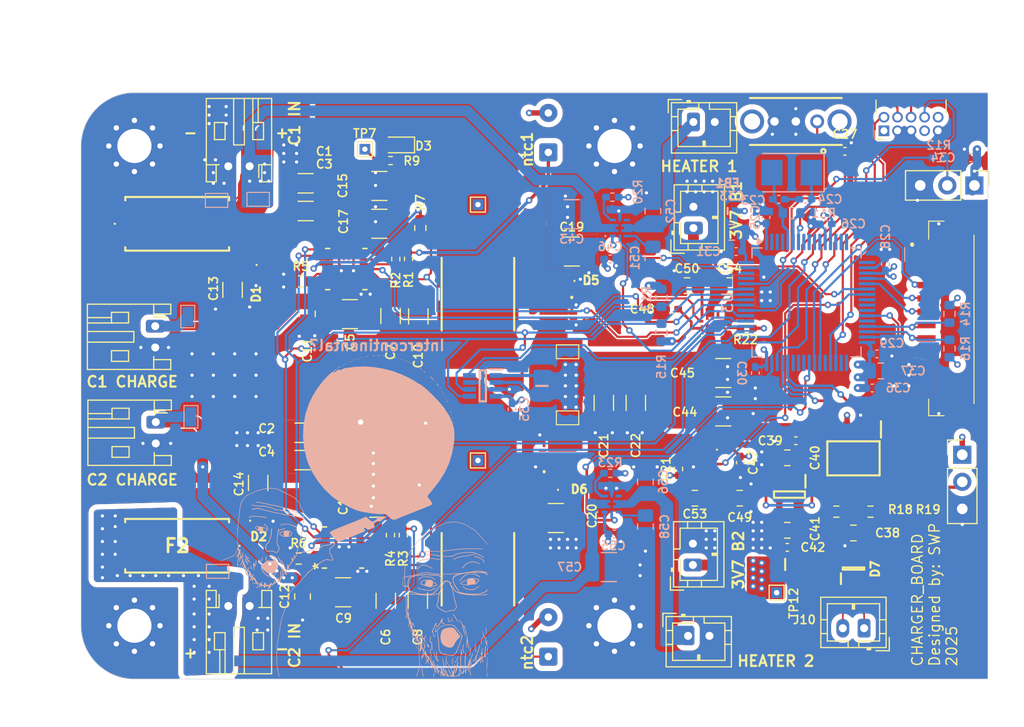
<source format=kicad_pcb>
(kicad_pcb (version 20241229) (generator "pcbnew") (generator_version "9.0")
  (layers (0 "F.Cu" signal) (4 "In1.Cu" signal) (6 "In2.Cu" signal) (2 "B.Cu" signal) (13 "F.Paste" user) (15 "B.Paste" user) (5 "F.SilkS" user "F.Silkscreen") (7 "B.SilkS" user "B.Silkscreen") (1 "F.Mask" user) (3 "B.Mask" user) (25 "Edge.Cuts" user))
  (net 0 "")
  (net 1 "AGND")
  (net 2 "Net-(U2-BST)")
  (net 3 "Net-(U2-SW)")
  (net 4 "Net-(U1-SW)")
  (net 5 "Net-(U1-BST)")
  (net 6 "Net-(U1-PMID)")
  (net 7 "Net-(U2-PMID)")
  (net 8 "VCC_BALANCE")
  (net 9 "Net-(D1-K1)")
  (net 10 "Net-(D2-K1)")
  (net 11 "Net-(C23-Pad1)")
  (net 12 "+3.3V")
  (net 13 "Net-(C38-Pad2)")
  (net 15 "Net-(J1-Pin_2)")
  (net 20 "RCC_OSC_IN")
  (net 21 "RCC_OSC_OUT")
  (net 22 "NRST")
  (net 23 "Net-(D3-A)")
  (net 24 "CELL1_STAT")
  (net 25 "CELL2_STAT")
  (net 26 "Net-(D4-A)")
  (net 27 "CAN+")
  (net 35 "+CELL1")
  (net 36 "+CELL2")
  (net 41 "HEATER1_SWITCH_EN")
  (net 42 "HEATER2_SWITCH_EN")
  (net 43 "I2C2_SDA")
  (net 44 "I2C2_SCL")
  (net 45 "Vbat_sense_alert")
  (net 48 "Net-(PS1-OUT)")
  (net 50 "SYS_C1")
  (net 51 "Net-(IC5-CT)")
  (net 52 "Net-(IC6-CT)")
  (net 53 "Net-(IC7-CT)")
  (net 54 "HEATER1_PWR")
  (net 55 "Net-(IC8-CT)")
  (net 56 "HEATER2_PWR")
  (net 57 "3v7_BUS1_EN")
  (net 58 "Net-(IC5-PG)")
  (net 60 "Vbalance_sense_alert")
  (net 62 "3v7_BUS2_EN")
  (net 63 "Net-(IC6-PG)")
  (net 65 "Net-(IC7-PG)")
  (net 66 "Net-(IC8-PG)")
  (net 70 "3V7_BUS2")
  (net 71 "3V7_BUS1")
  (net 72 "SYS_C2")
  (net 73 "GND")
  (net 78 "CAN_TX")
  (net 79 "CAN_RX")
  (net 80 "CAN-")
  (net 81 "RS")
  (net 82 "NTC_CELL_1")
  (net 83 "NTC_CELL_2")
  (net 84 "SYS_NJTRST")
  (net 85 "SYS_JTDI")
  (net 86 "SYS_JTMS-SWDIO")
  (net 87 "SYS_JTICK-SWCLK")
  (net 91 "Net-(U1-NTC)")
  (net 92 "Net-(U2-NTC)")
  (net 93 "Net-(U1-VNTC)")
  (net 94 "Net-(U2-VNTC)")
  (net 95 "Net-(U1-ILIM)")
  (net 96 "Net-(U2-ILIM)")
  (net 97 "VREF_1")
  (net 98 "Net-(U1-DISC)")
  (net 99 "Net-(U2-DISC)")
  (net 100 "BOOT0")
  (net 101 "I2C1_SDA")
  (net 102 "I2C1_SCL")
  (net 103 "5V0_BUCK_EN")
  (net 104 "12V0_BOOST_EN")
  (net 105 "CELL2_INT")
  (net 106 "CELL1_INT")
  (net 107 "VREF_2")
  (net 114 "SYS_JTDO-TRACESWO")
  (net 115 "CHARGE_C1")
  (net 116 "CHARGE_C2")
  (net 117 "5VDC_BUS1_EN")
  (net 118 "5VDC_BUS2_EN")
  (net 119 "12VDC_BUS1_EN")
  (net 120 "12VDC_BUS2_EN")
  (footprint "Resistor_SMD:R_0603_1608Metric" (layer "F.Cu") (at 84.6 103.2)
    (property "Reference" "R5")
    (property "Value" "20K")
  )
  (footprint "MountingHole:MountingHole_3.2mm_M3_Pad_Via" (layer "F.Cu") (at 114 135.5)
    (property "Reference" "H3" (hide yes))
    (property "Value" "MountingHole_Pad")
  )
  (footprint "samac_sys:LTC4451AVTRMPBF" (layer "F.Cu") (at 108.65 119.3 90)
    (property "Reference" "IC2" (hide yes))
    (property "Value" "LTC4451AV#TRMPBF" (hide yes))
  )
  (footprint "samac_sys:PESD5V0S1BL315" (layer "F.Cu") (at 80.4 102.45 -90)
    (property "Reference" "D1")
    (property "Value" "PTVS3V3D1BALYL" (hide yes))
  )
  (footprint "TestPoint:TestPoint_THTPad_1.0x1.0mm_Drill0.5mm" (layer "F.Cu") (at 101.2 120)
    (property "Reference" "TP1" (hide yes))
    (property "Value" "TestPoint_Alt")
  )
  (footprint "Capacitor_SMD:C_1210_3225Metric_Pad1.33x2.70mm_HandSolder" (layer "F.Cu") (at 108.5 125.4)
    (property "Reference" "C20")
    (property "Value" "10uF @50V")
  )
  (footprint "Capacitor_SMD:C_0402_1005Metric_Pad0.74x0.62mm_HandSolder" (layer "F.Cu") (at 119.4 105.8)
    (property "Reference" "C48")
    (property "Value" "100nF @50V")
  )
  (footprint "Capacitor_SMD:C_1206_3216Metric_Pad1.33x1.80mm_HandSolder" (layer "F.Cu") (at 113 114.6 -90)
    (property "Reference" "C21")
    (property "Value" "47uF @16VDC")
  )
  (footprint "Connector_JST:JST_PH_B2B-PH-K_1x02_P2.00mm_Vertical" (layer "F.Cu") (at 137.4 135.736301 180)
    (property "Reference" "J10")
    (property "Value" "Conn_01x02")
  )
  (footprint "Capacitor_SMD:C_1206_3216Metric_Pad1.33x1.80mm_HandSolder" (layer "F.Cu") (at 116 114.6 -90)
    (property "Reference" "C22")
    (property "Value" "47uF @16VDC")
  )
  (footprint "Connector_Wire:SolderWire-0.127sqmm_1x02_P3.7mm_D0.48mm_OD1mm" (layer "F.Cu") (at 107.8 91.1 90)
    (property "Reference" "J8" (hide yes))
    (property "Value" "Conn_01x02")
  )
  (footprint "Capacitor_SMD:C_0805_2012Metric_Pad1.18x1.45mm_HandSolder" (layer "F.Cu") (at 136.4 126.8)
    (property "Reference" "C38")
    (property "Value" "1uF @50V")
  )
  (footprint "Resistor_SMD:R_0603_1608Metric" (layer "F.Cu") (at 95.7 124.1 -90)
    (property "Reference" "R8")
    (property "Value" "100K")
  )
  (footprint "samac_sys:PESD5V0S1BL315" (layer "F.Cu") (at 80.65 125.7)
    (property "Reference" "D2")
    (property "Value" "PTVS3V3D1BALYL" (hide yes))
  )
  (footprint "MountingHole:MountingHole_3.2mm_M3_Pad_Via" (layer "F.Cu") (at 114 90.5)
    (property "Reference" "H2" (hide yes))
    (property "Value" "MountingHole_Pad")
  )
  (footprint "LED_SMD:LED_0603_1608Metric_Pad1.05x0.95mm_HandSolder" (layer "F.Cu") (at 93.6 90.4 180)
    (property "Reference" "D3")
    (property "Value" "LED")
  )
  (footprint "Capacitor_SMD:C_0805_2012Metric_Pad1.18x1.45mm_HandSolder" (layer "F.Cu") (at 84.7625 132.7625 90)
    (property "Reference" "C12")
    (property "Value" "1uF @50V")
  )
  (footprint "Capacitor_SMD:C_1210_3225Metric_Pad1.33x2.70mm_HandSolder" (layer "F.Cu") (at 91.9625 97.7975 180)
    (property "Reference" "C17")
    (property "Value" "10uF @50V")
  )
  (footprint "samac_sys:TPS22997RYZR" (layer "F.Cu") (at 122.85 120.337 -90)
    (property "Reference" "IC6" (hide yes))
    (property "Value" "TPS22997RYZR" (hide yes))
  )
  (footprint "Capacitor_SMD:C_0805_2012Metric_Pad1.18x1.45mm_HandSolder" (layer "F.Cu") (at 120.8 103.6 180)
    (property "Reference" "C50")
    (property "Value" "1uF @50V")
  )
  (footprint "samac_sys:TPS22997RYZR" (layer "F.Cu") (at 122.95 106.937 90)
    (property "Reference" "IC7" (hide yes))
    (property "Value" "TPS22997RYZR" (hide yes))
  )
  (footprint "Connector_JST:JST_PH_B2B-PH-K_1x02_P2.00mm_Vertical" (layer "F.Cu") (at 121.35 129.8 90)
    (property "Reference" "J15" (hide yes))
    (property "Value" "Conn_01x02")
  )
  (footprint "Capacitor_SMD:C_0805_2012Metric_Pad1.18x1.45mm_HandSolder" (layer "F.Cu") (at 130.2 119.75)
    (property "Reference" "C40")
    (property "Value" "1uF @50V")
  )
  (footprint "samac_sys:SOIC127P600X175-8N" (layer "F.Cu") (at 136.4 119.8 -90)
    (property "Reference" "IC4" (hide yes))
    (property "Value" "SN65HVD233QDRQ1" (hide yes))
  )
  (footprint "samac_sys:INDPM6868X420N" (layer "F.Cu") (at 101.2 130.2 -90)
    (property "Reference" "L1" (hide yes))
    (property "Value" "SRR6838A-1R0Y" (hide yes))
  )
  (footprint "Resistor_SMD:R_0603_1608Metric" (layer "F.Cu") (at 138 124.8)
    (property "Reference" "R18")
    (property "Value" "60")
  )
  (footprint "MP2731:QFN-26_MP2731" (layer "F.Cu") (at 88.5625 128.1625 90)
    (property "Reference" "U2" (hide yes))
    (property "Value" "MP2731GQC-0000-P")
  )
  (footprint "MountingHole:MountingHole_3.2mm_M3_Pad_Via" (layer "F.Cu") (at 69 135.5)
    (property "Reference" "H4" (hide yes))
    (property "Value" "MountingHole_Pad")
  )
  (footprint "Capacitor_SMD:C_1210_3225Metric_Pad1.33x2.70mm_HandSolder" (layer "F.Cu") (at 91.7625 123.9625 180)
    (property "Reference" "C18")
    (property "Value" "10uF @50V")
  )
  (footprint "samac_sys:SOT95P280X145-5N" (layer "F.Cu") (at 130.4 123.2 -90)
    (property "Reference" "PS1" (hide yes))
    (property "Value" "TLV75733PDBVR" (hide yes))
  )
  (footprint "Capacitor_SMD:C_1206_3216Metric_Pad1.33x1.80mm_HandSolder" (layer "F.Cu") (at 95.6125 106.485 90)
    (property "Reference" "C10")
    (property "Value" "47uF @16VDC")
  )
  (footprint "Connector_JST:JST_PH_B2B-PH-K_1x02_P2.00mm_Vertical" (layer "F.Cu") (at 121.4 88.25)
    (property "Reference" "J12" (hide yes))
    (property "Value" "Conn_01x02")
  )
  (footprint "Capacitor_SMD:C_0402_1005Metric_Pad0.74x0.62mm_HandSolder" (layer "F.Cu") (at 135.6 91 180)
    (property "Reference" "C27")
    (property "Value" "100nF @50V")
  )
  (footprint "samac_sys:BEADC2012X105N" (layer "F.Cu") (at 130 129.75 180)
    (property "Reference" "FB2" (hide yes))
    (property "Value" "BLM21PG221SN1D" (hide yes))
  )
  (footprint "samac_sys:PESD5V0S1BL315" (layer "F.Cu") (at 109.45 103.1 180)
    (property "Reference" "D5")
    (property "Value" "PTVS3V3D1BALYL" (hide yes))
  )
  (footprint "Connector_JST:JST_PH_B2B-PH-K_1x02_P2.00mm_Vertical" (layer "F.Cu") (at 120.9 136.45)
    (property "Reference" "J13" (hide yes))
    (property "Value" "Conn_01x02")
  )
  (footprint "TestPoint:TestPoint_THTPad_1.0x1.0mm_Drill0.5mm" (layer "F.Cu") (at 90.6 90.8 90)
    (property "Reference" "TP7")
    (property "Value" "TestPoint_Alt")
  )
  (footprint "Capacitor_SMD:C_1206_3216Metric_Pad1.33x1.80mm_HandSolder" (layer "F.Cu") (at 84.7625 117.4 180)
    (property "Reference" "C2")
    (property "Value" "47uF @16VDC")
  )
  (footprint "Resistor_SMD:R_0402_1005Metric_Pad0.72x0.64mm_HandSolder" (layer "F.Cu") (at 93.0125 91.8725)
    (property "Reference" "R9")
    (property "Value" "10k")
  )
  (footprint "Resistor_SMD:R_0603_1608Metric" (layer "F.Cu") (at 95.8 98.2 -90)
    (property "Reference" "R7")
    (property "Value" "100K")
  )
  (footprint "Capacitor_SMD:C_1206_3216Metric_Pad1.33x1.80mm_HandSolder" (layer "F.Cu") (at 85.05 94 180)
    (property "Reference" "C1")
    (property "Value" "47uF @16VDC")
  )
  (footprint "Resistor_SMD:R_0402_1005Metric_Pad0.72x0.64mm_HandSolder" (layer "F.Cu") (at 94.7 101.0975 90)
    (property "Reference" "R1")
    (property "Value" "10k")
  )
  (footprint "Capacitor_SMD:C_0805_2012Metric_Pad1.18x1.45mm_HandSolder" (layer "F.Cu") (at 130.2 126.55)
    (property "Reference" "C41")
    (property "Value" "1uF @50V")
  )
  (footprint "Connector_JST:JST_PH_S2B-PH-K_1x02_P2.00mm_Horizontal" (layer "F.Cu") (at 77.8 133.65)
    (property "Reference" "J5" (hide yes))
    (property "Value" "Conn_01x02")
  )
  (footprint "Capacitor_SMD:C_0402_1005Metric_Pad0.74x0.62mm_HandSolder" (layer "F.Cu") (at 130.2 128.15)
    (property "Reference" "C42")
    (property "Value" "100nF @50V")
  )
  (footprint "samac_sys:S276146R" (layer "F.Cu") (at 109.6 116)
    (property "Reference" "TP10" (hide yes))
    (property "Value" "S2761-46R" (hide yes))
  )
  (footprint "Connector_JST:JST_PH_S2B-PH-K_1x02_P2.00mm_Horizontal" (layer "F.Cu") (at 79.8 92.4 180)
    (property "Reference" "J6" (hide yes))
    (property "Value" "Conn_01x02")
  )
  (footprint "Capacitor_SMD:C_1206_3216Metric_Pad1.33x1.80mm_HandSolder" (layer "F.Cu") (at 95.5625 133.1625 90)
    (property "Reference" "C8")
    (property "Value" "47uF @16VDC")
  )
  (footprint "samac_sys:PESD5V0S1BL315" (layer "F.Cu") (at 107.9 122.7 180)
    (property "Reference" "D6")
    (property "Value" "PTVS3V3D1BALYL" (hide yes))
  )
  (footprint "MountingHole:MountingHole_3.2mm_M3_Pad_Via" (layer "F.Cu") (at 69 90.5)
    (property "Reference" "H1" (hide yes))
    (property "Value" "MountingHole_Pad")
  )
  (footprint "samac_sys:0154005DR" (layer "F.Cu") (at 73.01 97.8)
    (property "Reference" "F1" (hide yes))
    (property "Value" "0154005.DR" (hide yes))
  )
  (footprint "Capacitor_SMD:C_0805_2012Metric_Pad1.18x1.45mm_HandSolder" (layer "F.Cu") (at 125.738 123.537)
    (property "Reference" "C49")
    (property "Value" "1uF @50V")
  )
  (footprint "Connector_Wire:SolderWire-0.127sqmm_1x02_P3.7mm_D0.48mm_OD1mm" (layer "F.Cu") (at 107.8 138.4 90)
    (property "Reference" "J9" (hide yes))
    (property "Value" "Conn_01x02")
  )
  (footprint "samac_sys:S276146R" (layer "F.Cu") (at 109.6 109.8)
    (property "Reference" "TP9" (hide yes))
    (property "Value" "S2761-46R" (hide yes))
  )
  (footprint "Capacitor_SMD:C_1206_3216Metric_Pad1.33x1.80mm_HandSolder" (layer "F.Cu") (at 85.05 96.6 180)
    (property "Reference" "C3")
    (property "Value" "47uF @16VDC")
  )
  (footprint "Capacitor_SMD:C_1210_3225Metric_Pad1.33x2.70mm_HandSolder" (layer "F.Cu") (at 110 100.4)
    (property "Reference" "C19")
    (property "Value" "10uF @50V")
  )
  (footprint "Resistor_SMD:R_0402_1005Metric_Pad0.72x0.64mm_HandSolder" (layer "F.Cu") (at 92.8 118)
    (property "Reference" "R10")
    (property "Value" "10k")
  )
  (footprint "Connector_JST:JST_PH_S2B-PH-K_1x02_P2.00mm_Horizontal" (layer "F.Cu") (at 71 116.4 -90)
    (property "Reference" "J7" (hide yes))
    (property "Value" "Conn_01x02")
  )
  (footprint "Resistor_SMD:R_0603_1608Metric" (layer "F.Cu") (at 84.4 129.2)
    (property "Reference" "R6")
    (property "Value" "20K")
  )
  (footprint "TestPoint:TestPoint_THTPad_1.0x1.0mm_Drill0.5mm" (layer "F.Cu") (at 90.2 116.4)
    (property "Reference" "TP8")
    (property "Value" "TestPoint_Alt")
  )
  (footprint "Resistor_SMD:R_0402_1005Metric_Pad0.72x0.64mm_HandSolder" (layer "F.Cu") (at 93 127 90)
    (property "Reference" "R4")
    (property "Value" "10k")
  )
  (footprint "Capacitor_SMD:C_1210_3225Metric_Pad1.33x2.70mm_HandSolder" (layer "F.Cu") (at 88.5625 132.3625 180)
    (property "Reference" "C9")
    (property "Value" "10uF @50V")
  )
  (footprint "Resistor_SMD:R_0402_1005Metric_Pad0.72x0.64mm_HandSolder" (layer "F.Cu") (at 94.2 127.0025 -90)
    (property "Reference" "R3")
    (property "Value" "10k")
  )
  (footprint "Capacitor_SMD:C_0402_1005Metric_Pad0.74x0.62mm_HandSolder" (layer "F.Cu") (at 131 118.15)
    (property "Reference" "C39")
    (property "Value" "100nF @50V")
  )
  (footprint "Capacitor_SMD:C_0805_2012Metric_Pad1.18x1.45mm_HandSolder" (layer "F.Cu") (at 124.8 103.6)
    (property "Reference" "C54")
    (property "Value" "1uF @50V")
  )
  (footprint "Capacitor_SMD:C_1210_3225Metric_Pad1.33x2.70mm_HandSolder" (layer "F.Cu") (at 124.2 111.8)
    (property "Reference" "C45")
    (property "Value" "10uF @50V")
  )
  (footprint "Capacitor_SMD:C_1206_3216Metric_Pad1.33x1.80mm_HandSolder" (layer "F.Cu") (at 92.5625 133.1625 -90)
    (property "Reference" "C6")
    (property "Value" "47uF @16VDC")
  )
  (footprint "Capacitor_SMD:C_1206_3216Metric_Pad1.33x1.80mm_HandSolder" (layer "F.Cu") (at 78.2 104 -90)
    (property "Reference" "C13")
    (property "Value" "47uF @16VDC")
  )
  (footprint "Connector_JST:JST_PH_S2B-PH-K_1x02_P2.00mm_Horizontal" (layer "F.Cu") (at 70.95 107.4 -90)
    (property "Reference" "J3" (hide yes))
    (property "Value" "Conn_01x02")
  )
  (footprint "samac_sys:SOT65P210X110-3N" (layer "F.Cu") (at 136.4 130.136301 90)
    (property "Reference" "D7")
    (property "Value" "PESD2CANFD24V-UX" (hide yes))
  )
  (footprint "Connector_PinHeader_2.54mm:PinHeader_1x03_P2.54mm_Vertical" (layer "F.Cu") (at 146.6 119.46)
    (property "Reference" "J11" (hide yes))
    (property "Value" "Conn_01x03")
  )
  (footprint "Capacitor_SMD:C_1210_3225Metric_Pad1.33x2.70mm_HandSolder" (layer "F.Cu") (at 89.2 106.275 180)
    (property "Reference" "C5")
    (property "Value" "10uF @50V")
  )
  (footprint "samac_sys:BM12BGHSTBTLFSN" (layer "F.Cu") (at 147.7 101.05 90)
    (property "Reference" "J18" (hide yes))
    (property "Value" "BM12B-GHS-TBT_LF__SN_" (hide yes))
  )
  (footprint "LED_SMD:LED_0603_1608Metric_Pad1.05x0.95mm_HandSolder" (layer "F.Cu") (at 93.6 116.4 180)
    (property "Reference" "D4")
    (property "Value" "LED")
  )
  (footprint "Capacitor_SMD:C_0805_2012Metric_Pad1.18x1.45mm_HandSolder" (layer "F.Cu") (at 85.2125 106.2475 90)
    (property "Reference" "C11")
    (property "Value" "1uF @50V")
  )
  (footprint "Resistor_SMD:R_0603_1608Metric" (layer "F.Cu") (at 134.8 124.8)
    (property "Reference" "R19")
    (property "Value" "60")
  )
  (footprint "Capacitor_SMD:C_1206_3216Metric_Pad1.33x1.80mm_HandSolder" (layer "F.Cu") (at 84.7625 119.9625 180)
    (property "Reference" "C4")
    (property "Value" "47uF @16VDC")
  )
  (footprint "Capacitor_SMD:C_1206_3216Metric_Pad1.33x1.80mm_HandSolder" (layer "F.Cu") (at 93.0125 106.4475 -90)
    (property "Reference" "C7")
    (property "Value" "47uF @16VDC")
  )
  (footprint "Capacitor_SMD:C_1206_3216Metric_Pad1.33x1.80mm_HandSolder" (layer "F.Cu") (at 80.6 122.1 90)
    (property "Reference" "C14")
    (property "Value" "47uF @16VDC")
  )
  (footprint "TestPoint:TestPoint_THTPad_1.0x1.0mm_Drill0.5mm" (layer "F.Cu") (at 129.2 132.4 -90)
    (property "Reference" "TP12")
    (property "Value" "TestPoint_Alt")
  )
  (footprint "TestPoint:TestPoint_THTPad_1.0x1.0mm_Drill0.5mm" (layer "F.Cu") (at 101.2 96 90)
    (property "Reference" "TP2" (hide yes))
    (property "Value" "TestPoint_Alt")
  )
  (footprint "Capacitor_SMD:C_1210_3225Metric_Pad1.33x2.70mm_HandSolder" (layer "F.Cu") (at 91.9625 94.2475 180)
    (property "Reference" "C15")
    (property "Value" "10uF @50V")
  )
  (footprint "Capacitor_SMD:C_1210_3225Metric_Pad1.33x2.70mm_HandSolder" (layer "F.Cu") (at 124.2 115.4)
    (property "Reference" "C44")
    (property "Value" "10uF @50V")
  )
  (footprint "Resistor_SMD:R_0402_1005Metric_Pad0.72x0.64mm_HandSolder" (layer "F.Cu") (at 120 120.8 90)
    (property "Reference" "R21")
    (property "Value" "10k")
  )
  (footprint "Capacitor_SMD:C_0402_1005Metric_Pad0.74x0.62mm_HandSolder" (layer "F.Cu") (at 125.8 120.2 90)
    (property "Reference" "C47")
    (property "Value" "100nF @50V")
  )
  (footprint "samac_sys:0154005DR" (layer "F.Cu") (at 73 128 180)
    (property "Reference" "F2")
    (property "Value" "0154005.DR" (hide yes))
  )
  (footprint "Capacitor_SMD:C_1210_3225Metric_Pad1.33x2.70mm_HandSolder" (layer "F.Cu") (at 91.7625 120.6 180)
    (property "Reference" "C16")
    (property "Value" "10uF @50V")
  )
  (footprint "Connector_PinHeader_1.27mm:PinHeader_2x05_P1.27mm_Horizontal" (layer "F.Cu") (at 139.26 89.07 90)
    (property "Reference" "J2" (hide yes))
    (property "Value" "Conn_ARM_JTAG_SWD_10")
  )
  (footprint "Connector_PinHeader_2.54mm:PinHeader_1x03_P2.54mm_Vertical" (layer "F.Cu") (at 147.74 94.2 -90)
    (property "Reference" "J1" (hide yes))
    (property "Value" "Conn_01x03_Socket")
  )
  (footprint "Connector_JST:JST_PH_B2B-PH-K_1x02_P2.00mm_Vertical" (layer "F.Cu") (at 121.4 98.2 90)
    (property "Reference" "J14" (hide yes))
    (property "Value" "Conn_01x02")
  )
  (footprint "Resistor_SMD:R_0402_1005Metric_Pad0.72x0.64mm_HandSolder" (layer "F.Cu") (at 126.4 107.6 180)
    (property "Reference" "R22")
    (property "Value" "10k")
  )
  (footprint "samac_sys:INDPM6868X420N" (layer "F.Cu") (at 101.2 104.3975 -90)
    (property "Reference" "L2" (hide yes))
    (property "Value" "SRR6838A-1R0Y" (hide yes))
  )
  (footprint "samac_sys:OS102011MA1QN1" (layer "F.Cu") (at 131 88.2 180)
    (property "Reference" "S1" (hide yes))
    (property "Value" "OS102011MA1QN1" (hide yes))
  )
  (footprint "Resistor_SMD:R_0402_1005Metric_Pad0.72x0.64mm_HandSolder" (layer "F.Cu") (at 93.5 101.1 -90)
    (property "Reference" "R2")
    (property "Value" "10k")
  )
  (footprint "MP2731:QFN-26_MP2731" (layer "F.Cu") (at 88.862499 102.0475 90)
    (property "Reference" "U1" (hide yes))
    (property "Value" "MP2731GQC-0000-P")
  )
  (footprint "Capacitor_SMD:C_0805_2012Metric_Pad1.18x1.45mm_HandSolder" (layer "F.Cu") (at 121.538 123.537 180)
    (property "Reference" "C53")
    (property "Value" "1uF @50V")
  )
  (footprint "samac_sys:LTC4451AVTRMPBF" (layer "F.Cu") (at 108.75 106.45 -90)
    (property "Reference" "IC1" (hide yes))
    (property "Value" "LTC4451AV#TRMPBF" (hide yes))
  )
  (footprint "Capacitor_SMD:C_0402_1005Metric_Pad0.74x0.62mm_HandSolder" (layer "B.Cu") (at 113.6 101.1 180)
    (property "Reference" "C46")
    (property "Value" "100nF @50V")
  )
  (footprint "Crystal:Crystal_SMD_5032-2Pin_5.0x3.2mm" (layer "B.Cu") (at 130.6 93 180)
    (property "Reference" "Y1" (hide yes))
    (property "Value" "Crystal")
  )
  (footprint "Capacitor_SMD:C_0402_1005Metric_Pad0.74x0.62mm_HandSolder" (layer "B.Cu") (at 129.4 95.5 180)
    (property "Reference" "C23")
    (property "Value" "20p")
  )
  (footprint "Capacitor_SMD:C_1210_3225Metric_Pad1.33x2.70mm_HandSolder" (layer "B.Cu") (at 113.475 130)
    (property "Reference" "C57")
    (property "Value" "10uF @50V")
  )
  (footprint "Capacitor_SMD:C_0805_2012Metric_Pad1.18x1.45mm_HandSolder" (layer "B.Cu") (at 117.6 96.6 90)
    (property "Reference" "C52")
    (property "Value" "1uF @50V")
  )
  (footprint "Resistor_SMD:R_0603_1608Metric" (layer "B.Cu") (at 145.4 106.25 90)
    (property "Reference" "R14")
    (property "Value" "2.4k")
  )
  (footprint "Capacitor_SMD:C_0402_1005Metric_Pad0.74x0.62mm_HandSolder" (layer "B.Cu") (at 127.2 111.8 90)
    (property "Reference" "C30")
    (property "Value" "100nF @50V")
  )
  (footprint "Capacitor_SMD:C_0402_1005Metric_Pad0.74x0.62mm_HandSolder" (layer "B.Cu") (at 128.2 97.2 -90)
    (property "Reference" "C25")
    (property "Value" "100nF @50V")
  )
  (footprint "LOGO" (layer "B.Cu") (at 89.6 130.4 180)
    (property "Reference" "G***" (hide yes))
    (property "Value" "LOGO" (hide yes))
  )
  (footprint "Capacitor_SMD:C_0402_1005Metric_Pad0.74x0.62mm_HandSolder" (layer "B.Cu") (at 139.4 101.6 -90)
    (property "Reference" "C28")
    (property "Value" "100nF @50V")
  )
  (footprint "samac_sys:S276146R" (layer "B.Cu") (at 80.6 95.5 180)
    (property "Reference" "TP15" (hide yes))
    (property "Value" "S2761-46R" (hide yes))
  )
  (footprint "Capacitor_SMD:C_0402_1005Metric_Pad0.74x0.62mm_HandSolder" (layer "B.Cu") (at 138.165 113.2 180)
    (property "Reference" "C36")
    (property "Value" "100nF @50V")
  )
  (footprint "Capacitor_SMD:C_0805_2012Metric_Pad1.18x1.45mm_HandSolder" (layer "B.Cu") (at 117.6 101 -90)
    (property "Reference" "C51")
    (property "Value" "1uF @50V")
  )
  (footprint "samac_sys:RESC2013X58N" (layer "B.Cu") (at 107.2 113 90)
    (property "Reference" "R17" (hide yes))
    (property "Value" "WSLP08059L000FEA18" (hide yes))
  )
  (footprint "Resistor_SMD:R_0603_1608Metric" (layer "B.Cu") (at 118.4 104.75 90)
    (property "Reference" "R13")
    (property "Value" "2.4k")
  )
  (footprint "samac_sys:S276146R" (layer "B.Cu") (at 76.7 95.6)
    (property "Reference" "TP16" (hide yes))
    (property "Value" "S2761-46R" (hide yes))
  )
  (footprint "Capacitor_SMD:C_1210_3225Metric_Pad1.33x2.70mm_HandSolder" (layer "B.Cu") (at 110 96.9 180)
    (property "Reference" "C43")
    (property "Value" "10uF @50V")
  )
  (footprint "Capacitor_SMD:C_0805_2012Metric_Pad1.18x1.45mm_HandSolder" (layer "B.Cu") (at 125 98.6)
    (property "Reference" "C33")
    (property "Value" "1uF @50V")
  )
  (footprint "Capacitor_SMD:C_0805_2012Metric_Pad1.18x1.45mm_HandSolder" (layer "B.Cu") (at 116.9 126.2 -90)
    (property "Reference" "C58")
    (property "Value" "1uF @50V")
  )
  (footprint "samac_sys:TPS22997RYZR" (layer "B.Cu") (at 114.5 98.2)
    (property "Reference" "IC5" (hide yes))
    (property "Value" "TPS22997RYZR" (hide yes))
  )
  (footprint "Capacitor_SMD:C_0402_1005Metric_Pad0.74x0.62mm_HandSolder" (layer "B.Cu") (at 104.4 115.2 90)
    (property "Reference" "C35")
    (property "Value" "100nF @50V")
  )
  (footprint "Capacitor_SMD:C_0402_1005Metric_Pad0.74x0.62mm_HandSolder" (layer "B.Cu") (at 114 126.9 180)
    (property "Reference" "C55")
    (property "Value" "100nF @50V")
  )
  (footprint "Capacitor_SMD:C_0402_1005Metric_Pad0.74x0.62mm_HandSolder" (layer "B.Cu") (at 125.4 100.4)
    (property "Reference" "C31")
    (property "Value" "100nF @50V")
  )
  (footprint "Resistor_SMD:R_0603_1608Metric" (layer "B.Cu") (at 145.4 109.5 -90)
    (property "Reference" "R16")
    (property "Value" "2.4k")
  )
  (footprint "samac_sys:S276146R" (layer "B.Cu") (at 74 106.5 -90)
    (property "Reference" "TP11" (hide yes))
    (property "Value" "S2761-46R" (hide yes))
  )
  (footprint "Resistor_SMD:R_0402_1005Metric_Pad0.72x0.64mm_HandSolder" (layer "B.Cu") (at 113.8 95.3 180)
    (property "Reference" "R20")
    (property "Value" "10k")
  )
  (footprint "samac_sys:S276146R" (layer "B.Cu") (at 76.8 130.4 180)
    (property "Reference" "TP14" (hide yes))
    (property "Value" "S2761-46R" (hide yes))
  )
  (footprint "samac_sys:S276146R" (layer "B.Cu") (at 74.3 115.9 90)
    (property "Reference" "TP17" (hide yes))
    (property "Value" "S2761-46R" (hide yes))
  )
  (footprint "Package_QFP:LQFP-64_10x10mm_P0.5mm" (layer "B.Cu") (at 132 105.175 -90)
    (property "Reference" "U3")
    (property "Value" "STM32F103RGTx")
  )
  (footprint "Capacitor_SMD:C_0805_2012Metric_Pad1.18x1.45mm_HandSolder" (layer "B.Cu") (at 116.9 122 90)
    (property "Reference" "C56")
    (property "Value" "1uF @50V")
  )
  (footprint "samac_sys:TPS22997RYZR" (layer "B.Cu") (at 113.737 124.087)
    (property "Reference" "IC8" (hide yes))
    (property "Value" "TPS22997RYZR" (hide yes))
  )
  (footprint "Resistor_SMD:R_0603_1608Metric" (layer "B.Cu") (at 118.4 108 -90)
    (property "Reference" "R15")
    (property "Value" "2.4k")
  )
  (footprint "Resistor_SMD:R_0603_1608Metric" (layer "B.Cu") (at 130.6 96.8)
    (property "Reference" "R11")
    (property "Value" "1M")
  )
  (footprint "samac_sys:SOT65P280X110-8N" (layer "B.Cu") (at 101.65 113 180)
    (property "Reference" "IC3" (hide yes))
    (property "Value" "INA232AIDDFR" (hide yes))
  )
  (footprint "Capacitor_SMD:C_0402_1005Metric_Pad0.74x0.62mm_HandSolder" (layer "B.Cu") (at 147.4 91.6 180)
    (property "Reference" "C34")
    (property "Value" "100nF @50V")
  )
  (footprint "Resistor_SMD:R_0402_1005Metric_Pad0.72x0.64mm_HandSolder" (layer "B.Cu") (at 144.4 91.6 180)
    (property "Reference" "R12")
    (property "Value" "10k")
  )
  (footprint "Capacitor_SMD:C_0402_1005Metric_Pad0.74x0.62mm_HandSolder" (layer "B.Cu") (at 138.6 110 180)
    (property "Reference" "C29")
    (property "Value" "100nF @50V")
  )
  (footprint "Capacitor_SMD:C_0402_1005Metric_Pad0.74x0.62mm_HandSolder" (layer "B.Cu") (at 133.8 97.8)
    (property "Reference" "C26")
    (property "Value" "100nF @50V")
  )
  (footprint "samac_sys:BLM18SP221SN1B" (layer "B.Cu") (at 124.6 96.6 180)
    (property "Reference" "FB1")
    (property "Value" "BLM18AG601SN1D" (hide yes))
  )
  (footprint "LOGO" (layer "B.Cu") (at 91.6 118.2 180)
    (property "Reference" "G***" (hide yes))
    (property "Value" "LOGO" (hide yes))
  )
  (footprint "Capacitor_SMD:C_0805_2012Metric_Pad1.18x1.45mm_HandSolder" (layer "B.Cu") (at 138.965 111.6 180)
    (property "Reference" "C37")
    (property "Value" "1uF @50V")
  )
  (footprint "Resistor_SMD:R_0402_1005Metric_Pad0.72x0.64mm_HandSolder" (layer "B.Cu") (at 113.6 121.2 180)
    (property "Reference" "R23")
    (property "Value" "10k")
  )
  (footprint "Capacitor_SMD:C_0402_1005Metric_Pad0.74x0.62mm_HandSolder" (layer "B.Cu") (at 131.9 95.5)
    (property "Reference" "C24")
    (property "Value" "20p")
  )
  (gr_line (start 69 85.5) (end 149 85.5) (stroke (width 0.05)) (layer "Edge.Cuts"))
  (gr_line (start 64 135.5) (end 64 90.5) (stroke (width 0.05)) (layer "Edge.Cuts"))
  (gr_arc (start 64 90.5) (mid 65.464466 86.964466) (end 69 85.5) (stroke (width 0.05)) (layer "Edge.Cuts"))
  (gr_line (start 149 140.5) (end 69 140.5) (stroke (width 0.05)) (layer "Edge.Cuts"))
  (gr_arc (start 69 140.5) (mid 65.464466 139.035534) (end 64 135.5) (stroke (width 0.05)) (layer "Edge.Cuts"))
  (gr_line (start 149 85.5) (end 149 140.5) (stroke (width 0.05)) (layer "Edge.Cuts"))
  (gr_text "CHARGER_BOARD\nDesigned by: SWP\n2025" (at 146.2 139.4 90) (layer "F.SilkS") (effects (font (size 1 1) (thickness 0.125) (bold yes)) (justify left bottom)))
  (gr_text "-\n" (at 75 88.8 180) (layer "F.SilkS") (effects (font (size 1 1) (thickness 0.2) (bold yes)) (justify left bottom)))
  (gr_text "C2 CHARGE" (at 64.4 122.4 0) (layer "F.SilkS") (effects (font (size 1 1) (thickness 0.2) (bold yes)) (justify left bottom)))
  (gr_text "C2 IN" (at 84.6 139.6 90) (layer "F.SilkS") (effects (font (size 1 1) (thickness 0.2) (bold yes)) (justify left bottom)))
  (gr_text "3V7 B2\n" (at 126.2 132.2 90) (layer "F.SilkS") (effects (font (size 1 1) (thickness 0.2) (bold yes)) (justify left bottom)))
  (gr_text "C1 CHARGE" (at 64.4 113.2 0) (layer "F.SilkS") (effects (font (size 1 1) (thickness 0.2) (bold yes)) (justify left bottom)))
  (gr_text "3V7 B1\n" (at 126 99.4 90) (layer "F.SilkS") (effects (font (size 1 1) (thickness 0.2) (bold yes)) (justify left bottom)))
  (gr_text "HEATER 2\n" (at 125.4 139.4 0) (layer "F.SilkS") (effects (font (size 1 1) (thickness 0.2) (bold yes)) (justify left bottom)))
  (gr_text "HEATER 1" (at 118.2 93 0) (layer "F.SilkS") (effects (font (size 1 1) (thickness 0.2) (bold yes)) (justify left bottom)))
  (gr_text "ntc2" (at 106.4 139.8 90) (layer "F.SilkS") (effects (font (size 1 1) (thickness 0.2) (bold yes)) (justify left bottom)))
  (gr_text "-\n" (at 83.6 137.2 180) (layer "F.SilkS") (effects (font (size 1 1) (thickness 0.2) (bold yes)) (justify left bottom)))
  (gr_text "ntc1\n" (at 106.4 92.6 90) (layer "F.SilkS") (effects (font (size 1 1) (thickness 0.2) (bold yes)) (justify left bottom)))
  (gr_text "+" (at 83.6 88.8 180) (layer "F.SilkS") (effects (font (size 1 1) (thickness 0.2) (bold yes)) (justify left bottom)))
  (gr_text "+\n" (at 75 137.6 180) (layer "F.SilkS") (effects (font (size 1 1) (thickness 0.2) (bold yes)) (justify left bottom)))
  (gr_text "C1 IN" (at 84.6 90.6 90) (layer "F.SilkS") (effects (font (size 1 1) (thickness 0.2) (bold yes)) (justify left bottom)))
  (gr_text "Intercontinental?" (at 98.2 109.8 0) (layer "B.SilkS") (effects (font (size 1 1) (thickness 0.2) (bold yes)) (justify left bottom mirror)))
  (segment (start 107.8 134.7) (end 107.3 134.7) (width 0.508) (layer "F.Cu") (net 1))
  (segment (start 107.3 134.7) (end 106.2 135.8) (width 0.508) (layer "F.Cu") (net 1))
  (segment (start 107.8 87.4) (end 106 87.4) (width 0.508) (layer "F.Cu") (net 1))
  (via (at 106.2 135.8) (size 0.61) (drill 0.3) (layers "F.Cu" "B.Cu") (net 1))
  (via (at 106 87.4) (size 0.61) (drill 0.3) (layers "F.Cu" "B.Cu") (net 1))
  (segment (start 92.5625 130.7625) (end 92.5625 131.6) (width 0.2032) (layer "F.Cu") (net 2))
  (segment (start 90.212499 129.062501) (end 90.862501 129.062501) (width 0.2032) (layer "F.Cu") (net 2))
  (segment (start 90.862501 129.062501) (end 92.5625 130.7625) (width 0.2032) (layer "F.Cu") (net 2))
  (segment (start 88.787501 129.6125) (end 88.787501 131.187501) (width 0.254) (layer "F.Cu") (net 3))
  (segment (start 88.787501 131.187501) (end 88.8 131.2) (width 0.254) (layer "F.Cu") (net 3))
  (segment (start 93.2 109) (end 95.6 109) (width 0.2032) (layer "F.Cu") (net 4))
  (segment (start 93.0125 108.01) (end 93.0125 108.8125) (width 0.2032) (layer "F.Cu") (net 4))
  (segment (start 99.0475 109) (end 101.2 106.8475) (width 0.2032) (layer "F.Cu") (net 4))
  (segment (start 95.6125 108.9875) (end 95.6 109) (width 0.2032) (layer "F.Cu") (net 4))
  (segment (start 89.0875 103.4975) (end 89.0875 108.0875) (width 0.2032) (layer "F.Cu") (net 4))
  (segment (start 93.0125 108.8125) (end 93.2 109) (width 0.2032) (layer "F.Cu") (net 4))
  (segment (start 95.6 109) (end 99.0475 109) (width 0.2032) (layer "F.Cu") (net 4))
  (segment (start 95.6125 108.0475) (end 95.6125 108.9875) (width 0.2032) (layer "F.Cu") (net 4))
  (segment (start 89.0875 108.0875) (end 90 109) (width 0.2032) (layer "F.Cu") (net 4))
  (segment (start 90 109) (end 93.2 109) (width 0.2032) (layer "F.Cu") (net 4))
  (segment (start 91.075001 102.947501) (end 93.0125 104.885) (width 0.254) (layer "F.Cu") (net 5))
  (segment (start 90.512498 102.947501) (end 91.075001 102.947501) (width 0.254) (layer "F.Cu") (net 5))
  (segment (start 93.0125 104.885) (end 95.575 104.885) (width 0.254) (layer "F.Cu") (net 5))
  (segment (start 88.2 104.6) (end 88.2 105.4975) (width 0.2032) (layer "F.Cu") (net 6))
  (segment (start 88.637498 103.4975) (end 88.637498 104.162502) (width 0.2032) (layer "F.Cu") (net 6))
  (segment (start 88.637498 104.162502) (end 88.2 104.6) (width 0.2032) (layer "F.Cu") (net 6))
  (segment (start 88.337499 129.6125) (end 88.337499 130.662501) (width 0.254) (layer "F.Cu") (net 7))
  (segment (start 88.337499 130.662501) (end 87 132) (width 0.254) (layer "F.Cu") (net 7))
  (segment (start 127.6 117) (end 127.3 117.3) (width 1.016) (layer "F.Cu") (net 8))
  (segment (start 128.8 121.95) (end 129.45 121.95) (width 0.254) (layer "F.Cu") (net 8))
  (segment (start 122.7 108.5) (end 122.7 107.475) (width 0.3048) (layer "F.Cu") (net 8))
  (segment (start 123 108.8) (end 122.7 108.5) (width 0.3048) (layer "F.Cu") (net 8))
  (segment (start 132.5 124.2) (end 132.5 122.35) (width 0.254) (layer "F.Cu") (net 8))
  (segment (start 131.4 117) (end 127.6 117) (width 1.016) (layer "F.Cu") (net 8))
  (segment (start 122.8 118.6) (end 123.1 118.9) (width 0.3048) (layer "F.Cu") (net 8))
  (segment (start 132.5 122.35) (end 132.1 121.95) (width 0.254) (layer "F.Cu") (net 8))
  (segment (start 128.2 122.55) (end 128.8 121.95) (width 0.254) (layer "F.Cu") (net 8))
  (segment (start 122.6 118.8) (end 122.8 118.6) (width 0.3048) (layer "F.Cu") (net 8))
  (segment (start 131.5675 118.15) (end 131.5675 117.1675) (width 1.016) (layer "F.Cu") (net 8))
  (segment (start 128.2 124.2) (end 128.2 122.55) (width 0.254) (layer "F.Cu") (net 8))
  (segment (start 131.35 121.95) (end 131.35 119.8625) (width 0.508) (layer "F.Cu") (net 8))
  (segment (start 122.6 119.799) (end 122.6 118.8) (width 0.3048) (layer "F.Cu") (net 8))
  (segment (start 123.2 107.475) (end 123.2 108.6) (width 0.3048) (layer "F.Cu") (net 8))
  (segment (start 131.5675 117.1675) (end 131.4 117) (width 1.016) (layer "F.Cu") (net 8))
  (segment (start 123.1 118.9) (end 123.1 119.799) (width 0.3048) (layer "F.Cu") (net 8))
  (segment (start 132.1 121.95) (end 131.35 121.95) (width 0.254) (layer "F.Cu") (net 8))
  (segment (start 127 117.6) (end 122.6 117.6) (width 1.016) (layer "F.Cu") (net 8))
  (segment (start 123.2 108.6) (end 123 108.8) (width 0.3048) (layer "F.Cu") (net 8))
  (via (at 110.4 111) (size 0.61) (drill 0.3) (layers "F.Cu" "B.Cu") (net 8))
  (via (at 110.4 112) (size 0.61) (drill 0.3) (layers "F.Cu" "B.Cu") (net 8))
  (via (at 109.4 111) (size 0.61) (drill 0.3) (layers "F.Cu" "B.Cu") (net 8))
  (via (at 109.4 112) (size 0.61) (drill 0.3) (layers "F.Cu" "B.Cu") (net 8))
  (via (at 109.4 113) (size 0.61) (drill 0.3) (layers "F.Cu" "B.Cu") (net 8))
  (via (at 109.4 114) (size 0.61) (drill 0.3) (layers "F.Cu" "B.Cu") (net 8))
  (via (at 110.4 114) (size 0.61) (drill 0.3) (layers "F.Cu" "B.Cu") (net 8))
  (via (at 110.4 115) (size 0.61) (drill 0.3) (layers "F.Cu" "B.Cu") (net 8))
  (via (at 132.5 124.2) (size 0.61) (drill 0.3) (layers "F.Cu" "B.Cu") (net 8))
  (via (at 109.4 115) (size 0.61) (drill 0.3) (layers "F.Cu" "B.Cu") (net 8))
  (via (at 128.2 124.2) (size 0.61) (drill 0.3) (layers "F.Cu" "B.Cu") (net 8))
  (via (at 110.4 113) (size 0.61) (drill 0.3) (layers "F.Cu" "B.Cu") (net 8))
  (segment (start 106.4 113.95) (end 107.2 113.95) (width 0.3048) (layer "B.Cu") (net 8))
  (segment (start 102.9 112.675) (end 105.125 112.675) (width 0.3048) (layer "B.Cu") (net 8))
  (segment (start 105.125 112.675) (end 106.4 113.95) (width 0.3048) (layer "B.Cu") (net 8))
  (segment (start 102.9 112.025) (end 107.175 112.025) (width 0.3048) (layer "B.Cu") (net 8))
  (segment (start 132.5 124.2) (end 128.2 124.2) (width 0.254) (layer "B.Cu") (net 8))
  (segment (start 69.82 97.8) (end 74.4575 102.4375) (width 0.1524) (layer "F.Cu") (net 9))
  (segment (start 74.4575 102.4375) (end 78.2 102.4375) (width 0.1524) (layer "F.Cu") (net 9))
  (segment (start 78.5375 102.1) (end 80.4 102.1) (width 0.1524) (layer "F.Cu") (net 9))
  (segment (start 82.2 98.6) (end 87.392398 98.6) (width 0.1524) (layer "F.Cu") (net 9))
  (segment (start 88.637498 99.8451) (end 88.637498 100.5975) (width 0.1524) (layer "F.Cu") (net 9))
  (segment (start 80.4 100.4) (end 82.2 98.6) (width 0.1524) (layer "F.Cu") (net 9))
  (segment (start 87.392398 98.6) (end 88.637498 99.8451) (width 0.1524) (layer "F.Cu") (net 9))
  (segment (start 80.4 102.1) (end 80.4 100.4) (width 0.1524) (layer "F.Cu") (net 9))
  (segment (start 79.326 128) (end 80.164 127.162) (width 1.016) (layer "F.Cu") (net 10))
  (segment (start 88.337499 125.8585) (end 88.337499 126.7125) (width 0.254) (layer "F.Cu") (net 10))
  (segment (start 76.19 128) (end 79.326 128) (width 1.016) (layer "F.Cu") (net 10))
  (segment (start 86.141499 123.6625) (end 88.337499 125.8585) (width 0.254) (layer "F.Cu") (net 10))
  (segment (start 80.164 124.0985) (end 80.6 123.6625) (width 1.016) (layer "F.Cu") (net 10))
  (segment (start 80.164 127.162) (end 80.164 124.0985) (width 1.016) (layer "F.Cu") (net 10))
  (segment (start 131.3325 95.5) (end 129.9675 95.5) (width 0.254) (layer "B.Cu") (net 11))
  (segment (start 125.8 119.6325) (end 126.5675 119.6325) (width 0.3048) (layer "F.Cu") (net 12))
  (segment (start 120 105.8) (end 119.9675 105.8) (width 0.254) (layer "F.Cu") (net 12))
  (segment (start 128 107.6) (end 126.9975 107.6) (width 0.3048) (layer "F.Cu") (net 12))
  (segment (start 120 108.8) (end 119.4 108.8) (width 0.254) (layer "F.Cu") (net 12))
  (segment (start 121.7675 107.6) (end 121.2 107.6) (width 0.254) (layer "F.Cu") (net 12))
  (segment (start 135.8 115.746) (end 135.8 117.2) (width 0.508) (layer "F.Cu") (net 12))
  (segment (start 121.2 107.6) (end 121.2 107) (width 0.254) (layer "F.Cu") (net 12))
  (segment (start 121.2 107) (end 120 105.8) (width 0.254) (layer "F.Cu") (net 12))
  (segment (start 121.2 107.6) (end 120 108.8) (width 0.254) (layer "F.Cu") (net 12))
  (segment (start 146.6 119.46) (end 146.6 117.8) (width 0.508) (layer "F.Cu") (net 12))
  (segment (start 120 121.3975) (end 119.2025 121.3975) (width 0.3048) (layer "F.Cu") (net 12))
  (segment (start 124.474 118.8) (end 124.9675 118.8) (width 0.3048) (layer "F.Cu") (net 12))
  (segment (start 126.5675 119.6325) (end 126.6 119.6) (width 0.3048) (layer "F.Cu") (net 12))
  (segment (start 122.2 107.6) (end 121.7675 107.6) (width 0.254) (layer "F.Cu") (net 12))
  (segment (start 123.6 119.674) (end 124.474 118.8) (width 0.3048) (layer "F.Cu") (net 12))
  (segment (start 124.9675 118.8) (end 125.8 119.6325) (width 0.3048) (layer "F.Cu") (net 12))
  (segment (start 119.2025 121.3975) (end 119.2 121.4) (width 0.3048) (layer "F.Cu") (net 12))
  (via (at 119.2 121.4) (size 0.61) (drill 0.3) (layers "F.Cu" "B.Cu") (net 12))
  (via (at 140.15 102.75) (size 0.61) (drill 0.3) (layers "F.Cu" "B.Cu") (net 12))
  (via (at 113.9 99.8) (size 0.61) (drill 0.3) (layers "F.Cu" "B.Cu") (net 12))
  (via (at 127 131) (size 0.61) (drill 0.3) (layers "F.Cu" "B.Cu") (net 12))
  (via (at 127.8 132) (size 0.61) (drill 0.3) (layers "F.Cu" "B.Cu") (net 12))
  (via (at 126.6 119.6) (size 0.61) (drill 0.3) (layers "F.Cu" "B.Cu") (net 12))
  (via (at 119.4 108.8) (size 0.61) (drill 0.3) (layers "F.Cu" "B.Cu") (net 12))
  (via (at 127.8 130.4) (size 0.61) (drill 0.3) (layers "F.Cu" "B.Cu") (net 12))
  (via (at 127.8 129.6) (size 0.61) (drill 0.3) (layers "F.Cu" "B.Cu") (net 12))
  (via (at 128 107.6) (size 0.61) (drill 0.3) (layers "F.Cu" "B.Cu") (net 12))
  (via (at 146.6 117.8) (size 0.61) (drill 0.3) (layers "F.Cu" "B.Cu") (net 12))
  (via (at 127 129.4) (size 0.61) (drill 0.3) (layers "F.Cu" "B.Cu") (net 12))
  (via (at 127.2 99) (size 0.61) (drill 0.3) (layers "F.Cu" "B.Cu") (net 12))
  (via (at 147.74 92.86) (size 0.61) (drill 0.3) (layers "F.Cu" "B.Cu") (net 12))
  (via (at 113.4 127.6) (size 0.61) (drill 0.3) (layers "F.Cu" "B.Cu") (net 12))
  (via (at 105.3 114.3) (size 0.61) (drill 0.3) (layers "F.Cu" "B.Cu") (net 12))
  (via (at 136.8 111) (size 0.61) (drill 0.3) (layers "F.Cu" "B.Cu") (net 12))
  (via (at 135.8 115.746) (size 0.61) (drill 0.3) (layers "F.Cu" "B.Cu") (net 12))
  (via (at 115 121.2) (size 0.61) (drill 0.3) (layers "F.Cu" "B.Cu") (net 12))
  (via (at 127.4 97.8) (size 0.61) (drill 0.3) (layers "F.Cu" "B.Cu") (net 12))
  (via (at 127 131.8) (size 0.61) (drill 0.3) (layers "F.Cu" "B.Cu") (net 12))
  (via (at 113.366931 102.001931) (size 0.61) (drill 0.3) (layers "F.Cu" "B.Cu") (net 12))
  (via (at 146.15 104.75) (size 0.61) (drill 0.3) (layers "F.Cu" "B.Cu") (net 12))
  (via (at 148 90.8) (size 0.61) (drill 0.3) (layers "F.Cu" "B.Cu") (net 12))
  (via (at 136.8 112.2) (size 0.61) (drill 0.3) (layers "F.Cu" "B.Cu") (net 12))
  (via (at 140.2 101.8) (size 0.61) (drill 0.3) (layers "F.Cu" "B.Cu") (net 12))
  (via (at 115.3 95.3) (size 0.61) (drill 0.3) (layers "F.Cu" "B.Cu") (net 12))
  (via (at 146.15 111) (size 0.61) (drill 0.3) (layers "F.Cu" "B.Cu") (net 12))
  (via (at 127.8 131.2) (size 0.61) (drill 0.3) (layers "F.Cu" "B.Cu") (net 12))
  (via (at 117.2 103.6) (size 0.61) (drill 0.3) (layers "F.Cu" "B.Cu") (net 12))
  (via (at 128 109.6) (size 0.61) (drill 0.3) (layers "F.Cu" "B.Cu") (net 12))
  (via (at 126.2 96.6) (size 0.61) (drill 0.3) (layers "F.Cu" "B.Cu") (net 12))
  (via (at 127 130.2) (size 0.61) (drill 0.3) (layers "F.Cu" "B.Cu") (net 12))
  (via (at 136.8 113.2) (size 0.61) (drill 0.3) (layers "F.Cu" "B.Cu") (net 12))
  (via (at 133.6 97) (size 0.61) (drill 0.3) (layers "F.Cu" "B.Cu") (net 12))
  (segment (start 147.9675 91.6) (end 147.9675 90.8325) (width 0.762) (layer "B.Cu") (net 12))
  (segment (start 102.9 113.975) (end 104.1425 113.975) (width 0.3048) (layer "B.Cu") (net 12))
  (segment (start 147.9675 90.8325) (end 148 90.8) (width 0.762) (layer "B.Cu") (net 12))
  (segment (start 126.0375 100.33) (end 125.9675 100.4) (width 0.508) (layer "B.Cu") (net 12))
  (segment (start 105.1 114.3) (end 104.7675 114.6325) (width 0.3048) (layer "B.Cu") (net 12))
  (segment (start 126.325 100.7575) (end 125.9675 100.4) (width 0.254) (layer "B.Cu") (net 12))
  (segment (start 113.0325 101.6675) (end 113.0325 101.1) (width 0.508) (layer "B.Cu") (net 12))
  (segment (start 115.3 95.3) (end 114.1975 95.3) (width 0.2032) (layer "B.Cu") (net 12))
  (segment (start 134.3675 97.3675) (end 134.3675 97.8) (width 0.254) (layer "B.Cu") (net 12))
  (segment (start 139.8325 102.1675) (end 139.4 102.1675) (width 0.254) (layer "B.Cu") (net 12))
  (segment (start 127.2 111.2325) (end 127.8925 111.2325) (width 0.254) (layer "B.Cu") (net 12))
  (segment (start 118.4 108.825) (end 119.375 108.825) (width 0.762) (layer "B.Cu") (net 12))
  (segment (start 128.25 109.85) (end 128.25 110.85) (width 0.3048) (layer "B.Cu") (net 12))
  (segment (start 118.075 103.6) (end 117.2 103.6) (width 0.762) (layer "B.Cu") (net 12))
  (segment (start 137.675 102.45) (end 139.1175 102.45) (width 0.254) (layer "B.Cu") (net 12))
  (segment (start 114.1975 121.2) (end 115 121.2) (width 0.508) (layer "B.Cu") (net 12))
  (segment (start 113.074 124.837) (end 113.074 126.5415) (width 0.3048) (layer "B.Cu") (net 12))
  (segment (start 138.0325 110) (end 138.0325 109.3075) (width 0.3048) (layer "B.Cu") (net 12))
  (segment (start 145.475 105.425) (end 146.15 104.75) (width 0.2032) (layer "B.Cu") (net 12))
  (segment (start 147.54 94.7725) (end 147.74 94.5725) (width 0.762) (layer "B.Cu") (net 12))
  (segment (start 113.8 99.113) (end 113.8 99.7) (width 0.254) (layer "B.Cu") (net 12))
  (segment (start 138.0325 109.3075) (end 137.675 108.95) (width 0.3048) (layer "B.Cu") (net 12))
  (segment (start 148 92.3) (end 148 91.6325) (width 0.762) (layer "B.Cu") (net 12))
  (segment (start 128.25 99.525) (end 128.25 97.8175) (width 0.254) (layer "B.Cu") (net 12))
  (segment (start 147.74 94.2) (end 147.74 92.86) (width 0.762) (layer "B.Cu") (net 12))
  (segment (start 113.8 99.7) (end 113.9 99.8) (width 0.254) (layer "B.Cu") (net 12))
  (segment (start 147.74 92.56) (end 148 92.3) (width 0.762) (layer "B.Cu") (net 12))
  (segment (start 105.3 114.3) (end 105.1 114.3) (width 0.3048) (layer "B.Cu") (net 12))
  (segment (start 126.0375 99) (end 126.0375 100.33) (width 0.508) (layer "B.Cu") (net 12))
  (segment (start 127.4325 97.7675) (end 128.2 97.7675) (width 0.3048) (layer "B.Cu") (net 12))
  (segment (start 137.3275 111) (end 137.9275 111.6) (width 0.762) (layer "B.Cu") (net 12))
  (segment (start 140.15 102.75) (end 139.75 102.75) (width 0.254) (layer "B.Cu") (net 12))
  (segment (start 119.375 108.825) (end 119.4 108.8) (width 0.762) (layer "B.Cu") (net 12))
  (segment (start 113.4325 126.9) (end 113.4325 127.5675) (width 0.508) (layer "B.Cu") (net 12))
  (segment (start 126.325 101.45) (end 126.325 100.7575) (width 0.254) (layer "B.Cu") (net 12))
  (segment (start 133.6 97) (end 134 97) (width 0.254) (layer "B.Cu") (net 12))
  (segment (start 145.475 110.325) (end 146.15 111) (width 0.2032) (layer "B.Cu") (net 12))
  (segment (start 104.4 114.2325) (end 104.4 114.6325) (width 0.3048) (layer "B.Cu") (net 12))
  (segment (start 136.8 113.2) (end 137.5975 113.2) (width 0.762) (layer "B.Cu") (net 12))
  (segment (start 147.74 94.5725) (end 147.74 94.2) (width 0.762) (layer "B.Cu") (net 12))
  (segment (start 104.7675 114.6325) (end 104.4 114.6325) (width 0.3048) (layer "B.Cu") (net 12))
  (segment (start 137.5975 113.2) (end 137.5975 111.93) (width 0.3048) (layer "B.Cu") (net 12))
  (segment (start 137.9275 111.6) (end 137.9275 110.105) (width 0.3048) (layer "B.Cu") (net 12))
  (segment (start 139.1175 102.45) (end 139.4 102.1675) (width 0.254) (layer "B.Cu") (net 12))
  (segment (start 140.2 101.8) (end 139.8325 102.1675) (width 0.254) (layer "B.Cu") (net 12))
  (segment (start 137.3275 112.2) (end 137.9275 111.6) (width 0.762) (layer "B.Cu") (net 12))
  (segment (start 126.8 98.6) (end 125.6 98.6) (width 0.508) (layer "B.Cu") (net 12))
  (segment (start 125.275 96.6) (end 125.275 98.2375) (width 0.508) (layer "B.Cu") (net 12))
  (segment (start 127.8925 111.2325) (end 128.25 110.875) (width 0.254) (layer "B.Cu") (net 12))
  (segment (start 139.75 102.75) (end 139.4 102.4) (width 0.254) (layer "B.Cu") (net 12))
  (segment (start 136.8 111) (end 137.3275 111) (width 0.762) (layer "B.Cu") (net 12))
  (segment (start 104.1425 113.975) (end 104.4 114.2325) (width 0.3048) (layer "B.Cu") (net 12))
  (segment (start 147.74 92.86) (end 147.74 92.56) (width 0.762) (layer "B.Cu") (net 12))
  (segment (start 136.8 112.2) (end 137.3275 112.2) (width 0.762) (layer "B.Cu") (net 12))
  (segment (start 128 109.6) (end 128.25 109.85) (width 0.3048) (layer "B.Cu") (net 12))
  (segment (start 134.25 99.525) (end 134.25 97.9175) (width 0.254) (layer "B.Cu") (net 12))
  (segment (start 127.2 99) (end 126.8 98.6) (width 0.508) (layer "B.Cu") (net 12))
  (segment (start 134 97) (end 134.3675 97.3675) (width 0.254) (layer "B.Cu") (net 12))
  (segment (start 118.4 103.925) (end 118.075 103.6) (width 0.762) (layer "B.Cu") (net 12))
  (segment (start 148 91.6325) (end 147.9675 91.6) (width 0.762) (layer "B.Cu") (net 12))
  (segment (start 113.4325 127.5675) (end 113.4 127.6) (width 0.508) (layer "B.Cu") (net 12))
  (segment (start 127.4 97.8) (end 127.4325 97.7675) (width 0.3048) (layer "B.Cu") (net 12))
  (segment (start 113.074 126.5415) (end 113.4325 126.9) (width 0.3048) (layer "B.Cu") (net 12))
  (segment (start 125.275 96.6) (end 126.2 96.6) (width 0.508) (layer "B.Cu") (net 12))
  (segment (start 113.366931 102.001931) (end 113.0325 101.6675) (width 0.508) (layer "B.Cu") (net 12))
  (segment (start 125.275 98.2375) (end 126.0375 99) (width 0.508) (layer "B.Cu") (net 12))
  (segment (start 135.625 124.8) (end 137.175 124.8) (width 0.3048) (layer "F.Cu") (net 13))
  (segment (start 137.11875 125.48125) (end 137.11875 124.85625) (width 0.3048) (layer "F.Cu") (net 13))
  (segment (start 137.4375 125.8) (end 137.11875 125.48125) (width 0.3048) (layer "F.Cu") (net 13))
  (segment (start 136.4375 124.8) (end 137.4375 125.8) (width 0.3048) (layer "F.Cu") (net 13))
  (segment (start 137.4375 126.8) (end 137.4375 125.8) (width 0.3048) (layer "F.Cu") (net 13))
  (segment (start 135.625 124.8) (end 136.4375 124.8) (width 0.3048) (layer "F.Cu") (net 13))
  (segment (start 145.2 91.8025) (end 145.2 94.2) (width 0.2032) (layer "B.Cu") (net 15))
  (segment (start 144.9975 91.6) (end 145.2 91.8025) (width 0.2032) (layer "B.Cu") (net 15))
  (segment (start 130.25 98.45) (end 129.775 97.975) (width 0.254) (layer "B.Cu") (net 20))
  (segment (start 129.775 96.8) (end 129.775 96.4425) (width 0.254) (layer "B.Cu") (net 20))
  (segment (start 128.9675 95.635) (end 128.9675 94.0175) (width 0.254) (layer "B.Cu") (net 20))
  (segment (start 130.25 99.525) (end 130.25 98.45) (width 0.254) (layer "B.Cu") (net 20))
  (segment (start 129.775 97.975) (end 129.775 96.8) (width 0.254) (layer "B.Cu") (net 20))
  (segment (start 129.775 96.4425) (end 128.9675 95.635) (width 0.254) (layer "B.Cu") (net 20))
  (segment (start 130.75 97.475) (end 131.425 96.8) (width 0.254) (layer "B.Cu") (net 21))
  (segment (start 132.4675 95.7575) (end 132.4675 93.8175) (width 0.254) (layer "B.Cu") (net 21))
  (segment (start 130.75 99.525) (end 130.75 97.475) (width 0.254) (layer "B.Cu") (net 21))
  (segment (start 131.425 96.8) (end 132.4675 95.7575) (width 0.254) (layer "B.Cu") (net 21))
  (segment (start 135.0325 90.4325) (end 134.6 90) (width 0.2032) (layer "F.Cu") (net 22))
  (segment (start 134.6 90) (end 133.6 90) (width 0.2032) (layer "F.Cu") (net 22))
  (segment (start 133 89.4) (end 133 88.2) (width 0.2032) (layer "F.Cu") (net 22))
  (segment (start 135.6 94.4) (end 135.6 91.5675) (width 0.2032) (layer "F.Cu") (net 22))
  (segment (start 135.6 91.5675) (end 135.0325 91) (width 0.2032) (layer "F.Cu") (net 22))
  (segment (start 131.4 98.2) (end 131.4 97) (width 0.2032) (layer "F.Cu") (net 22))
  (segment (start 132.2 96.2) (end 133.8 96.2) (width 0.2032) (layer "F.Cu") (net 22))
  (segment (start 135.0325 91) (end 135.0325 90.4325) (width 0.2032) (layer "F.Cu") (net 22))
  (segment (start 133.1 89.5) (end 133 89.4) (width 0.2032) (layer "F.Cu") (net 22))
  (segment (start 131.4 97) (end 132.2 96.2) (width 0.2032) (layer "F.Cu") (net 22))
  (segment (start 133.6 90) (end 133.1 89.5) (width 0.2032) (layer "F.Cu") (net 22))
  (segment (start 133.8 96.2) (end 135.6 94.4) (width 0.2032) (layer "F.Cu") (net 22))
  (via (at 131.4 98.2) (size 0.61) (drill 0.3) (layers "F.Cu" "B.Cu") (net 22))
  (segment (start 131.25 98.35) (end 131.4 98.2) (width 0.2032) (layer "B.Cu") (net 22))
  (segment (start 131.25 99.5) (end 131.25 98.35) (width 0.2032) (layer "B.Cu") (net 22))
  (segment (start 92.725 90.9875) (end 93.61 91.8725) (width 0.254) (layer "F.Cu") (net 23))
  (segment (start 92.725 90.4) (end 92.725 90.9875) (width 0.254) (layer "F.Cu") (net 23))
  (segment (start 92 103) (end 91.497499 102.497499) (width 0.2032) (layer "F.Cu") (net 24))
  (segment (start 91.497499 102.497499) (end 90.512498 102.497499) (width 0.2032) (layer "F.Cu") (net 24))
  (segment (start 96.4 102.8) (end 96.8 102.4) (width 0.2032) (layer "F.Cu") (net 24))
  (segment (start 114.290049 108.4) (end 117 108.4) (width 0.2032) (layer "F.Cu") (net 24))
  (segment (start 111.824126 105.934077) (end 114.290049 108.4) (width 0.2032) (layer "F.Cu") (net 24))
  (segment (start 96.8 102.4) (end 96.8 91.2) (width 0.2032) (layer "F.Cu") (net 24))
  (segment (start 117.4 108) (end 119.8 108) (width 0.2032) (layer "F.Cu") (net 24))
  (segment (start 111.4 105.934077) (end 111.824126 105.934077) (width 0.2032) (layer "F.Cu") (net 24))
  (segment (start 96 90.4) (end 94.475 90.4) (width 0.2032) (layer "F.Cu") (net 24))
  (segment (start 96.8 91.2) (end 96 90.4) (width 0.2032) (layer "F.Cu") (net 24))
  (segment (start 96.2 103) (end 92 103) (width 0.2032) (layer "F.Cu") (net 24))
  (segment (start 117 108.4) (end 117.4 108) (width 0.2032) (layer "F.Cu") (net 24))
  (segment (start 96.4 102.8) (end 96.2 103) (width 0.2032) (layer "F.Cu") (net 24))
  (via (at 111.4 105.934077) (size 0.61) (drill 0.3) (layers "F.Cu" "B.Cu") (net 24))
  (via (at 119.8 108) (size 0.61) (drill 0.3) (layers "F.Cu" "B.Cu") (net 24))
  (via (at 96.4 102.8) (size 0.61) (drill 0.3) (layers "F.Cu" "B.Cu") (net 24))
  (segment (start 111.4 105.934077) (end 110.909884 105.934077) (width 0.2032) (layer "B.Cu") (net 24))
  (segment (start 119.8 108) (end 122.375 105.425) (width 0.2032) (layer "B.Cu") (net 24))
  (segment (start 97.4 106) (end 97.4 103.8) (width 0.2032) (layer "B.Cu") (net 24))
  (segment (start 97.4 103.8) (end 96.4 102.8) (width 0.2032) (layer "B.Cu") (net 24))
  (segment (start 110.843961 106) (end 97.4 106) (width 0.2032) (layer "B.Cu") (net 24))
  (segment (start 122.375 105.425) (end 126.325 105.425) (width 0.2032) (layer "B.Cu") (net 24))
  (segment (start 110.909884 105.934077) (end 110.843961 106) (width 0.2032) (layer "B.Cu") (net 24))
  (segment (start 92.5 129.8) (end 91.312499 128.612499) (width 0.2032) (layer "F.Cu") (net 25))
  (segment (start 96.4 129.8) (end 92.5 129.8) (width 0.2032) (layer "F.Cu") (net 25))
  (segment (start 91.312499 128.612499) (end 90.212499 128.612499) (width 0.2032) (layer "F.Cu") (net 25))
  (segment (start 96.3 116.5) (end 96.8 117) (width 0.2032) (layer "F.Cu") (net 25))
  (segment (start 96.8 117) (end 96.8 129.4) (width 0.2032) (layer "F.Cu") (net 25))
  (segment (start 96.8 129.4) (end 96.4 129.8) (width 0.2032) (layer "F.Cu") (net 25))
  (segment (start 96.2 116.4) (end 94.475 116.4) (width 0.2032) (layer "F.Cu") (net 25))
  (segment (start 96.3 116.5) (end 96.2 116.4) (width 0.2032) (layer "F.Cu") (net 25))
  (via (at 96.3 116.5) (size 0.61) (drill 0.3) (layers "F.Cu" "B.Cu") (net 25))
  (segment (start 98.2 118.4) (end 96.3 116.5) (width 0.2032) (layer "B.Cu") (net 25))
  (segment (start 124.740806 107.425) (end 123.965806 108.2) (width 0.2032) (layer "B.Cu") (net 25))
  (segment (start 122.6 108.2) (end 119.65 111.15) (width 0.2032) (layer "B.Cu") (net 25))
  (segment (start 123.965806 108.2) (end 122.6 108.2) (width 0.2032) (layer "B.Cu") (net 25))
  (segment (start 119.65 111.15) (end 119.65 116.55) (width 0.2032) (layer "B.Cu") (net 25))
  (segment (start 119.65 116.55) (end 117.8 118.4) (width 0.2032) (layer "B.Cu") (net 25))
  (segment (start 126.325 107.425) (end 124.740806 107.425) (width 0.2032) (layer "B.Cu") (net 25))
  (segment (start 117.8 118.4) (end 98.2 118.4) (width 0.2032) (layer "B.Cu") (net 25))
  (segment (start 92.725 117.3275) (end 93.3975 118) (width 0.254) (layer "F.Cu") (net 26))
  (segment (start 92.725 116.4) (end 92.725 117.3275) (width 0.254) (layer "F.Cu") (net 26))
  (segment (start 137.05 131.836302) (end 137.05 131.086301) (width 0.1524) (layer "F.Cu") (net 27))
  (segment (start 137.4 135.736301) (end 137.4 134.4238) (width 0.1524) (layer "F.Cu") (net 27))
  (segment (start 137.4 134.4238) (end 136.8 133.8238) (width 0.1524) (layer "F.Cu") (net 27))
  (segment (start 138.6 129.311301) (end 138.6 125.025) (width 0.1524) (layer "F.Cu") (net 27))
  (segment (start 136.8 132.086302) (end 137.05 131.836302) (width 0.1524) (layer "F.Cu") (net 27))
  (segment (start 136.8 133.8238) (end 136.8 132.086302) (width 0.1524) (layer "F.Cu") (net 27))
  (segment (start 137.05 130.861301) (end 138.6 129.311301) (width 0.1524) (layer "F.Cu") (net 27))
  (segment (start 137.035 123.01) (end 138.825 124.8) (width 0.1524) (layer "F.Cu") (net 27))
  (segment (start 79.8 92.4) (end 79.8 94.2) (width 0.1524) (layer "F.Cu") (net 35))
  (segment (start 79.8 94.2) (end 76.2 97.8) (width 0.1524) (layer "F.Cu") (net 35))
  (via (at 80.8 93.8) (size 0.61) (drill 0.3) (layers "F.Cu" "B.Cu") (net 35))
  (via (at 81.2 93) (size 0.61) (drill 0.3) (layers "F.Cu" "B.Cu") (net 35))
  (via (at 81.2 92.2) (size 0.61) (drill 0.3) (layers "F.Cu" "B.Cu") (net 35))
  (via (at 81.6 93.8) (size 0.61) (drill 0.3) (layers "F.Cu" "B.Cu") (net 35))
  (via (at 79.8 93.8) (size 0.61) (drill 0.3) (layers "F.Cu" "B.Cu") (net 35))
  (segment (start 111.5625 95.0625) (end 110.2 93.7) (width 1.016) (layer "B.Cu") (net 35))
  (segment (start 79.8 88.6) (end 79.8 92.4) (width 1.016) (layer "B.Cu") (net 35))
  (segment (start 112.75 98.45) (end 113.962 98.45) (width 0.254) (layer "B.Cu") (net 35))
  (segment (start 110.2 93.7) (end 106.7 93.7) (width 1.016) (layer "B.Cu") (net 35))
  (segment (start 106.7 93.7) (end 100.2 87.2) (width 1.016) (layer "B.Cu") (net 35))
  (segment (start 111.5625 96.9) (end 111.5625 95.0625) (width 1.016) (layer "B.Cu") (net 35))
  (segment (start 112.75 97.95) (end 112.5 98.2) (width 0.254) (layer "B.Cu") (net 35))
  (segment (start 100.2 87.2) (end 81.2 87.2) (width 1.016) (layer "B.Cu") (net 35))
  (segment (start 81.2 87.2) (end 79.8 88.6) (width 1.016) (layer "B.Cu") (net 35))
  (segment (start 113.962 97.95) (end 112.75 97.95) (width 0.254) (layer "B.Cu") (net 35))
  (segment (start 112.5 98.2) (end 112.75 98.45) (width 0.254) (layer "B.Cu") (net 35))
  (via (at 67.2 128.8) (size 0.61) (drill 0.3) (layers "F.Cu" "B.Cu") (net 36))
  (via (at 74.6 138) (size 0.61) (drill 0.3) (layers "F.Cu" "B.Cu") (net 36))
  (via (at 76 131.8) (size 0.61) (drill 0.3) (layers "F.Cu" "B.Cu") (net 36))
  (via (at 66 127.6) (size 0.61) (drill 0.3) (layers "F.Cu" "B.Cu") (net 36))
  (via (at 72.2 130.8) (size 0.61) (drill 0.3) (layers "F.Cu" "B.Cu") (net 36))
  (via (at 66 125.2) (size 0.61) (drill 0.3) (layers "F.Cu" "B.Cu") (net 36))
  (via (at 66 131) (size 0.61) (drill 0.3) (layers "F.Cu" "B.Cu") (net 36))
  (via (at 76 136.8) (size 0.61) (drill 0.3) (layers "F.Cu" "B.Cu") (net 36))
  (via (at 66 126.4) (size 0.61) (drill 0.3) (layers "F.Cu" "B.Cu") (net 36))
  (via (at 68.6 130.8) (size 0.61) (drill 0.3) (layers "F.Cu" "B.Cu") (net 36))
  (via (at 76 133) (size 0.61) (drill 0.3) (layers "F.Cu" "B.Cu") (net 36))
  (via (at 66 128.8) (size 0.61) (drill 0.3) (layers "F.Cu" "B.Cu") (net 36))
  (via (at 74.6 135.6) (size 0.61) (drill 0.3) (layers "F.Cu" "B.Cu") (net 36))
  (via (at 66 130) (size 0.61) (drill 0.3) (layers "F.Cu" "B.Cu") (net 36))
  (via (at 76 135.6) (size 0.61) (drill 0.3) (layers "F.Cu" "B.Cu") (net 36))
  (via (at 76 134.4) (size 0.61) (drill 0.3) (layers "F.Cu" "B.Cu") (net 36))
  (via (at 73.6 130.8) (size 0.61) (drill 0.3) (layers "F.Cu" "B.Cu") (net 36))
  (via (at 76 138) (size 0.61) (drill 0.3) (layers "F.Cu" "B.Cu") (net 36))
  (via (at 67.2 127.6) (size 0.61) (drill 0.3) (layers "F.Cu" "B.Cu") (net 36))
  (via (at 74.6 133) (size 0.61) (drill 0.3) (layers "F.Cu" "B.Cu") (net 36))
  (via (at 74.6 136.8) (size 0.61) (drill 0.3) (layers "F.Cu" "B.Cu") (net 36))
  (via (at 75 130.8) (size 0.61) (drill 0.3) (layers "F.Cu" "B.Cu") (net 36))
  (via (at 74.6 131.8) (size 0.61) (drill 0.3) (layers "F.Cu" "B.Cu") (net 36))
  (via (at 71 130.8) (size 0.61) (drill 0.3) (layers "F.Cu" "B.Cu") (net 36))
  (via (at 67.2 125.2) (size 0.61) (drill 0.3) (layers "F.Cu" "B.Cu") (net 36))
  (via (at 74.6 134.4) (size 0.61) (drill 0.3) (layers "F.Cu" "B.Cu") (net 36))
  (via (at 67.4 130.8) (size 0.61) (drill 0.3) (layers "F.Cu" "B.Cu") (net 36))
  (via (at 69.8 130.8) (size 0.61) (drill 0.3) (layers "F.Cu" "B.Cu") (net 36))
  (via (at 67.2 126.2) (size 0.61) (drill 0.3) (layers "F.Cu" "B.Cu") (net 36))
  (segment (start 113.199 123.837) (end 112.563 123.837) (width 0.3048) (layer "B.Cu") (net 36))
  (segment (start 112.063 124.337) (end 111.9125 124.4875) (width 0.3048) (layer "B.Cu") (net 36))
  (segment (start 100.4 138.8) (end 77.6 138.8) (width 1.016) (layer "B.Cu") (net 36))
  (segment (start 113.199 124.337) (end 112.063 124.337) (width 0.3048) (layer "B.Cu") (net 36))
  (segment (start 111.9125 130.2) (end 110.2625 131.85) (width 1.016) (layer "B.Cu") (net 36))
  (segment (start 110.2625 131.85) (end 107.35 131.85) (width 1.016) (layer "B.Cu") (net 36))
  (segment (start 111.9125 130.2) (end 111.9125 124.4875) (width 1.016) (layer "B.Cu") (net 36))
  (segment (start 77.6 138.8) (end 77.4 139) (width 1.016) (layer "B.Cu") (net 36))
  (segment (start 107.35 131.85) (end 100.4 138.8) (width 1.016) (layer "B.Cu") (net 36))
  (segment (start 112.563 123.837) (end 111.9125 124.4875) (width 0.3048) (layer "B.Cu") (net 36))
  (segment (start 114.8 103.4) (end 114.8 107.2) (width 0.2032) (layer "F.Cu") (net 41))
  (segment (start 114.8 107.2) (end 115.4 107.8) (width 0.2032) (layer "F.Cu") (net 41))
  (via (at 114.8 103.4) (size 0.61) (drill 0.3) (layers "F.Cu" "B.Cu") (net 41))
  (via (at 115.4 107.8) (size 0.61) (drill 0.3) (layers "F.Cu" "B.Cu") (net 41))
  (segment (start 115.2 103) (end 115.2 100.2) (width 0.2032) (layer "B.Cu") (net 41))
  (segment (start 122.8 106) (end 125.1 106) (width 0.2032) (layer "B.Cu") (net 41))
  (segment (start 119.363519 109.7) (end 120.6 108.463519) (width 0.2032) (layer "B.Cu") (net 41))
  (segment (start 115.2 100.2) (end 114.5 99.5) (width 0.2032) (layer "B.Cu") (net 41))
  (segment (start 120.6 108.463519) (end 120.6 108.2) (width 0.2032) (layer "B.Cu") (net 41))
  (segment (start 114.8 103.4) (end 115.2 103) (width 0.2032) (layer "B.Cu") (net 41))
  (segment (start 120.6 108.2) (end 122.8 106) (width 0.2032) (layer "B.Cu") (net 41))
  (segment (start 117.3 109.7) (end 119.363519 109.7) (width 0.2032) (layer "B.Cu") (net 41))
  (segment (start 115.4 107.8) (end 117.3 109.7) (width 0.2032) (layer "B.Cu") (net 41))
  (segment (start 125.1 106) (end 125.525 106.425) (width 0.2032) (layer "B.Cu") (net 41))
  (segment (start 125.525 106.425) (end 126.325 106.425) (width 0.2032) (layer "B.Cu") (net 41))
  (segment (start 114.5 99.5) (end 114.5 99.113) (width 0.2032) (layer "B.Cu") (net 41))
  (segment (start 131.9 112.433488) (end 131.9 115) (width 0.2032) (layer "F.Cu") (net 42))
  (segment (start 111.4 120.7) (end 111.4 124.8) (width 0.254) (layer "F.Cu") (net 42))
  (segment (start 111.4 124.8) (end 112.2 125.6) (width 0.254) (layer "F.Cu") (net 42))
  (segment (start 112.2 125.6) (end 114 125.6) (width 0.254) (layer "F.Cu") (net 42))
  (segment (start 132.0426 112.290888) (end 131.9 112.433488) (width 0.2032) (layer "F.Cu") (net 42))
  (segment (start 111.3 120.6) (end 111.4 120.7) (width 0.254) (layer "F.Cu") (net 42))
  (segment (start 131.9 115) (end 131.4 115.5) (width 0.2032) (layer "F.Cu") (net 42))
  (via (at 114 125.6) (size 0.61) (drill 0.3) (layers "F.Cu" "B.Cu") (net 42))
  (via (at 132.0426 112.290888) (size 0.61) (drill 0.3) (layers "F.Cu" "B.Cu") (net 42))
  (via (at 111.3 120.6) (size 0.61) (drill 0.3) (layers "F.Cu" "B.Cu") (net 42))
  (via (at 131.4 115.5) (size 0.61) (drill 0.3) (layers "F.Cu" "B.Cu") (net 42))
  (segment (start 123.8 115) (end 119.2 119.6) (width 0.2032) (layer "B.Cu") (net 42))
  (segment (start 130.9 115) (end 131.4 115.5) (width 0.2032) (layer "B.Cu") (net 42))
  (segment (start 119.2 119.6) (end 112.3 119.6) (width 0.2032) (layer "B.Cu") (net 42))
  (segment (start 113.737 125.337) (end 114 125.6) (width 0.254) (layer "B.Cu") (net 42))
  (segment (start 132.25 112.083488) (end 132.0426 112.290888) (width 0.2032) (layer "B.Cu") (net 42))
  (segment (start 113.737 125) (end 113.737 125.337) (width 0.254) (layer "B.Cu") (net 42))
  (segment (start 123.8 115) (end 130.9 115) (width 0.2032) (layer "B.Cu") (net 42))
  (segment (start 132.25 110.85) (end 132.25 112.083488) (width 0.2032) (layer "B.Cu") (net 42))
  (segment (start 112.3 119.6) (end 111.3 120.6) (width 0.2032) (layer "B.Cu") (net 42))
  (segment (start 141.9 108.5) (end 143.2 108.5) (width 0.2032) (layer "F.Cu") (net 43))
  (via (at 141.9 108.5) (size 0.61) (drill 0.3) (layers "F.Cu" "B.Cu") (net 43))
  (segment (start 141.35 107.95) (end 141.9 108.5) (width 0.2032) (layer "B.Cu") (net 43))
  (segment (start 142.325 108.675) (end 145.4 108.675) (width 0.2032) (layer "B.Cu") (net 43))
  (segment (start 142.15 108.5) (end 142.325 108.675) (width 0.2032) (layer "B.Cu") (net 43))
  (segment (start 137.675 107.95) (end 141.35 107.95) (width 0.2032) (layer "B.Cu") (net 43))
  (segment (start 141.9 108.5) (end 142.15 108.5) (width 0.2032) (layer "B.Cu") (net 43))
  (segment (start 141.9 107.5) (end 143.05 107.5) (width 0.2032) (layer "F.Cu") (net 44))
  (via (at 141.9 107.5) (size 0.61) (drill 0.3) (layers "F.Cu" "B.Cu") (net 44))
  (segment (start 141.85 107.45) (end 141.9 107.5) (width 0.2032) (layer "B.Cu") (net 44))
  (segment (start 137.675 107.45) (end 141.85 107.45) (width 0.2032) (layer "B.Cu") (net 44))
  (segment (start 141.9 107.5) (end 142.325 107.075) (width 0.2032) (layer "B.Cu") (net 44))
  (segment (start 142.325 107.075) (end 145.4 107.075) (width 0.2032) (layer "B.Cu") (net 44))
  (segment (start 141.4 109.8) (end 140.6 109) (width 0.2032) (layer "F.Cu") (net 45))
  (segment (start 140.6 109) (end 140.6 107.2) (width 0.2032) (layer "F.Cu") (net 45))
  (segment (start 140.6 107.2) (end 139.8 106.4) (width 0.2032) (layer "F.Cu") (net 45))
  (segment (start 143.25 109.8) (end 141.4 109.8) (width 0.2032) (layer "F.Cu") (net 45))
  (via (at 139.8 106.4) (size 0.61) (drill 0.3) (layers "F.Cu" "B.Cu") (net 45))
  (segment (start 139.8 106.4) (end 139.775 106.425) (width 0.2032) (layer "B.Cu") (net 45))
  (segment (start 139.775 106.425) (end 137.675 106.425) (width 0.2032) (layer "B.Cu") (net 45))
  (segment (start 109.1 102.163) (end 109.1 104.1) (width 0.2032) (layer "F.Cu") (net 50))
  (segment (start 108.5 104.7) (end 108.5 105.4) (width 0.2032) (layer "F.Cu") (net 50))
  (segment (start 108.4375 101.5005) (end 109.1 102.163) (width 0.2032) (layer "F.Cu") (net 50))
  (segment (start 89.0875 100.5975) (end 89.0875 99.3875) (width 0.2032) (layer "F.Cu") (net 50))
  (segment (start 108.737 106.2) (end 110.149 106.2) (width 0.2032) (layer "F.Cu") (net 50))
  (segment (start 109.1 104.1) (end 108.5 104.7) (width 0.2032) (layer "F.Cu") (net 50))
  (segment (start 89.0875 99.3875) (end 86.6125 96.9125) (width 0.2032) (layer "F.Cu") (net 50))
  (segment (start 115.163 98.95) (end 115.9875 98.95) (width 0.2032) (layer "B.Cu") (net 51))
  (segment (start 115.9875 98.95) (end 116.9625 99.925) (width 0.2032) (layer "B.Cu") (net 51))
  (segment (start 123.6 121.4) (end 124.7005 122.5005) (width 0.3048) (layer "F.Cu") (net 52))
  (segment (start 123.6 121) (end 123.6 121.4) (width 0.3048) (layer "F.Cu") (net 52))
  (segment (start 124.7005 122.5005) (end 124.7005 123.537) (width 0.3048) (layer "F.Cu") (net 52))
  (segment (start 122.2 106.274) (end 122.2 103.9625) (width 0.254) (layer "F.Cu") (net 53))
  (segment (start 115.8 98.2) (end 115.55 98.45) (width 0.3048) (layer "B.Cu") (net 54))
  (segment (start 119 97.2) (end 119 90.65) (width 1.016) (layer "B.Cu") (net 54))
  (segment (start 118.1625 98.0375) (end 119 97.2) (width 1.016) (layer "B.Cu") (net 54))
  (segment (start 119 90.65) (end 121.4 88.25) (width 1.016) (layer "B.Cu") (net 54))
  (segment (start 115.55 97.95) (end 115.8 98.2) (width 0.3048) (layer "B.Cu") (net 54))
  (segment (start 117 98.0375) (end 118.1625 98.0375) (width 1.016) (layer "B.Cu") (net 54))
  (segment (start 115.038 97.95) (end 115.55 97.95) (width 0.3048) (layer "B.Cu") (net 54))
  (segment (start 115.55 98.45) (end 115.038 98.45) (width 0.3048) (layer "B.Cu") (net 54))
  (segment (start 114.4 124.837) (end 114.7255 125.1625) (width 0.2032) (layer "B.Cu") (net 55))
  (segment (start 116.7625 125.1625) (end 116.7625 125.6) (width 0.2032) (layer "B.Cu") (net 55))
  (segment (start 114.7255 125.1625) (end 116.7625 125.1625) (width 0.2032) (layer "B.Cu") (net 55))
  (segment (start 118.9 135.7) (end 119.65 136.45) (width 0.2032) (layer "B.Cu") (net 56))
  (segment (start 119.65 136.45) (end 120.9 136.45) (width 0.2032) (layer "B.Cu") (net 56))
  (segment (start 115.9 123.837) (end 116.1005 123.837) (width 0.2032) (layer "B.Cu") (net 56))
  (segment (start 114.275 123.837) (end 115.9 123.837) (width 0.2032) (layer "B.Cu") (net 56))
  (segment (start 114.275 124.337) (end 115.4 124.337) (width 0.2032) (layer "B.Cu") (net 56))
  (segment (start 116.1005 123.837) (end 116.9 123.0375) (width 0.2032) (layer "B.Cu") (net 56))
  (segment (start 118.9 124.5) (end 118.9 135.7) (width 0.2032) (layer "B.Cu") (net 56))
  (segment (start 117.4375 123.0375) (end 118.9 124.5) (width 0.2032) (layer "B.Cu") (net 56))
  (segment (start 115.4 124.337) (end 115.9 123.837) (width 0.2032) (layer "B.Cu") (net 56))
  (segment (start 121.4 105.4) (end 121.4 106.3) (width 0.203) (layer "F.Cu") (net 57))
  (segment (start 118.6 101) (end 116.2 101) (width 0.203) (layer "F.Cu") (net 57))
  (segment (start 131.2 101.8) (end 124.4 101.8) (width 0.203) (layer "F.Cu") (net 57))
  (segment (start 117.2 104.8) (end 120.8 104.8) (width 0.203) (layer "F.Cu") (net 57))
  (segment (start 116.2 101) (end 115.8 101.4) (width 0.203) (layer "F.Cu") (net 57))
  (segment (start 115.8 101.4) (end 115.8 103.4) (width 0.203) (layer "F.Cu") (net 57))
  (segment (start 133.8 104.4) (end 131.2 101.8) (width 0.203) (layer "F.Cu") (net 57))
  (segment (start 115.8 103.4) (end 117.2 104.8) (width 0.203) (layer "F.Cu") (net 57))
  (segment (start 134.6 104.4) (end 133.8 104.4) (width 0.203) (layer "F.Cu") (net 57))
  (segment (start 121.4 106.3) (end 122.037 106.937) (width 0.203) (layer "F.Cu") (net 57))
  (segment (start 120.8 104.8) (end 121.4 105.4) (width 0.203) (layer "F.Cu") (net 57))
  (via (at 118.6 101) (size 0.61) (drill 0.3) (layers "F.Cu" "B.Cu") (net 57))
  (via (at 134.6 104.4) (size 0.61) (drill 0.3) (layers "F.Cu" "B.Cu") (net 57))
  (via (at 124.4 101.8) (size 0.61) (drill 0.3) (layers "F.Cu" "B.Cu") (net 57))
  (segment (start 118.6 101) (end 120 101) (width 0.203) (layer "B.Cu") (net 57))
  (segment (start 135 104.4) (end 135.475 103.925) (width 0.2032) (layer "B.Cu") (net 57))
  (segment (start 120 101) (end 120.8 101.8) (width 0.203) (layer "B.Cu") (net 57))
  (segment (start 135.475 103.925) (end 137.675 103.925) (width 0.2032) (layer "B.Cu") (net 57))
  (segment (start 120.8 101.8) (end 124.4 101.8) (width 0.203) (layer "B.Cu") (net 57))
  (segment (start 134.6 104.4) (end 135 104.4) (width 0.2032) (layer "B.Cu") (net 57))
  (segment (start 113 96.787) (end 113 95.3025) (width 0.2032) (layer "B.Cu") (net 58))
  (segment (start 113.663 97.45) (end 113 96.787) (width 0.2032) (layer "B.Cu") (net 58))
  (segment (start 101.8 110.4) (end 100.4 111.8) (width 0.2032) (layer "B.Cu") (net 60))
  (segment (start 125.225 106.925) (end 124.9 106.6) (width 0.2032) (layer "B.Cu") (net 60))
  (segment (start 124.9 106.6) (end 123.2 106.6) (width 0.2032) (layer "B.Cu") (net 60))
  (segment (start 100.4 111.8) (end 100.4 112.025) (width 0.2032) (layer "B.Cu") (net 60))
  (segment (start 119.4 110.4) (end 112.4 110.4) (width 0.2032) (layer "B.Cu") (net 60))
  (segment (start 112.4 110.4) (end 111.2 109.2) (width 0.2032) (layer "B.Cu") (net 60))
  (segment (start 123.2 106.6) (end 119.4 110.4) (width 0.2032) (layer "B.Cu") (net 60))
  (segment (start 111.2 109.2) (end 106.356039 109.2) (width 0.2032) (layer "B.Cu") (net 60))
  (segment (start 106.356039 109.2) (end 105.156039 110.4) (width 0.2032) (layer "B.Cu") (net 60))
  (segment (start 126.325 106.925) (end 125.225 106.925) (width 0.2032) (layer "B.Cu") (net 60))
  (segment (start 105.156039 110.4) (end 101.8 110.4) (width 0.2032) (layer "B.Cu") (net 60))
  (segment (start 124.263 120.337) (end 124.4 120.2) (width 0.2032) (layer "F.Cu") (net 62))
  (segment (start 130.8 105.4) (end 134 105.4) (width 0.2032) (layer "F.Cu") (net 62))
  (segment (start 123.763 120.337) (end 124.263 120.337) (width 0.2032) (layer "F.Cu") (net 62))
  (segment (start 130 106.2) (end 130.8 105.4) (width 0.2032) (layer "F.Cu") (net 62))
  (segment (start 130 115.995789) (end 130 106.2) (width 0.2032) (layer "F.Cu") (net 62))
  (via (at 130 115.995789) (size 0.61) (drill 0.3) (layers "F.Cu" "B.Cu") (net 62))
  (via (at 124.4 120.2) (size 0.61) (drill 0.3) (layers "F.Cu" "B.Cu") (net 62))
  (via (at 134 105.4) (size 0.61) (drill 0.3) (layers "F.Cu" "B.Cu") (net 62))
  (segment (start 135.975 104.425) (end 137.675 104.425) (width 0.2032) (layer "B.Cu") (net 62))
  (segment (start 129.995789 116) (end 128.6 116) (width 0.2032) (layer "B.Cu") (net 62))
  (segment (start 134 105.4) (end 135 105.4) (width 0.2032) (layer "B.Cu") (net 62))
  (segment (start 135 105.4) (end 135.975 104.425) (width 0.2032) (layer "B.Cu") (net 62))
  (segment (start 130 115.995789) (end 129.995789 116) (width 0.2032) (layer "B.Cu") (net 62))
  (segment (start 128.6 116) (end 124.4 120.2) (width 0.2032) (layer "B.Cu") (net 62))
  (segment (start 120.5455 120.2025) (end 121.074 119.674) (width 0.3048) (layer "F.Cu") (net 63))
  (segment (start 121.074 119.674) (end 122.1 119.674) (width 0.3048) (layer "F.Cu") (net 63))
  (segment (start 120 120.2025) (end 120.5455 120.2025) (width 0.3048) (layer "F.Cu") (net 63))
  (segment (start 123.7 107.6) (end 125.8025 107.6) (width 0.1524) (layer "F.Cu") (net 65))
  (segment (start 112.2 122.8) (end 112.737 123.337) (width 0.254) (layer "B.Cu") (net 66))
  (segment (start 113 121.2) (end 112.2 122) (width 0.254) (layer "B.Cu") (net 66))
  (segment (start 112.737 123.337) (end 113.074 123.337) (width 0.254) (layer "B.Cu") (net 66))
  (segment (start 112.2 122) (end 112.2 122.8) (width 0.254) (layer "B.Cu") (net 66))
  (segment (start 122.8 122) (end 123.1 121.7) (width 0.3048) (layer "F.Cu") (net 70))
  (segment (start 123.4 125.2) (end 124 125.2) (width 1.016) (layer "F.Cu") (net 70))
  (segment (start 124 125.2) (end 125.4 126.6) (width 1.016) (layer "F.Cu") (net 70))
  (segment (start 123.1 121.7) (end 123.1 120.875) (width 0.3048) (layer "F.Cu") (net 70))
  (segment (start 122.5755 124.3755) (end 123.4 125.2) (width 1.016) (layer "F.Cu") (net 70))
  (segment (start 122.6 120.875) (end 122.6 121.8) (width 0.3048) (layer "F.Cu") (net 70))
  (segment (start 122.5755 123.537) (end 122.5755 124.3755) (width 1.016) (layer "F.Cu") (net 70))
  (segment (start 125.4 126.6) (end 125.4 128.6) (width 1.016) (layer "F.Cu") (net 70))
  (segment (start 122.6 121.8) (end 122.8 122) (width 0.3048) (layer "F.Cu") (net 70))
  (segment (start 124.2 129.8) (end 121.35 129.8) (width 1.016) (layer "F.Cu") (net 70))
  (segment (start 125.4 128.6) (end 124.2 129.8) (width 1.016) (layer "F.Cu") (net 70))
  (segment (start 123.7625 103.6) (end 123.7625 102.9625) (width 1.016) (layer "F.Cu") (net 71))
  (segment (start 123.2 105.6) (end 123.4 105.4) (width 0.3048) (layer "F.Cu") (net 71))
  (segment (start 123.1 105.4) (end 122.7 105.8) (width 0.3048) (layer "F.Cu") (net 71))
  (segment (start 122.7 105.8) (end 122.7 106.399) (width 0.3048) (layer "F.Cu") (net 71))
  (segment (start 121.4 100.6) (end 121.4 98.2) (width 1.016) (layer "F.Cu") (net 71))
  (segment (start 123.7625 102.9625) (end 121.4 100.6) (width 1.016) (layer "F.Cu") (net 71))
  (segment (start 123.2 106.399) (end 123.2 105.6) (width 0.3048) (layer "F.Cu") (net 71))
  (segment (start 123.4 105.4) (end 123.1 105.4) (width 0.3048) (layer "F.Cu") (net 71))
  (segment (start 107.251 119.55) (end 108.663 119.55) (width 0.2032) (layer "F.Cu") (net 72))
  (segment (start 88.4 124) (end 88.4 124.5) (width 0.254) (layer "F.Cu") (net 72))
  (segment (start 88.4 124) (end 88.3 123.9) (width 0.254) (layer "F.Cu") (net 72))
  (segment (start 88.4 124.8) (end 88.4 124) (width 0.254) (layer "F.Cu") (net 72))
  (segment (start 88.8 125.2) (end 88.4 124.8) (width 0.254) (layer "F.Cu") (net 72))
  (segment (start 88.787501 124.887501) (end 88.787501 126.7125) (width 0.254) (layer "F.Cu") (net 72))
  (segment (start 88.4 124.5) (end 88.787501 124.887501) (width 0.254) (layer "F.Cu") (net 72))
  (segment (start 125.8 120.7675) (end 125.8 121.6) (width 0.3048) (layer "F.Cu") (net 73))
  (segment (start 110.0625 123.9625) (end 110.0625 125.4) (width 0.254) (layer "F.Cu") (net 73))
  (segment (start 87.2125 102.0475) (end 88.4525 102.0475) (width 0.254) (layer "F.Cu") (net 73))
  (segment (start 85.9 108.3) (end 85.2125 107.6125) (width 0.762) (layer "F.Cu") (net 73))
  (segment (start 119.7625 102.3625) (end 119.6 102.2) (width 0.762) (layer "F.Cu") (net 73))
  (segment (start 89.537499 101.712501) (end 89.45 101.8) (width 0.2032) (layer "F.Cu") (net 73))
  (segment (start 89.537499 99.362499) (end 89.537499 100.5975) (width 0.2032) (layer "F.Cu") (net 73))
  (segment (start 84.45 108.35) (end 85.2125 107.5875) (width 0.762) (layer "F.Cu") (net 73))
  (segment (start 107 118) (end 107.4 118.4) (width 0.2032) (layer "F.Cu") (net 73))
  (segment (start 88.4525 102.0475) (end 88.55 101.95) (width 0.254) (layer "F.Cu") (net 73))
  (segment (start 110.4 107.282402) (end 110.282402 107.4) (width 0.2032) (layer "F.Cu") (net 73))
  (segment (start 135.3625 126.8) (end 135.3625 127.7625) (width 0.3048) (layer "F.Cu") (net 73))
  (segment (start 83.775 103.2) (end 83.515 103.2) (width 0.508) (layer "F.Cu") (net 73))
  (segment (start 87.8875 127.7875) (end 88.2 128.1) (width 0.254) (layer "F.Cu") (net 73))
  (segment (start 85.2125 107.6125) (end 85.2125 107.285) (width 0.762) (layer "F.Cu") (net 73))
  (segment (start 88.4 102.2) (end 88.55 102.05) (width 0.2032) (layer "F.Cu") (net 73))
  (segment (start 136.1675 90.2325) (end 136.2 90.2) (width 0.3048) (layer "F.Cu") (net 73))
  (segment (start 123.862 106.937) (end 124.437 106.937) (width 0.3048) (layer "F.Cu") (net 73))
  (segment (start 146.6 115.4) (end 144.6 115.4) (width 0.762) (layer "F.Cu") (net 73))
  (segment (start 110.282402 107.4) (end 110.05 107.4) (width 0.2032) (layer "F.Cu") (net 73))
  (segment (start 80.4 102.8) (end 80.4 103.6) (width 0.254) (layer "F.Cu") (net 73))
  (segment (start 110.4 105.4) (end 110.1 105.4) (width 0.2032) (layer "F.Cu") (net 73))
  (segment (start 89.2375 125.64375) (end 90.2 124.68125) (width 0.254) (layer "F.Cu") (net 73))
  (segment (start 121.4 120.6) (end 121.663 120.337) (width 0.3048) (layer "F.Cu") (net 73))
  (segment (start 88.187499 101.587499) (end 88.187499 100.5975) (width 0.2032) (layer "F.Cu") (net 73))
  (segment (start 88.4 102.2) (end 88.6 102.2) (width 0.2032) (layer "F.Cu") (net 73))
  (segment (start 83.66 103.2) (end 82.9875 102.5275) (width 0.508) (layer "F.Cu") (net 73))
  (segment (start 89.437499 102.1) (end 89.537499 102.2) (width 0.2032) (layer "F.Cu") (net 73))
  (segment (start 117.4 106.1086) (end 117.7086 105.8) (width 0.254) (layer "F.Cu") (net 73))
  (segment (start 107 120.6) (end 106.6 120.6) (width 0.2032) (layer "F.Cu") (net 73))
  (segment (start 108.8 122.7) (end 110.0625 123.9625) (width 0.254) (layer "F.Cu") (net 73))
  (segment (start 71 118.4) (end 72.4 118.4) (width 0.762) (layer "F.Cu") (net 73))
  (segment (start 79.8 105.6) (end 79.7625 105.5625) (width 1.016) (layer "F.Cu") (net 73))
  (segment (start 110.05 107.4) (end 110 107.35) (width 0.2032) (layer "F.Cu") (net 73))
  (segment (start 78.2 105.5625) (end 76.8375 105.5625) (width 1.016) (layer "F.Cu") (net 73))
  (segment (start 87.8875 126.7125) (end 87.8875 127.7875) (width 0.254) (layer "F.Cu") (net 73))
  (segment (start 124.437 106.937) (end 124.5 107) (width 0.3048) (layer "F.Cu") (net 73))
  (segment (start 121.663 120.337) (end 121.938 120.337) (width 0.3048) (layer "F.Cu") (net 73))
  (segment (start 88.55 101.95) (end 88.187499 101.587499) (width 0.2032) (layer "F.Cu") (net 73))
  (segment (start 86.912501 128.1625) (end 88.1375 128.1625) (width 0.254) (layer "F.Cu") (net 73))
  (segment (start 89.537499 101.887499) (end 89.537499 103.4975) (width 0.2032) (layer "F.Cu") (net 73))
  (segment (start 83.6 128.2) (end 83.6 129.175) (width 0.508) (layer "F.Cu") (net 73))
  (segment (start 89.2375 126.7125) (end 89.2375 125.64375) (width 0.254) (layer "F.Cu") (net 73))
  (segment (start 81 125.7) (end 82 125.7) (width 0.254) (layer "F.Cu") (net 73))
  (segment (start 129 89.2) (end 128.8 89.4) (width 0.762) (layer "F.Cu") (net 73))
  (segment (start 89.2375 129.6125) (end 89.389999 129.6125) (width 0.254) (layer "F.Cu") (net 73))
  (segment (start 146.6 97.95) (end 144.55 97.95) (width 0.762) (layer "F.Cu") (net 73))
  (segment (start 70.95 109.4) (end 72.2 109.4) (width 0.762) (layer "F.Cu") (net 73))
  (segment (start 109.8 103.1) (end 110.7 103.1) (width 0.3048) (layer "F.Cu") (net 73))
  (segment (start 83.6 129.175) (end 83.575 129.2) (width 0.254) (layer "F.Cu") (net 73))
  (segment (start 107 117.6) (end 107 118) (width 0.2032) (layer "F.Cu") (net 73))
  (segment (start 144.6 115.4) (end 144.4 115.6) (width 0.762) (layer "F.Cu") (net 73))
  (segment (start 88.1375 128.1625) (end 88.2 128.1) (width 0.254) (layer "F.Cu") (net 73))
  (segment (start 89.1 128.1) (end 89.2375 128.2375) (width 0.254) (layer "F.Cu") (net 73))
  (segment (start 89.45 101.8) (end 89.537499 101.887499) (width 0.2032) (layer "F.Cu") (net 73))
  (segment (start 79.7625 105.5625) (end 78.2 105.5625) (width 1.016) (layer "F.Cu") (net 73))
  (segment (start 88.7 102.1) (end 89.437499 102.1) (width 0.2032) (layer "F.Cu") (net 73))
  (segment (start 117.7086 105.8) (end 118.8325 105.8) (width 0.254) (layer "F.Cu") (net 73))
  (segment (start 135.3625 127.7625) (end 135.6 128) (width 0.3048) (layer "F.Cu") (net 73))
  (segment (start 84.7625 134.9625) (end 84.7625 133.8) (width 0.762) (layer "F.Cu") (net 73))
  (segment (start 89.2375 127.9625) (end 89.1 128.1) (width 0.254) (layer "F.Cu") (net 73))
  (segment (start 83.515 103.2) (end 82.9875 103.7275) (width 0.508) (layer "F.Cu") (net 73))
  (segment (start 88.2 128.1) (end 89.1 128.1) (width 0.254) (layer "F.Cu") (net 73))
  (segment (start 88.55 102.05) (end 88.55 101.95) (width 0.2032) (layer "F.Cu") (net 73))
  (segment (start 110.1 105.4) (end 110 105.5) (width 0.2032) (layer "F.Cu") (net 73))
  (segment (start 89.2375 126.7125) (end 89.2375 127.9625) (width 0.254) (layer "F.Cu") (net 73))
  (segment (start 89.537499 100.5975) (end 89.537499 101.712501) (width 0.2032) (layer "F.Cu") (net 73))
  (segment (start 129 88.2) (end 129 89.2) (width 0.762) (layer "F.Cu") (net 73))
  (segment (start 144.55 97.95) (end 144.4 97.8) (width 0.762) (layer "F.Cu") (net 73))
  (segment (start 88.6 102.2) (end 88.7 102.1) (width 0.2032) (layer "F.Cu") (net 73))
  (segment (start 126.7755 123.537) (end 126.7755 124.7755) (width 0.3048) (layer "F.Cu") (net 73))
  (segment (start 110.7 103.1) (end 110.8 103) (width 0.3048) (layer "F.Cu") (net 73))
  (segment (start 107.4 120.2) (end 107 120.6) (width 0.2032) (layer "F.Cu") (net 73))
  (segment (start 76.8375 105.5625) (end 76.6 105.8) (width 1.016) (layer "F.Cu") (net 73))
  (segment (start 89.2375 128.2375) (end 89.2375 129.6125) (width 0.254) (layer "F.Cu") (net 73))
  (segment (start 119.7625 103.6) (end 119.7625 102.3625) (width 0.762) (layer "F.Cu") (net 73))
  (segment (start 108.25 122.7) (end 108.8 122.7) (width 0.254) (layer "F.Cu") (net 73))
  (segment (start 137.07 115.746) (end 137.07 117.2) (width 0.508) (layer "F.Cu") (net 73))
  (segment (start 85.2125 107.5875) (end 85.2125 107.285) (width 0.762) (layer "F.Cu") (net 73))
  (segment (start 90.4 98.499998) (end 89.537499 99.362499) (width 0.2032) (layer "F.Cu") (net 73))
  (segment (start 146.6 124.54) (end 146.6 126) (width 0.508) (layer "F.Cu") (net 73))
  (segment (start 136.1675 91) (end 136.1675 90.2325) (width 0.3048) (layer "F.Cu") (net 73))
  (segment (start 126.7755 124.7755) (end 126.8 124.8) (width 0.3048) (layer "F.Cu") (net 73))
  (segment (start 126.7755 122.2245) (end 126.8 122.2) (width 0.3048) (layer "F.Cu") (net 73))
  (segment (start 126.7755 123.537) (end 126.7755 122.2245) (width 0.3048) (layer "F.Cu") (net 73))
  (segment (start 89.389999 129.6125) (end 89.689999 129.9125) (width 0.254) (layer "F.Cu") (net 73))
  (via (at 127 125.8) (size 0.61) (drill 0.3) (layers "F.Cu" "B.Cu") (net 73))
  (via (at 108.8 128.2) (size 0.61) (drill 0.3) (layers "F.Cu" "B.Cu") (net 73))
  (via (at 108 128.2) (size 0.61) (drill 0.3) (layers "F.Cu" "B.Cu") (net 73))
  (via (at 128.8 89.4) (size 0.61) (drill 0.3) (layers "F.Cu" "B.Cu") (net 73))
  (via (at 91.6 93) (size 0.61) (drill 0.3) (layers "F.Cu" "B.Cu") (net 73))
  (via (at 76.4 112) (size 0.61) (drill 0.3) (layers "F.Cu" "B.Cu") (net 73))
  (via (at 77.6 86.8) (size 0.61) (drill 0.3) (layers "F.Cu" "B.Cu") (net 73))
  (via (at 112.2 117.4) (size 0.61) (drill 0.3) (layers "F.Cu" "B.Cu") (net 73))
  (via (at 78.6 117.4) (size 0.61) (drill 0.3) (layers "F.Cu" "B.Cu") (net 73))
  (via (at 76.4 114) (size 0.61) (drill 0.3) (layers "F.Cu" "B.Cu") (net 73))
  (via (at 78.4 112) (size 0.61) (drill 0.3) (layers "F.Cu" "B.Cu") (net 73))
  (via (at 110.8 103) (size 0.61) (drill 0.3) (layers "F.Cu" "B.Cu") (net 73))
  (via (at 109.4 95.2) (size 0.61) (drill 0.3) (layers "F.Cu" "B.Cu") (net 73))
  (via (at 89.537499 102.2) (size 0.61) (drill 0.3) (layers "F.Cu" "B.Cu") (net 73))
  (via (at 126.8 122.2) (size 0.61) (drill 0.3) (layers "F.Cu" "B.Cu") (net 73))
  (via (at 127.8 120.4) (size 0.61) (drill 0.3) (layers "F.Cu" "B.Cu") (net 73))
  (via (at 76 87.6) (size 0.61) (drill 0.3) (layers "F.Cu" "B.Cu") (net 73))
  (via (at 141.6 113) (size 0.61) (drill 0.3) (layers "F.Cu" "B.Cu") (net 73))
  (via (at 81.6 118.6) (size 0.61) (drill 0.3) (layers "F.Cu" "B.Cu") (net 73))
  (via (at 136.2 90.2) (size 0.61) (drill 0.3) (layers "F.Cu" "B.Cu") (net 73))
  (via (at 79.8 105.6) (size 0.61) (drill 0.3) (layers "F.Cu" "B.Cu") (net 73))
  (via (at 76.6 91.8) (size 0.61) (drill 0.3) (layers "F.Cu" "B.Cu") (net 73))
  (via (at 127.4 96.6) (size 0.61) (drill 0.3) (layers "F.Cu" "B.Cu") (net 73))
  (via (at 110.4 107.282402) (size 0.61) (drill 0.3) (layers "F.Cu" "B.Cu") (net 73))
  (via (at 118 120.6) (size 0.61) (drill 0.3) (layers "F.Cu" "B.Cu") (net 73))
  (via (at 109.6 127.4) (size 0.61) (drill 0.3) (layers "F.Cu" "B.Cu") (net 73))
  (via (at 77.4 94) (size 0.61) (drill 0.3) (layers "F.Cu" "B.Cu") (net 73))
  (via (at 114.6 127.6) (size 0.61) (drill 0.3) (layers "F.Cu" "B.Cu") (net 73))
  (via (at 76 86.8) (size 0.61) (drill 0.3) (layers "F.Cu" "B.Cu") (net 73))
  (via (at 109.6 128.2) (size 0.61) (drill 0.3) (layers "F.Cu" "B.Cu") (net 73))
  (via (at 127.8 128.2) (size 0.61) (drill 0.3) (layers "F.Cu" "B.Cu") (net 73))
  (via (at 84.7625 134.9625) (size 0.61) (drill 0.3) (layers "F.Cu" "B.Cu") (net 73))
  (via (at 114.4 96.6) (size 0.61) (drill 0.3) (layers "F.Cu" "B.Cu") (net 73))
  (via (at 120.8 93.8) (size 0.61) (drill 0.3) (layers "F.Cu" "B.Cu") (net 73))
  (via (at 139.8 100.2) (size 0.61) (drill 0.3) (layers "F.Cu" "B.Cu") (net 73))
  (via (at 127.8 127.4) (size 0.61) (drill 0.3) (layers "F.Cu" "B.Cu") (net 73))
  (via (at 117 94.9) (size 0.61) (drill 0.3) (layers "F.Cu" "B.Cu") (net 73))
  (via (at 142.4 95.6) (size 0.61) (drill 0.3) (layers "F.Cu" "B.Cu") (net 73))
  (via (at 108 127.4) (size 0.61) (drill 0.3) (layers "F.Cu" "B.Cu") (net 73))
  (via (at 80.4 112) (size 0.61) (drill 0.3) (layers "F.Cu" "B.Cu") (net 73))
  (via (at 104.15 113.325) (size 0.61) (drill 0.3) (layers "F.Cu" "B.Cu") (net 73))
  (via (at 110.4 127.4) (size 0.61) (drill 0.3) (layers "F.Cu" "B.Cu") (net 73))
  (via (at 128.6 105) (size 0.61) (drill 0.3) (layers "F.Cu" "B.Cu") (net 73))
  (via (at 82 125.7) (size 0.61) (drill 0.3) (layers "F.Cu" "B.Cu") (net 73))
  (via (at 139.2 108.6) (size 0.61) (drill 0.3) (layers "F.Cu" "B.Cu") (net 73))
  (via (at 131 89.4) (size 0.61) (drill 0.3) (layers "F.Cu" "B.Cu") (net 73))
  (via (at 123.2 94.8) (size 0.61) (drill 0.3) (layers "F.Cu" "B.Cu") (net 73))
  (via (at 82.9875 103.7275) (size 0.61) (drill 0.3) (layers "F.Cu" "B.Cu") (net 73))
  (via (at 127.8 104.2) (size 0.61) (drill 0.3) (layers "F.Cu" "B.Cu") (net 73))
  (via (at 124.6 111.2) (size 0.61) (drill 0.3) (layers "F.Cu" "B.Cu") (net 73))
  (via (at 82.9875 102.5275) (size 0.61) (drill 0.3) (layers "F.Cu" "B.Cu") (net 73))
  (via (at 122.6 127.4) (size 0.61) (drill 0.3) (layers "F.Cu" "B.Cu") (net 73))
  (via (at 125.8 121.6) (size 0.61) (drill 0.3) (layers "F.Cu" "B.Cu") (net 73))
  (via (at 128 102.8) (size 0.61) (drill 0.3) (layers "F.Cu" "B.Cu") (net 73))
  (via (at 81.6 117.4) (size 0.61) (drill 0.3) (layers "F.Cu" "B.Cu") (net 73))
  (via (at 107 117.6) (size 0.61) (drill 0.3) (layers "F.Cu" "B.Cu") (net 73))
  (via (at 137.07 115.746) (size 0.61) (drill 0.3) (layers "F.Cu" "B.Cu") (net 73))
  (via (at 74.4 112) (size 0.61) (drill 0.3) (layers "F.Cu" "B.Cu") (net 73))
  (via (at 91.6 97.6) (size 0.61) (drill 0.3) (layers "F.Cu" "B.Cu") (net 73))
  (via (at 69.8 118.4) (size 0.61) (drill 0.3) (layers "F.Cu" "B.Cu") (net 73))
  (via (at 122.4 94.8) (size 0.61) (drill 0.3) (layers "F.Cu" "B.Cu") (net 73))
  (via (at 127.8 105) (size 0.61) (drill 0.3) (layers "F.Cu" "B.Cu") (net 73))
  (via (at 91.2 124.3) (size 0.61) (drill 0.3) (layers "F.Cu" "B.Cu") (net 73))
  (via (at 122.6 126.6) (size 0.61) (drill 0.3) (layers "F.Cu" "B.Cu") (net 73))
  (via (at 84.45 108.35) (size 0.61) (drill 0.3) (layers "F.Cu" "B.Cu") (net 73))
  (via (at 111.6 103.4) (size 0.61) (drill 0.3) (layers "F.Cu" "B.Cu") (net 73))
  (via (at 83 92) (size 0.61) (drill 0.3) (layers "F.Cu" "B.Cu") (net 73))
  (via (at 121.4 120.6) (size 0.61) (drill 0.3) (layers "F.Cu" "B.Cu") (net 73))
  (via (at 128.6 128.2) (size 0.61) (drill 0.3) (layers "F.Cu" "B.Cu") (net 73))
  (via (at 108.8 127.4) (size 0.61) (drill 0.3) (layers "F.Cu" "B.Cu") (net 73))
  (via (at 83 91.2) (size 0.61) (drill 0.3) (layers "F.Cu" "B.Cu") (net 73))
  (via (at 140.2 113) (size 0.61) (drill 0.3) (layers "F.Cu" "B.Cu") (net 73))
  (via (at 83 90.4) (size 0.61) (drill 0.3) (layers "F.Cu" "B.Cu") (net 73))
  (via (at 113.2 122.6) (size 0.61) (drill 0.3) (layers "F.Cu" "B.Cu") (net 73))
  (via (at 106.6 120.6) (size 0.61) (drill 0.3) (layers "F.Cu" "B.Cu") (net 73))
  (via (at 89.1 128.1) (size 0.61) (drill 0.3) (layers "F.Cu" "B.Cu") (net 73))
  (via (at 90.785892 130.397095) (size 0.61) (drill 0.3) (layers "F.Cu" "B.Cu") (net 73))
  (via (at 79.6 118.6) (size 0.61) (drill 0.3) (layers "F.Cu" "B.Cu") (net 73))
  (via (at 135.6 128) (size 0.61) (drill 0.3) (layers "F.Cu" "B.Cu") (net 73))
  (via (at 124.6 116) (size 0.61) (drill 0.3) (layers "F.Cu" "B.Cu") (net 73))
  (via (at 120.8 94.8) (size 0.61) (drill 0.3) (layers "F.Cu" "B.Cu") (net 73))
  (via (at 127.8 119.2) (size 0.61) (drill 0.3) (layers "F.Cu" "B.Cu") (net 73))
  (via (at 122.6 128.2) (size 0.61) (drill 0.3) (layers "F.Cu" "B.Cu") (net 73))
  (via (at 88.2 128.1) (size 0.61) (drill 0.3) (layers "F.Cu" "B.Cu") (net 73))
  (via (at 132.4 98) (size 0.61) (drill 0.3) (layers "F.Cu" "B.Cu") (net 73))
  (via (at 77.6 88.4) (size 0.61) (drill 0.3) (layers "F.Cu" "B.Cu") (net 73))
  (via (at 123.4 126.6) (size 0.61) (drill 0.3) (layers "F.Cu" "B.Cu") (net 73))
  (via (at 144.4 97.8) (size 0.61) (drill 0.3) (layers "F.Cu" "B.Cu") (net 73))
  (via (at 129 118.2) (size 0.61) (drill 0.3) (layers "F.Cu" "B.Cu") (net 73))
  (via (at 91.4 121.3) (size 0.61) (drill 0.3) (layers "F.Cu" "B.Cu") (net 73))
  (via (at 128.6 104.2) (size 0.61) (drill 0.3) (layers "F.Cu" "B.Cu") (net 73))
  (via (at 74.4 114) (size 0.61) (drill 0.3) (layers "F.Cu" "B.Cu") (net 73))
  (via (at 76.4 110) (size 0.61) (drill 0.3) (layers "F.Cu" "B.Cu") (net 73))
  (via (at 80.4 114) (size 0.61) (drill 0.3) (layers "F.Cu" "B.Cu") (net 73))
  (via (at 124.6 113.6) (size 0.61) (drill 0.3) (layers "F.Cu" "B.Cu") (net 73))
  (via (at 116.9 128.5) (size 0.61) (drill 0.3) (layers "F.Cu" "B.Cu") (net 73))
  (via (at 121.6 93.8) (size 0.61) (drill 0.3) (layers "F.Cu" "B.Cu") (net 73))
  (via (at 74.4 110) (size 0.61) (drill 0.3) (layers "F.Cu" "B.Cu") (net 73))
  (via (at 69.6 109.4) (size 0.61) (drill 0.3) (layers "F.Cu" "B.Cu") (net 73))
  (via (at 127 128.2) (size 0.61) (drill 0.3) (layers "F.Cu" "B.Cu") (net 73))
  (via (at 81.5 134.8) (size 0.61) (drill 0.3) (layers "F.Cu" "B.Cu") (net 73))
  (via (at 114.1675 101.7325) (size 0.61) (drill 0.3) (layers "F.Cu" "B.Cu") (net 73))
  (via (at 110.4 128.2) (size 0.61) (drill 0.3) (layers "F.Cu" "B.Cu") (net 73))
  (via (at 91.6 96.2) (size 0.61) (drill 0.3) (layers "F.Cu" "B.Cu") (net 73))
  (via (at 109.6 96.2) (size 0.61) (drill 0.3) (layers "F.Cu" "B.Cu") (net 73))
  (via (at 91.4 120.3) (size 0.61) (drill 0.3) (layers "F.Cu" "B.Cu") (net 73))
  (via (at 91.6 94.2) (size 0.61) (drill 0.3) (layers "F.Cu" "B.Cu") (net 73))
  (via (at 141.6 111) (size 0.61) (drill 0.3) (layers "F.Cu" "B.Cu") (net 73))
  (via (at 119.6 102.2) (size 0.61) (drill 0.3) (layers "F.Cu" "B.Cu") (net 73))
  (via (at 77.6 87.6) (size 0.61) (drill 0.3) (layers "F.Cu" "B.Cu") (net 73))
  (via (at 127 115.6) (size 0.61) (drill 0.3) (layers "F.Cu" "B.Cu") (net 73))
  (via (at 127.8 125.8) (size 0.61) (drill 0.3) (layers "F.Cu" "B.Cu") (net 73))
  (via (at 78.4 114) (size 0.61) (drill 0.3) (layers "F.Cu" "B.Cu") (net 73))
  (via (at 122.4 93.8) (size 0.61) (drill 0.3) (layers "F.Cu" "B.Cu") (net 73))
  (via (at 75.6 91.8) (size 0.61) (drill 0.3) (layers "F.Cu" "B.Cu") (net 73))
  (via (at 78.4 110) (size 0.61) (drill 0.3) (layers "F.Cu" "B.Cu") (net 73))
  (via (at 80.6 117.4) (size 0.61) (drill 0.3) (layers "F.Cu" "B.Cu") (net 73))
  (via (at 139 100.2) (size 0.61) (drill 0.3) (layers "F.Cu" "B.Cu") (net 73))
  (via (at 105.2 115.6) (size 0.61) (drill 0.3) (layers "F.Cu" "B.Cu") (net 73))
  (via (at 127.2 113.2) (size 0.61) (drill 0.3) (layers "F.Cu" "B.Cu") (net 73))
  (via (at 123.2 93.8) (size 0.61) (drill 0.3) (layers "F.Cu" "B.Cu") (net 73))
  (via (at 84.2 90.4) (size 0.61) (drill 0.3) (layers "F.Cu" "B.Cu") (net 73))
  (via (at 140 110.2) (size 0.61) (drill 0.3) (layers "F.Cu" "B.Cu") (net 73))
  (via (at 84.2 91.2) (size 0.61) (drill 0.3) (layers "F.Cu" "B.Cu") (net 73))
  (via (at 123.4 127.4) (size 0.61) (drill 0.3) (layers "F.Cu" "B.Cu") (net 73))
  (via (at 72.2 109.4) (size 0.61) (drill 0.3) (layers "F.Cu" "B.Cu") (net 73))
  (via (at 124.6 112.4) (size 0.61) (drill 0.3) (layers "F.Cu" "B.Cu") (net 73))
  (via (at 116.4 129.8) (size 0.61) (drill 0.3) (layers "F.Cu" "B.Cu") (net 73))
  (via (at 127.2 114.2) (size 0.61) (drill 0.3) (layers "F.Cu" "B.Cu") (net 73))
  (via (at 80.5 135.9) (size 0.61) (drill 0.3) (layers "F.Cu" "B.Cu") (net 73))
  (via (at 78.6 118.6) (size 0.61) (drill 0.3) (layers "F.Cu" "B.Cu") (net 73))
  (via (at 80.4 110) (size 0.61) (drill 0.3) (layers "F.Cu" "B.Cu") (net 73))
  (via (at 76 88.4) (size 0.61) (drill 0.3) (layers "F.Cu" "B.Cu") (net 73))
  (via (at 146.8 90.8) (size 0.61) (drill 0.3) (layers "F.Cu" "B.Cu") (net 73))
  (via (at 126.8 124.8) (size 0.61) (drill 0.3) (layers "F.Cu" "B.Cu") (net 73))
  (via (at 115.2 117.4) (size 0.61) (drill 0.3) (layers "F.Cu" "B.Cu") (net 73))
  (via (at 81.5 135.9) (size 0.61) (drill 0.3) (layers "F.Cu" "B.Cu") (net 73))
  (via (at 91.1 104.4) (size 0.61) (drill 0.3) (layers "F.Cu" "B.Cu") (net 73))
  (via (at 89.935892 130.397095) (size 0.61) (drill 0.3) (layers "F.Cu" "B.Cu") (net 73))
  (via (at 109.6 97.2) (size 0.61) (drill 0.3) (layers "F.Cu" "B.Cu") (net 73))
  (via (at 84.2 92) (size 0.61) (drill 0.3) (layers "F.Cu" "B.Cu") (net 73))
  (via (at 85.9 108.3) (size 0.61) (drill 0.3) (layers "F.Cu" "B.Cu") (net 73))
  (via (at 127 126.6) (size 0.61) (drill 0.3) (layers "F.Cu" "B.Cu") (net 73))
  (via (at 76.6 105.8) (size 0.61) (drill 0.3) (layers "F.Cu" "B.Cu") (net 73))
  (via (at 121.6 94.8) (size 0.61) (drill 0.3) (layers "F.Cu" "B.Cu") (net 73))
  (via (at 80.6 118.6) (size 0.61) (drill 0.3) (layers "F.Cu" "B.Cu") (net 73))
  (via (at 117.4 106.1086) (size 0.61) (drill 0.3) (layers "F.Cu" "B.Cu") (net 73))
  (via (at 91.4 123.5) (size 0.61) (drill 0.3) (layers "F.Cu" "B.Cu") (net 73))
  (via (at 83.6 128.2) (size 0.61) (drill 0.3) (layers "F.Cu" "B.Cu") (net 73))
  (via (at 79.6 117.4) (size 0.61) (drill 0.3) (layers "F.Cu" "B.Cu") (net 73))
  (via (at 146.6 126) (size 0.61) (drill 0.3) (layers "F.Cu" "B.Cu") (net 73))
  (via (at 127.8 126.6) (size 0.61) (drill 0.3) (layers "F.Cu" "B.Cu") (net 73))
  (via (at 80.4 103.6) (size 0.61) (drill 0.3) (layers "F.Cu" "B.Cu") (net 73))
  (via (at 114.2 122.6) (size 0.61) (drill 0.3) (layers "F.Cu" "B.Cu") (net 73))
  (via (at 132.4 97.2) (size 0.61) (drill 0.3) (layers "F.Cu" "B.Cu") (net 73))
  (via (at 91.4 122.4) (size 0.61) (drill 0.3) (layers "F.Cu" "B.Cu") (net 73))
  (via (at 110.4 105.4) (size 0.61) (drill 0.3) (layers "F.Cu" "B.Cu") (net 73))
  (via (at 72.4 118.4) (size 0.61) (drill 0.3) (layers "F.Cu" "B.Cu") (net 73))
  (via (at 88.4 102.2) (size 0.61) (drill 0.3) (layers "F.Cu" "B.Cu") (net 73))
  (via (at 131 87) (size 0.61) (drill 0.3) (layers "F.Cu" "B.Cu") (net 73))
  (via (at 91.4 119.3) (size 0.61) (drill 0.3) (layers "F.Cu" "B.Cu") (net 73))
  (via (at 124 100.4) (size 0.61) (drill 0.3) (layers "F.Cu" "B.Cu") (net 73))
  (via (at 144.4 115.6) (size 0.61) (drill 0.3) (layers "F.Cu" "B.Cu") (net 73))
  (via (at 76.4 93) (size 0.61) (drill 0.3) (layers "F.Cu" "B.Cu") (net 73))
  (via (at 80.6 134.8) (size 0.61) (drill 0.3) (layers "F.Cu" "B.Cu") (net 73))
  (via (at 127 127.4) (size 0.61) (drill 0.3) (layers "F.Cu" "B.Cu") (net 73))
  (via (at 141.6 112) (size 0.61) (drill 0.3) (layers "F.Cu" "B.Cu") (net 73))
  (via (at 113.8 117.4) (size 0.61) (drill 0.3) (layers "F.Cu" "B.Cu") (net 73))
  (via (at 123.4 128.2) (size 0.61) (drill 0.3) (layers "F.Cu" "B.Cu") (net 73))
  (via (at 76.4 94) (size 0.61) (drill 0.3) (layers "F.Cu" "B.Cu") (net 73))
  (via (at 111.6 102.4) (size 0.61) (drill 0.3) (layers "F.Cu" "B.Cu") (net 73))
  (via (at 90.25 104.4) (size 0.61) (drill 0.3) (layers "F.Cu" "B.Cu") (net 73))
  (via (at 116.6 117.4) (size 0.61) (drill 0.3) (layers "F.Cu" "B.Cu") (net 73))
  (via (at 115.8 120.6) (size 0.61) (drill 0.3) (layers "F.Cu" "B.Cu") (net 73))
  (via (at 116.4 130.8) (size 0.61) (drill 0.3) (layers "F.Cu" "B.Cu") (net 73))
  (via (at 127.9 96) (size 0.61) (drill 0.3) (layers "F.Cu" "B.Cu") (net 73))
  (segment (start 114.5 96.7) (end 114.4 96.6) (width 0.3048) (layer "B.Cu") (net 73))
  (segment (start 128.032499 112.3675) (end 128.75 111.649999) (width 0.254) (layer "B.Cu") (net 73))
  (segment (start 128 102.4) (end 127.525 101.925) (width 0.2032) (layer "B.Cu") (net 73))
  (segment (start 128.2 96.3) (end 127.9 96) (width 0.254) (layer "B.Cu") (net 73))
  (segment (start 113.737 122.937) (end 113.737 123.175) (width 0.3048) (layer "B.Cu") (net 73))
  (segment (start 128 102.8) (end 128 102.4) (width 0.2032) (layer "B.Cu") (net 73))
  (segment (start 118.3625 102.0375) (end 117.6 102.0375) (width 0.762) (layer "B.Cu") (net 73))
  (segment (start 102.1642 113.325) (end 102.9 113.325) (width 0.3048) (layer "B.Cu") (net 73))
  (segment (start 146.8325 91.6) (end 146.8325 90.8325) (width 0.762) (layer "B.Cu") (net 73))
  (segment (start 70.95 109.4) (end 69.6 109.4) (width 0.762) (layer "B.Cu") (net 73))
  (segment (start 116.9 120.9625) (end 117.6375 120.9625) (width 0.3048) (layer "B.Cu") (net 73))
  (segment (start 113.4 122.6) (end 113.737 122.937) (width 0.3048) (layer "B.Cu") (net 73))
  (segment (start 127.525 101.925) (end 126.325 101.925) (width 0.2032) (layer "B.Cu") (net 73))
  (segment (start 115.2375 130.2) (end 115.0375 130) (width 0.762) (layer "B.Cu") (net 73))
  (segment (start 118.525 102.2) (end 118.3625 102.0375) (width 0.762) (layer "B.Cu") (net 73))
  (segment (start 104.15 113.325) (end 102.9 113.325) (width 0.3048) (layer "B.Cu") (net 73))
  (segment (start 137.675 101.95) (end 138.4825 101.95) (width 0.254) (layer "B.Cu") (net 73))
  (segment (start 101.5142 112.675) (end 102.1642 113.325) (width 0.3048) (layer "B.Cu") (net 73))
  (segment (start 114.2 122.6) (end 114 122.6) (width 0.3048) (layer "B.Cu") (net 73))
  (segment (start 119.6 102.2) (end 118.525 102.2) (width 0.762) (layer "B.Cu") (net 73))
  (segment (start 133.75 99.525) (end 133.75 98.3175) (width 0.254) (layer "B.Cu") (net 73))
  (segment (start 115.0375 130) (end 115.6 130) (width 0.762) (layer "B.Cu") (net 73))
  (segment (start 124.8325 100.4) (end 124 100.4) (width 0.762) (layer "B.Cu") (net 73))
  (segment (start 116.9 128.5) (end 116.9 127.5375) (width 0.762) (layer "B.Cu") (net 73))
  (segment (start 117.6375 120.9625) (end 118 120.6) (width 0.3048) (layer "B.Cu") (net 73))
  (segment (start 128 103) (end 128 102.8) (width 0.2032) (layer "B.Cu") (net 73))
  (segment (start 137.675 108.425) (end 139.025 108.425) (width 0.2032) (layer "B.Cu") (net 73))
  (segment (start 127.2 112.3675) (end 128.032499 112.3675) (width 0.254) (layer "B.Cu") (net 73))
  (segment (start 116.4 129.8) (end 116 130.2) (width 0.762) (layer "B.Cu") (net 73))
  (segment (start 138.4825 101.95) (end 139.4 101.0325) (width 0.254) (layer "B.Cu") (net 73))
  (segment (start 128.75 111.649999) (end 128.75 110.875) (width 0.254) (layer "B.Cu") (net 73))
  (segment (start 139.4 100.6) (end 139 100.2) (width 0.254) (layer "B.Cu") (net 73))
  (segment (start 115.6 130) (end 116.4 130.8) (width 0.762) (layer "B.Cu") (net 73))
  (segment (start 114.1675 101.7325) (end 114.1675 101.1) (width 0.508) (layer "B.Cu") (net 73))
  (segment (start 146.8325 90.8325) (end 146.8 90.8) (width 0.762) (layer "B.Cu") (net 73))
  (segment (start 116.1625 120.9625) (end 115.8 120.6) (width 0.3048) (layer "B.Cu") (net 73))
  (segment (start 114.5675 127.5675) (end 114.6 127.6) (width 0.508) (layer "B.Cu") (net 73))
  (segment (start 116 130.2) (end 115.2375 130.2) (width 0.762) (layer "B.Cu") (net 73))
  (segment (start 128.2 96.6325) (end 127.4325 96.6325) (width 0.254) (layer "B.Cu") (net 73))
  (segment (start 114.5 97.288) (end 114.5 96.7) (width 0.3048) (layer "B.Cu") (net 73))
  (segment (start 127.2 113.2) (end 127.2 112.3675) (width 0.254) (layer "B.Cu") (net 73))
  (segment (start 113.737 122.863) (end 113.737 123.175) (width 0.3048) (layer "B.Cu") (net 73))
  (segment (start 132.4 97.2) (end 133 97.8) (width 0.254) (layer "B.Cu") (net 73))
  (segment (start 71 118.4) (end 69.8 118.4) (width 0.762) (layer "B.Cu") (net 73))
  (segment (start 113.2 122.6) (end 113.4 122.6) (width 0.3048) (layer "B.Cu") (net 73))
  (segment (start 132.5 98) (end 132.7 97.8) (width 0.254) (layer "B.Cu") (net 73))
  (segment (start 132.4 98) (end 132.5 98) (width 0.254) (layer "B.Cu") (net 73))
  (segment (start 117 94.9) (end 117 95.9625) (width 0.3048) (layer "B.Cu") (net 73))
  (segment (start 116.9 120.9625) (end 116.1625 120.9625) (width 0.3048) (layer "B.Cu") (net 73))
  (segment (start 142.66 94.2) (end 142.66 95.34) (width 0.762) (layer "B.Cu") (net 73))
  (segment (start 128.2 96.6325) (end 128.2 96.3) (width 0.254) (layer "B.Cu") (net 73))
  (segment (start 114 122.6) (end 113.737 122.863) (width 0.3048) (layer "B.Cu") (net 73))
  (segment (start 132.7 97.8) (end 133.2325 97.8) (width 0.254) (layer "B.Cu") (net 73))
  (segment (start 142.66 95.34) (end 142.4 95.6) (width 0.762) (layer "B.Cu") (net 73))
  (segment (start 105.2 115.6) (end 104.5675 115.6) (width 0.2032) (layer "B.Cu") (net 73))
  (segment (start 139.4 101.0325) (end 139.4 100.6) (width 0.254) (layer "B.Cu") (net 73))
  (segment (start 133.75 98.3175) (end 133.2325 97.8) (width 0.254) (layer "B.Cu") (net 73))
  (segment (start 100.4 112.675) (end 101.5142 112.675) (width 0.3048) (layer "B.Cu") (net 73))
  (segment (start 114.5675 126.9) (end 114.5675 127.5675) (width 0.508) (layer "B.Cu") (net 73))
  (segment (start 139.025 108.425) (end 139.2 108.6) (width 0.2032) (layer "B.Cu") (net 73))
  (segment (start 139.4 100.6) (end 139.8 100.2) (width 0.254) (layer "B.Cu") (net 73))
  (segment (start 127.4325 96.6325) (end 127.4 96.6) (width 0.254) (layer "B.Cu") (net 73))
  (segment (start 132.8 114.4) (end 133.6 114.4) (width 0.254) (layer "F.Cu") (net 78))
  (segment (start 133.6 114.4) (end 134.495 115.295) (width 0.254) (layer "F.Cu") (net 78))
  (segment (start 134.495 115.295) (end 134.495 117.089) (width 0.254) (layer "F.Cu") (net 78))
  (via (at 132.8 114.4) (size 0.61) (drill 0.3) (layers "F.Cu" "B.Cu") (net 78))
  (segment (start 129.75 112.95) (end 129.75 110.875) (width 0.254) (layer "B.Cu") (net 78))
  (segment (start 132.2 113.8) (end 130.6 113.8) (width 0.254) (layer "B.Cu") (net 78))
  (segment (start 130.6 113.8) (end 129.75 112.95) (width 0.254) (layer "B.Cu") (net 78))
  (segment (start 132.8 114.4) (end 132.2 113.8) (width 0.254) (layer "B.Cu") (net 78))
  (segment (start 135.2 113.8) (end 136.2 114.8) (width 0.254) (layer "F.Cu") (net 79))
  (segment (start 137.6 114.8) (end 138.305 115.505) (width 0.254) (layer "F.Cu") (net 79))
  (segment (start 138.305 115.505) (end 138.305 117.089) (width 0.254) (layer "F.Cu") (net 79))
  (segment (start 136.2 114.8) (end 137.6 114.8) (width 0.254) (layer "F.Cu") (net 79))
  (via (at 135.2 113.8) (size 0.61) (drill 0.3) (layers "F.Cu" "B.Cu") (net 79))
  (segment (start 135.2 113.8) (end 134.4 113) (width 0.254) (layer "B.Cu") (net 79))
  (segment (start 134.4 113) (end 131 113) (width 0.254) (layer "B.Cu") (net 79))
  (segment (start 130.25 112.25) (end 130.25 110.875) (width 0.254) (layer "B.Cu") (net 79))
  (segment (start 131 113) (end 130.25 112.25) (width 0.254) (layer "B.Cu") (net 79))
  (segment (start 136 133.8238) (end 136 132.086302) (width 0.1524) (layer "F.Cu") (net 80))
  (segment (start 134.2 129.311301) (end 134.2 125.025) (width 0.1524) (layer "F.Cu") (net 80))
  (segment (start 135.75 131.836302) (end 135.75 131.086301) (width 0.1524) (layer "F.Cu") (net 80))
  (segment (start 135.4 134.4238) (end 136 133.8238) (width 0.1524) (layer "F.Cu") (net 80))
  (segment (start 135.75 130.861301) (end 134.2 129.311301) (width 0.1524) (layer "F.Cu") (net 80))
  (segment (start 135.4 135.736301) (end 135.4 134.4238) (width 0.1524) (layer "F.Cu") (net 80))
  (segment (start 136 132.086302) (end 135.75 131.836302) (width 0.1524) (layer "F.Cu") (net 80))
  (segment (start 135.765 123.01) (end 133.975 124.8) (width 0.1524) (layer "F.Cu") (net 80))
  (segment (start 138.305 122.511) (end 146.089 122.511) (width 0.3048) (layer "F.Cu") (net 81))
  (segment (start 146.089 122.511) (end 146.6 122) (width 0.3048) (layer "F.Cu") (net 81))
  (segment (start 107.8 91.1) (end 107.8 93.8) (width 0.3048) (layer "F.Cu") (net 82))
  (segment (start 94.7 100.5) (end 95.7 100.5) (width 0.2032) (layer "F.Cu") (net 82))
  (segment (start 107.8 93.8) (end 106 95.6) (width 0.3048) (layer "F.Cu") (net 82))
  (via (at 95.7 100.5) (size 0.61) (drill 0.3) (layers "F.Cu" "B.Cu") (net 82))
  (via (at 106 95.6) (size 0.61) (drill 0.3) (layers "F.Cu" "B.Cu") (net 82))
  (segment (start 101.1 100.5) (end 95.7 100.5) (width 0.3048) (layer "B.Cu") (net 82))
  (segment (start 106 95.6) (end 101.1 100.5) (width 0.3048) (layer "B.Cu") (net 82))
  (segment (start 94.2 126.405) (end 95.1975 126.405) (width 0.2032) (layer "F.Cu") (net 83))
  (segment (start 87.2 137.8) (end 87.2 138.2) (width 0.2032) (layer "F.Cu") (net 83))
  (segment (start 105 139.6) (end 106.2 138.4) (width 0.2032) (layer "F.Cu") (net 83))
  (segment (start 88.6 139.6) (end 105 139.6) (width 0.2032) (layer "F.Cu") (net 83))
  (segment (start 87.2 138.2) (end 88.6 139.6) (width 0.2032) (layer "F.Cu") (net 83))
  (segment (start 106.2 138.4) (end 107.8 138.4) (width 0.2032) (layer "F.Cu") (net 83))
  (segment (start 95.1975 126.405) (end 95.2 126.4025) (width 0.2032) (layer "F.Cu") (net 83))
  (via (at 95.2 126.4025) (size 0.61) (drill 0.3) (layers "F.Cu" "B.Cu") (net 83))
  (via (at 87.2 137.8) (size 0.61) (drill 0.3) (layers "F.Cu" "B.Cu") (net 83))
  (segment (start 89 137.8) (end 95.2 131.6) (width 0.2032) (layer "B.Cu") (net 83))
  (segment (start 95.2 131.6) (end 95.2 126.4025) (width 0.2032) (layer "B.Cu") (net 83))
  (segment (start 87.2 137.8) (end 89 137.8) (width 0.2032) (layer "B.Cu") (net 83))
  (segment (start 132.6 100.6) (end 132.6 99.8) (width 0.2032) (layer "F.Cu") (net 85))
  (segment (start 132.6 99.8) (end 137.6 94.8) (width 0.2032) (layer "F.Cu") (net 85))
  (segment (start 137.6 94.8) (end 137.6 92.8) (width 0.2032) (layer "F.Cu") (net 85))
  (segment (start 131.8 101.4) (end 132.6 100.6) (width 0.2032) (layer "F.Cu") (net 85))
  (via (at 137.6 92.8) (size 0.61) (drill 0.3) (layers "F.Cu" "B.Cu") (net 85))
  (via (at 131.8 101.4) (size 0.61) (drill 0.3) (layers "F.Cu" "B.Cu") (net 85))
  (segment (start 137.6 92.8) (end 139.8 90.6) (width 0.2032) (layer "B.Cu") (net 85))
  (segment (start 145.8 89.6) (end 145.8 87.2) (width 0.2032) (layer "B.Cu") (net 85))
  (segment (start 130.4 103.6) (end 130.4 106.6) (width 0.2032) (layer "B.Cu") (net 85))
  (segment (start 145.8 87.2) (end 145 86.4) (width 0.2032) (layer "B.Cu") (net 85))
  (segment (start 131.8 102.2) (end 130.4 103.6) (width 0.2032) (layer "B.Cu") (net 85))
  (segment (start 144.8 90.6) (end 145.8 89.6) (width 0.2032) (layer "B.Cu") (net 85))
  (segment (start 130.4 106.6) (end 128.6 108.4) (width 0.2032) (layer "B.Cu") (net 85))
  (segment (start 143.6 86.4) (end 143.07 86.93) (width 0.2032) (layer "B.Cu") (net 85))
  (segment (start 131.8 101.4) (end 131.8 102.2) (width 0.2032) (layer "B.Cu") (net 85))
  (segment (start 139.8 90.6) (end 144.8 90.6) (width 0.2032) (layer "B.Cu") (net 85))
  (segment (start 143.07 86.93) (end 143.07 87.8) (width 0.2032) (layer "B.Cu") (net 85))
  (segment (start 128.6 108.4) (end 126.4 108.4) (width 0.2032) (layer "B.Cu") (net 85))
  (segment (start 145 86.4) (end 143.6 86.4) (width 0.2032) (layer "B.Cu") (net 85))
  (segment (start 139.2 95) (end 139.2 92.2) (width 0.2032) (layer "F.Cu") (net 86))
  (segment (start 134.6 100.8) (end 134.6 99.6) (width 0.2032) (layer "F.Cu") (net 86))
  (segment (start 138.4 91.4) (end 138.4 88.4) (width 0.2032) (layer "F.Cu") (net 86))
  (segment (start 134.6 99.6) (end 139.2 95) (width 0.2032) (layer "F.Cu") (net 86))
  (segment (start 138.4 88.4) (end 139 87.8) (width 0.2032) (layer "F.Cu") (net 86))
  (segment (start 139.2 92.2) (end 138.4 91.4) (width 0.2032) (layer "F.Cu") (net 86))
  (segment (start 133.8 101.6) (end 134.6 100.8) (width 0.2032) (layer "F.Cu") (net 86))
  (via (at 133.8 101.6) (size 0.61) (drill 0.3) (layers "F.Cu" "B.Cu") (net 86))
  (segment (start 131.2 109.4) (end 129.8 109.4) (width 0.2032) (layer "B.Cu") (net 86))
  (segment (start 129.25 109.95) (end 129.25 110.85) (width 0.2032) (layer "B.Cu") (net 86))
  (segment (start 132 108.6) (end 131.2 109.4) (width 0.2032) (layer "B.Cu") (net 86))
  (segment (start 132 104) (end 132 108.6) (width 0.2032) (layer "B.Cu") (net 86))
  (segment (start 133.8 102.2) (end 132 104) (width 0.2032) (layer "B.Cu") (net 86))
  (segment (start 129.8 109.4) (end 129.25 109.95) (width 0.2032) (layer "B.Cu") (net 86))
  (segment (start 133.8 101.6) (end 133.8 102.2) (width 0.2032) (layer "B.Cu") (net 86))
  (segment (start 138.4 94.9) (end 138.4 92.2) (width 0.2032) (layer "F.Cu") (net 87))
  (segment (start 133.4 101) (end 133.4 99.9) (width 0.2032) (layer "F.Cu") (net 87))
  (segment (start 133.4 99.9) (end 138.4 94.9) (width 0.2032) (layer "F.Cu") (net 87))
  (segment (start 138.4 92.2) (end 137.8 91.6) (width 0.2032) (layer "F.Cu") (net 87))
  (segment (start 140.53 86.93) (end 140.53 87.8) (width 0.2032) (layer "F.Cu") (net 87))
  (segment (start 138.6 86.6) (end 140.2 86.6) (width 0.2032) (layer "F.Cu") (net 87))
  (segment (start 132.8 101.6) (end 133.4 101) (width 0.2032) (layer "F.Cu") (net 87))
  (segment (start 140.2 86.6) (end 140.53 86.93) (width 0.2032) (layer "F.Cu") (net 87))
  (segment (start 137.8 91.6) (end 137.8 87.4) (width 0.2032) (layer "F.Cu") (net 87))
  (segment (start 137.8 87.4) (end 138.6 86.6) (width 0.2032) (layer "F.Cu") (net 87))
  (via (at 132.8 101.6) (size 0.61) (drill 0.3) (layers "F.Cu" "B.Cu") (net 87))
  (segment (start 132.8 102.2) (end 131.2 103.8) (width 0.2032) (layer "B.Cu") (net 87))
  (segment (start 132.8 101.6) (end 132.8 102.2) (width 0.2032) (layer "B.Cu") (net 87))
  (segment (start 129.675 108.925) (end 126.325 108.925) (width 0.2032) (layer "B.Cu") (net 87))
  (segment (start 131.2 107.4) (end 129.675 108.925) (width 0.2032) (layer "B.Cu") (net 87))
  (segment (start 131.2 103.8) (end 131.2 107.4) (width 0.2032) (layer "B.Cu") (net 87))
  (segment (start 93.5 101.6975) (end 94.6975 101.6975) (width 0.3048) (layer "F.Cu") (net 91))
  (segment (start 93.400001 101.597501) (end 93.4025 101.6) (width 0.2032) (layer "F.Cu") (net 91))
  (segment (start 90.512498 101.597501) (end 93.400001 101.597501) (width 0.2032) (layer "F.Cu") (net 91))
  (segment (start 94.6975 101.6975) (end 94.7 101.695) (width 0.3048) (layer "F.Cu") (net 91))
  (segment (start 90.212499 127.712501) (end 91.912501 127.712501) (width 0.2032) (layer "F.Cu") (net 92))
  (segment (start 91.912501 127.712501) (end 92.6 128.4) (width 0.2032) (layer "F.Cu") (net 92))
  (segment (start 93 127.5975) (end 93.6025 128.2) (width 0.2032) (layer "F.Cu") (net 92))
  (segment (start 93.7 128.1) (end 94.2 127.6) (width 0.2032) (layer "F.Cu") (net 92))
  (segment (start 93.7 128.4) (end 93.7 128.1) (width 0.2032) (layer "F.Cu") (net 92))
  (segment (start 92.6 128.4) (end 93.7 128.4) (width 0.2032) (layer "F.Cu") (net 92))
  (segment (start 90.512498 101.147499) (end 92.352501 101.147499) (width 0.2032) (layer "F.Cu") (net 93))
  (segment (start 92.9975 100.5025) (end 93.5 100.5025) (width 0.2032) (layer "F.Cu") (net 93))
  (segment (start 92.352501 101.147499) (end 92.9975 100.5025) (width 0.2032) (layer "F.Cu") (net 93))
  (segment (start 92.140001 127.262499) (end 93 126.4025) (width 0.2032) (layer "F.Cu") (net 94))
  (segment (start 90.212499 127.262499) (end 92.140001 127.262499) (width 0.2032) (layer "F.Cu") (net 94))
  (segment (start 87.2125 102.497499) (end 86.127501 102.497499) (width 0.2032) (layer "F.Cu") (net 95))
  (segment (start 86.127501 102.497499) (end 85.425 103.2) (width 0.2032) (layer "F.Cu") (net 95))
  (segment (start 85.225 129.2) (end 85.812501 128.612499) (width 0.254) (layer "F.Cu") (net 96))
  (segment (start 85.812501 128.612499) (end 86.912501 128.612499) (width 0.254) (layer "F.Cu") (net 96))
  (segment (start 95.8 99.025) (end 94.525 99.025) (width 0.3048) (layer "F.Cu") (net 97))
  (segment (start 93.525 94.2475) (end 93.525 92.9825) (width 0.254) (layer "F.Cu") (net 97))
  (segment (start 90.6 90.8) (end 91.6725 91.8725) (width 0.254) (layer "F.Cu") (net 97))
  (segment (start 94.525 99.025) (end 94.5 99) (width 0.3048) (layer "F.Cu") (net 97))
  (segment (start 91.6725 91.8725) (end 92.415 91.8725) (width 0.254) (layer "F.Cu") (net 97))
  (segment (start 93.525 92.9825) (end 92.415 91.8725) (width 0.254) (layer "F.Cu") (net 97))
  (segment (start 95.8 97.375) (end 95.8 96.7) (width 0.3048) (layer "F.Cu") (net 98))
  (segment (start 95.8 96.7) (end 95.6 96.5) (width 0.3048) (layer "F.Cu") (net 98))
  (segment (start 86.202499 101.597501) (end 87.2125 101.597501) (width 0.254) (layer "F.Cu") (net 98))
  (segment (start 85.8 102) (end 86.202499 101.597501) (width 0.254) (layer "F.Cu") (net 98))
  (via micro (at 95.6 96.5) (size 0.61) (drill 0.3) (layers "F.Cu" "B.Cu") (net 98))
  (via (at 85.8 102) (size 0.61) (drill 0.3) (layers "F.Cu" "B.Cu") (net 98))
  (segment (start 86.202499 101.597501) (end 86.233699 101.597501) (width 0.3048) (layer "B.Cu") (net 98))
  (segment (start 90.7 101.4) (end 95.6 96.5) (width 0.254) (layer "B.Cu") (net 98))
  (segment (start 86.233699 101.597501) (end 86.4312 101.4) (width 0.254) (layer "B.Cu") (net 98))
  (segment (start 85.8 102) (end 86.202499 101.597501) (width 0.254) (layer "B.Cu") (net 98))
  (segment (start 86.4312 101.4) (end 90.7 101.4) (width 0.254) (layer "B.Cu") (net 98))
  (segment (start 95.7 122.3) (end 95.7 123.275) (width 0.254) (layer "F.Cu") (net 99))
  (segment (start 85.6 128) (end 85.625002 128) (width 0.254) (layer "F.Cu") (net 99))
  (segment (start 85.912501 127.712501) (end 86.912501 127.712501) (width 0.254) (layer "F.Cu") (net 99))
  (segment (start 85.625002 128) (end 85.912501 127.712501) (width 0.254) (layer "F.Cu") (net 99))
  (via (at 95.7 122.3) (size 0.61) (drill 0.3) (layers "F.Cu" "B.Cu") (net 99))
  (via (at 85.6 128) (size 0.61) (drill 0.3) (layers "F.Cu" "B.Cu") (net 99))
  (segment (start 95.6 122.3) (end 90.4 127.5) (width 0.254) (layer "B.Cu") (net 99))
  (segment (start 95.7 122.3) (end 95.6 122.3) (width 0.254) (layer "B.Cu") (net 99))
  (segment (start 90.4 127.5) (end 86.1 127.5) (width 0.254) (layer "B.Cu") (net 99))
  (segment (start 86.1 127.5) (end 85.6 128) (width 0.254) (layer "B.Cu") (net 99))
  (segment (start 133.2 95.4) (end 134.8 93.8) (width 0.2032) (layer "F.Cu") (net 100))
  (segment (start 130.6 100.4) (end 130.6 96.4) (width 0.2032) (layer "F.Cu") (net 100))
  (segment (start 134.8 93.8) (end 134.8 93.6) (width 0.2032) (layer "F.Cu") (net 100))
  (segment (start 131.6 95.4) (end 133.2 95.4) (width 0.2032) (layer "F.Cu") (net 100))
  (segment (start 129.8 101.2) (end 130.6 100.4) (width 0.2032) (layer "F.Cu") (net 100))
  (segment (start 130.6 96.4) (end 131.6 95.4) (width 0.2032) (layer "F.Cu") (net 100))
  (via (at 134.8 93.6) (size 0.61) (drill 0.3) (layers "F.Cu" "B.Cu") (net 100))
  (via (at 129.8 101.2) (size 0.61) (drill 0.3) (layers "F.Cu" "B.Cu") (net 100))
  (segment (start 141.2 91.6) (end 143.8025 91.6) (width 0.2032) (layer "B.Cu") (net 100))
  (segment (start 139.2 93.6) (end 141.2 91.6) (width 0.2032) (layer "B.Cu") (net 100))
  (segment (start 134.8 93.6) (end 139.2 93.6) (width 0.2032) (layer "B.Cu") (net 100))
  (segment (start 129.8 102) (end 128.375 103.425) (width 0.2032) (layer "B.Cu") (net 100))
  (segment (start 129.8 101.2) (end 129.8 102) (width 0.2032) (layer "B.Cu") (net 100))
  (segment (start 128.375 103.425) (end 126.325 103.425) (width 0.2032) (layer "B.Cu") (net 100))
  (segment (start 86.400213 101.147499) (end 86.052714 100.8) (width 0.2032) (layer "F.Cu") (net 101))
  (segment (start 86.866402 127.2164) (end 85.8164 127.2164) (width 0.2032) (layer "F.Cu") (net 101))
  (segment (start 105.4 109.4) (end 105.6 109.2) (width 0.2032) (layer "F.Cu") (net 101))
  (segment (start 83.125 110.275) (end 83.9 109.5) (width 0.2032) (layer "F.Cu") (net 101))
  (segment (start 85.8164 127.2164) (end 85 126.4) (width 0.2032) (layer "F.Cu") (net 101))
  (segment (start 87.2125 101.147499) (end 86.400213 101.147499) (width 0.2032) (layer "F.Cu") (net 101))
  (segment (start 86.052714 100.8) (end 84.4 100.8) (width 0.2032) (layer "F.Cu") (net 101))
  (segment (start 83.125 110.525) (end 83.125 110.275) (width 0.2032) (layer "F.Cu") (net 101))
  (segment (start 86.912501 127.262499) (end 86.866402 127.2164) (width 0.2032) (layer "F.Cu") (net 101))
  (segment (start 83.9 109.5) (end 84.65 109.5) (width 0.2032) (layer "F.Cu") (net 101))
  (segment (start 105.6 109.2) (end 105.6 108) (width 0.2032) (layer "F.Cu") (net 101))
  (via (at 84.4 100.8) (size 0.61) (drill 0.3) (layers "F.Cu" "B.Cu") (net 101))
  (via (at 84.65 109.5) (size 0.61) (drill 0.3) (layers "F.Cu" "B.Cu") (net 101))
  (via (at 105.4 109.4) (size 0.61) (drill 0.3) (layers "F.Cu" "B.Cu") (net 101))
  (via (at 83.125 110.525) (size 0.61) (drill 0.3) (layers "F.Cu" "B.Cu") (net 101))
  (via (at 105.6 108) (size 0.61) (drill 0.3) (layers "F.Cu" "B.Cu") (net 101))
  (via (at 85 126.4) (size 0.61) (drill 0.3) (layers "F.Cu" "B.Cu") (net 101))
  (segment (start 84.4 106) (end 84.4 100.8) (width 0.2032) (layer "B.Cu") (net 101))
  (segment (start 84.65 109.5) (end 86.15 109.5) (width 0.2032) (layer "B.Cu") (net 101))
  (segment (start 105.2 109.6) (end 101.4 109.6) (width 0.2032) (layer "B.Cu") (net 101))
  (segment (start 85 126.4) (end 83.2 124.6) (width 0.2032) (layer "B.Cu") (net 101))
  (segment (start 119 105.4) (end 118.575 105.4) (width 0.2032) (layer "B.Cu") (net 101))
  (segment (start 82.4 109.8) (end 82.4 108) (width 0.2032) (layer "B.Cu") (net 101))
  (segment (start 114.025 105.575) (end 118.4 105.575) (width 0.2032) (layer "B.Cu") (net 101))
  (segment (start 99.725 113.325) (end 100.4 113.325) (width 0.2032) (layer "B.Cu") (net 101))
  (segment (start 82.4 108) (end 84.4 106) (width 0.2032) (layer "B.Cu") (net 101))
  (segment (start 111.6 108) (end 114.025 105.575) (width 0.2032) (layer "B.Cu") (net 101))
  (segment (start 105.4 109.4) (end 105.2 109.6) (width 0.2032) (layer "B.Cu") (net 101))
  (segment (start 83.2 110.6) (end 82.4 109.8) (width 0.2032) (layer "B.Cu") (net 101))
  (segment (start 126.325 103.95) (end 120.45 103.95) (width 0.2032) (layer "B.Cu") (net 101))
  (segment (start 99.2 112.8) (end 99.725 113.325) (width 0.2032) (layer "B.Cu") (net 101))
  (segment (start 99.2 111.8) (end 99.2 112.8) (width 0.2032) (layer "B.Cu") (net 101))
  (segment (start 83.125 110.525) (end 83.2 110.6) (width 0.2032) (layer "B.Cu") (net 101))
  (segment (start 101.4 109.6) (end 99.2 111.8) (width 0.2032) (layer "B.Cu") (net 101))
  (segment (start 86.15 109.5) (end 87.65 108) (width 0.2032) (layer "B.Cu") (net 101))
  (segment (start 120.45 103.95) (end 119 105.4) (width 0.2032) (layer "B.Cu") (net 101))
  (segment (start 83.2 124.6) (end 83.2 110.6) (width 0.2032) (layer "B.Cu") (net 101))
  (segment (start 87.65 108) (end 105.6 108) (width 0.2032) (layer "B.Cu") (net 101))
  (segment (start 105.6 108) (end 111.6 108) (width 0.2032) (layer "B.Cu") (net 101))
  (segment (start 87.224998 100.6975) (end 86.4975 100.6975) (width 0.2032) (layer "F.Cu") (net 102))
  (segment (start 86.924999 126.8125) (end 86.4125 126.8125) (width 0.2032) (layer "F.Cu") (net 102))
  (segment (start 86.4975 100.6975) (end 86 100.2) (width 0.2032) (layer "F.Cu") (net 102))
  (segment (start 86.4125 126.8125) (end 85.8 126.2) (width 0.2032) (layer "F.Cu") (net 102))
  (segment (start 86 100.2) (end 85 100.2) (width 0.2032) (layer "F.Cu") (net 102))
  (via (at 85.8 126.2) (size 0.61) (drill 0.3) (layers "F.Cu" "B.Cu") (net 102))
  (via (at 85 100.2) (size 0.61) (drill 0.3) (layers "F.Cu" "B.Cu") (net 102))
  (segment (start 84.6 110.6) (end 84.2 111) (width 0.2032) (layer "B.Cu") (net 102))
  (segment (start 98.4 110.6) (end 100.4 108.6) (width 0.2032) (layer "B.Cu") (net 102))
  (segment (start 85 106.4) (end 85 100.2) (width 0.2032) (layer "B.Cu") (net 102))
  (segment (start 100.4 113.975) (end 99.375 113.975) (width 0.2032) (layer "B.Cu") (net 102))
  (segment (start 100.4 108.6) (end 101 108.6) (width 0.2032) (layer "B.Cu") (net 102))
  (segment (start 113.425 107.175) (end 112 108.6) (width 0.2032) (layer "B.Cu") (net 102))
  (segment (start 88.05 108.6) (end 86.05 110.6) (width 0.2032) (layer "B.Cu") (net 102))
  (segment (start 86.05 110.6) (end 84.6 110.6) (width 0.2032) (layer "B.Cu") (net 102))
  (segment (start 83.2 109.6) (end 83.2 108.2) (width 0.2032) (layer "B.Cu") (net 102))
  (segment (start 117.9 107.175) (end 113.425 107.175) (width 0.2032) (layer "B.Cu") (net 102))
  (segment (start 84.2 124.6) (end 84.2 111) (width 0.2032) (layer "B.Cu") (net 102))
  (segment (start 112 108.6) (end 101 108.6) (width 0.2032) (layer "B.Cu") (net 102))
  (segment (start 84.2 110.6) (end 83.2 109.6) (width 0.2032) (layer "B.Cu") (net 102))
  (segment (start 117.975 107.175) (end 118.4 107.175) (width 0.2032) (layer "B.Cu") (net 102))
  (segment (start 85.8 126.2) (end 84.2 124.6) (width 0.2032) (layer "B.Cu") (net 102))
  (segment (start 126.325 104.45) (end 121.2 104.45) (width 0.2032) (layer "B.Cu") (net 102))
  (segment (start 101 108.6) (end 88.05 108.6) (width 0.2032) (layer "B.Cu") (net 102))
  (segment (start 99.375 113.975) (end 98.4 113) (width 0.2032) (layer "B.Cu") (net 102))
  (segment (start 84.2 111) (end 84.2 110.6) (width 0.2032) (layer "B.Cu") (net 102))
  (segment (start 98.4 113) (end 98.4 110.6) (width 0.2032) (layer "B.Cu") (net 102))
  (segment (start 121.2 104.45) (end 118.475 107.175) (width 0.2032) (layer "B.Cu") (net 102))
  (segment (start 83.2 108.2) (end 85 106.4) (width 0.2032) (layer "B.Cu") (net 102))
  (segment (start 135.4 108.2) (end 135.4 99.675) (width 0.2032) (layer "F.Cu") (net 103))
  (segment (start 143.25 98.35) (end 143.25 99.8) (width 0.2032) (layer "F.Cu") (net 103))
  (segment (start 138.075 97) (end 141.9 97) (width 0.2032) (layer "F.Cu") (net 103))
  (segment (start 141.9 97) (end 143.25 98.35) (width 0.2032) (layer "F.Cu") (net 103))
  (segment (start 135.4 99.675) (end 138.075 97) (width 0.2032) (layer "F.Cu") (net 103))
  (via (at 135.4 108.2) (size 0.61) (drill 0.3) (layers "F.Cu" "B.Cu") (net 103))
  (segment (start 135.4 108.2) (end 135.3826 108.2) (width 0.2032) (layer "B.Cu") (net 103))
  (segment (start 134.75 108.8326) (end 134.75 110.875) (width 0.2032) (layer "B.Cu") (net 103))
  (segment (start 135.3826 108.2) (end 134.75 108.8326) (width 0.2032) (layer "B.Cu") (net 103))
  (segment (start 136.2 99.8) (end 138.25 97.75) (width 0.2032) (layer "F.Cu") (net 104))
  (segment (start 138.25 97.75) (end 141.4 97.75) (width 0.2032) (layer "F.Cu") (net 104))
  (segment (start 142.15 98.5) (end 142.15 100.5) (width 0.2032) (layer "F.Cu") (net 104))
  (segment (start 136.2 106.249) (end 136.2 99.8) (width 0.2032) (layer "F.Cu") (net 104))
  (segment (start 136.1245 106.3245) (end 136.2 106.249) (width 0.2032) (layer "F.Cu") (net 104))
  (segment (start 141.4 97.75) (end 142.15 98.5) (width 0.2032) (layer "F.Cu") (net 104))
  (segment (start 142.15 100.5) (end 142.7 101.05) (width 0.2032) (layer "F.Cu") (net 104))
  (via (at 136.1245 106.3245) (size 0.61) (drill 0.3) (layers "F.Cu" "B.Cu") (net 104))
  (segment (start 135.178561 107.2654) (end 134.8654 107.578561) (width 0.2032) (layer "B.Cu") (net 104))
  (segment (start 134.8654 107.578561) (end 134.8654 107.5836) (width 0.2032) (layer "B.Cu") (net 104))
  (segment (start 135.1836 107.2654) (end 135.178561 107.2654) (width 0.2032) (layer "B.Cu") (net 104))
  (segment (start 134.8654 107.5836) (end 134.249 108.2) (width 0.2032) (layer "B.Cu") (net 104))
  (segment (start 136.1245 106.3245) (end 135.1836 107.2654) (width 0.2032) (layer "B.Cu") (net 104))
  (segment (start 134.249 108.2) (end 134.249 110.874) (width 0.2032) (layer "B.Cu") (net 104))
  (segment (start 95.8 129) (end 92.4 129) (width 0.2032) (layer "F.Cu") (net 105))
  (segment (start 96 128.8) (end 95.8 129) (width 0.2032) (layer "F.Cu") (net 105))
  (segment (start 91.5625 128.1625) (end 90.212499 128.1625) (width 0.2032) (layer "F.Cu") (net 105))
  (segment (start 92.4 129) (end 91.5625 128.1625) (width 0.2032) (layer "F.Cu") (net 105))
  (via (at 96 128.8) (size 0.61) (drill 0.3) (layers "F.Cu" "B.Cu") (net 105))
  (segment (start 124.6 108.8) (end 123 108.8) (width 0.2032) (layer "B.Cu") (net 105))
  (segment (start 118.6 119) (end 104.3948 119) (width 0.2032) (layer "B.Cu") (net 105))
  (segment (start 96 127.3948) (end 96 128.8) (width 0.2032) (layer "B.Cu") (net 105))
  (segment (start 123 108.8) (end 120.4 111.4) (width 0.2032) (layer "B.Cu") (net 105))
  (segment (start 125.475 107.925) (end 124.6 108.8) (width 0.2032) (layer "B.Cu") (net 105))
  (segment (start 120.4 111.4) (end 120.4 117.2) (width 0.2032) (layer "B.Cu") (net 105))
  (segment (start 126.325 107.925) (end 125.475 107.925) (width 0.2032) (layer "B.Cu") (net 105))
  (segment (start 120.4 117.2) (end 118.6 119) (width 0.2032) (layer "B.Cu") (net 105))
  (segment (start 104.3948 119) (end 96 127.3948) (width 0.2032) (layer "B.Cu") (net 105))
  (segment (start 92.2525 102.1475) (end 92.1525 102.0475) (width 0.2032) (layer "F.Cu") (net 106))
  (segment (start 92.1525 102.0475) (end 90.512498 102.0475) (width 0.2032) (layer "F.Cu") (net 106))
  (segment (start 116 104.6) (end 116.2 104.8) (width 0.2032) (layer "F.Cu") (net 106))
  (segment (start 116.2 106.2) (end 117 107) (width 0.2032) (layer "F.Cu") (net 106))
  (segment (start 116.2 104.8) (end 116.2 106.2) (width 0.2032) (layer "F.Cu") (net 106))
  (segment (start 117 107) (end 119.8 107) (width 0.2032) (layer "F.Cu") (net 106))
  (via (at 116 104.6) (size 0.61) (drill 0.3) (layers "F.Cu" "B.Cu") (net 106))
  (via (at 119.8 107) (size 0.61) (drill 0.3) (layers "F.Cu" "B.Cu") (net 106))
  (via (at 92.2525 102.1475) (size 0.61) (drill 0.3) (layers "F.Cu" "B.Cu") (net 106))
  (segment (start 93.4 103.295) (end 92.2525 102.1475) (width 0.2032) (layer "B.Cu") (net 106))
  (segment (start 112 106.6) (end 94.2 106.6) (width 0.2032) (layer "B.Cu") (net 106))
  (segment (start 119.8 107) (end 121.875 104.925) (width 0.2032) (layer "B.Cu") (net 106))
  (segment (start 94.2 106.6) (end 93.4 105.8) (width 0.2032) (layer "B.Cu") (net 106))
  (segment (start 121.875 104.925) (end 126.325 104.925) (width 0.2032) (layer "B.Cu") (net 106))
  (segment (start 116 104.6) (end 114 104.6) (width 0.2032) (layer "B.Cu") (net 106))
  (segment (start 93.4 105.8) (end 93.4 103.295) (width 0.2032) (layer "B.Cu") (net 106))
  (segment (start 114 104.6) (end 112 106.6) (width 0.2032) (layer "B.Cu") (net 106))
  (segment (start 94.2875 124.925) (end 93.325 123.9625) (width 0.3048) (layer "F.Cu") (net 107))
  (segment (start 90.315001 126.7) (end 90.7 126.7) (width 0.254) (layer "F.Cu") (net 107))
  (segment (start 92.2025 119.4775) (end 93.325 120.6) (width 0.254) (layer "F.Cu") (net 107))
  (segment (start 92.2025 118) (end 92.2025 119.4775) (width 0.254) (layer "F.Cu") (net 107))
  (segment (start 95.7 124.925) (end 94.2875 124.925) (width 0.3048) (layer "F.Cu") (net 107))
  (segment (start 90.202501 126.8125) (end 89.945 126.555) (width 0.254) (layer "F.Cu") (net 107))
  (segment (start 90.202501 126.8125) (end 89.790001 126.4) (width 0.254) (layer "F.Cu") (net 107))
  (segment (start 90.2 116.4) (end 91.8 118) (width 0.254) (layer "F.Cu") (net 107))
  (segment (start 91.8 118) (end 92.2025 118) (width 0.254) (layer "F.Cu") (net 107))
  (segment (start 130.8 101.2665) (end 131.6 100.4665) (width 0.2032) (layer "F.Cu") (net 114))
  (segment (start 141.2 86) (end 141.8 86.6) (width 0.2032) (layer "F.Cu") (net 114))
  (segment (start 138 86) (end 141.2 86) (width 0.2032) (layer "F.Cu") (net 114))
  (segment (start 136.6 94.8) (end 136.6 92.2) (width 0.2032) (layer "F.Cu") (net 114))
  (segment (start 136.6 92.2) (end 137 91.8) (width 0.2032) (layer "F.Cu") (net 114))
  (segment (start 141.8 86.6) (end 141.8 87.8) (width 0.2032) (layer "F.Cu") (net 114))
  (segment (start 131.6 99.8) (end 136.6 94.8) (width 0.2032) (layer "F.Cu") (net 114))
  (segment (start 137 91.8) (end 137 87) (width 0.2032) (layer "F.Cu") (net 114))
  (segment (start 137 87) (end 138 86) (width 0.2032) (layer "F.Cu") (net 114))
  (segment (start 131.6 100.4665) (end 131.6 99.8) (width 0.2032) (layer "F.Cu") (net 114))
  (via (at 130.8 101.2665) (size 0.61) (drill 0.3) (layers "F.Cu" "B.Cu") (net 114))
  (segment (start 129.075 105.925) (end 126.325 105.925) (width 0.2032) (layer "B.Cu") (net 114))
  (segment (start 130.8 102.2) (end 129.6 103.4) (width 0.2032) (layer "B.Cu") (net 114))
  (segment (start 129.6 103.4) (end 129.6 105.4) (width 0.2032) (layer "B.Cu") (net 114))
  (segment (start 130.8 101.2665) (end 130.8 102.2) (width 0.2032) (layer "B.Cu") (net 114))
  (segment (start 129.6 105.4) (end 129.075 105.925) (width 0.2032) (layer "B.Cu") (net 114))
  (segment (start 88.187499 103.4975) (end 88.187499 104.108193) (width 0.254) (layer "F.Cu") (net 115))
  (segment (start 85.9225 104.5) (end 85.2125 105.21) (width 0.254) (layer "F.Cu") (net 115))
  (segment (start 88.187499 104.108193) (end 87.795692 104.5) (width 0.254) (layer "F.Cu") (net 115))
  (segment (start 87.795692 104.5) (end 85.9225 104.5) (width 0.254) (layer "F.Cu") (net 115))
  (segment (start 70.95 107.4) (end 82.25 107.4) (width 0.762) (layer "F.Cu") (net 115))
  (segment (start 74 106.5) (end 73.1 107.4) (width 1.016) (layer "B.Cu") (net 115))
  (segment (start 73.1 107.4) (end 70.95 107.4) (width 1.016) (layer "B.Cu") (net 115))
  (segment (start 75.4 117) (end 75.4 120.6) (width 1.016) (layer "F.Cu") (net 116))
  (segment (start 71 116.4) (end 74.8 116.4) (width 1.016) (layer "F.Cu") (net 116))
  (segment (start 87.6 130.6) (end 85 130.6) (width 0.254) (layer "F.Cu") (net 116))
  (segment (start 81.7 129.7) (end 83 131) (width 1.016) (layer "F.Cu") (net 116))
  (segment (start 87.8875 130.3125) (end 87.6 130.6) (width 0.254) (layer "F.Cu") (net 116))
  (segment (start 85 130.6) (end 84.7625 130.8375) (width 0.254) (layer "F.Cu") (net 116))
  (segment (start 87.8875 129.6125) (end 87.8875 130.3125) (width 0.254) (layer "F.Cu") (net 116))
  (segment (start 74.8 116.4) (end 75.4 117) (width 1.016) (layer "F.Cu") (net 116))
  (segment (start 84.0375 131) (end 84.7625 131.725) (width 1.016) (layer "F.Cu") (net 116))
  (segment (start 84.7625 130.8375) (end 84.7625 131.725) (width 0.254) (layer "F.Cu") (net 116))
  (segment (start 83 131) (end 84.0375 131) (width 1.016) (layer "F.Cu") (net 116))
  (via (at 75.4 120.6) (size 0.61) (drill 0.3) (layers "F.Cu" "B.Cu") (net 116))
  (via (at 81.7 129.7) (size 0.61) (drill 0.3) (layers "F.Cu" "B.Cu") (net 116))
  (via micro (at 83 131) (size 0.61) (drill 0.3) (layers "F.Cu" "B.Cu") (net 116))
  (via (at 82.35 130.35) (size 0.61) (drill 0.3) (layers "F.Cu" "B.Cu") (net 116))
  (via (at 83.8 131) (size 0.61) (drill 0.3) (layers "F.Cu" "B.Cu") (net 116))
  (segment (start 82.35 130.35) (end 81.7 129.7) (width 1.016) (layer "B.Cu") (net 116))
  (segment (start 81.7 129.7) (end 75.4 123.4) (width 1.016) (layer "B.Cu") (net 116))
  (segment (start 71.5 115.9) (end 71 116.4) (width 1.016) (layer "B.Cu") (net 116))
  (segment (start 83 131) (end 82.35 130.35) (width 1.016) (layer "B.Cu") (net 116))
  (segment (start 83 131) (end 83.8 131) (width 1.016) (layer "B.Cu") (net 116))
  (segment (start 74.3 115.9) (end 71.5 115.9) (width 1.016) (layer "B.Cu") (net 116))
  (segment (start 75.4 123.4) (end 75.4 120.6) (width 1.016) (layer "B.Cu") (net 116))
  (segment (start 141.4 99.6) (end 140.4 98.6) (width 0.2032) (layer "F.Cu") (net 117))
  (segment (start 141.4 101.25) (end 141.4 99.6) (width 0.2032) (layer "F.Cu") (net 117))
  (segment (start 138.3 98.6) (end 136.9 100) (width 0.2032) (layer "F.Cu") (net 117))
  (segment (start 140.4 98.6) (end 138.3 98.6) (width 0.2032) (layer "F.Cu") (net 117))
  (segment (start 143.25 102.3) (end 142.45 102.3) (width 0.2032) (layer "F.Cu") (net 117))
  (segment (start 142.45 102.3) (end 141.4 101.25) (width 0.2032) (layer "F.Cu") (net 117))
  (via (at 136.9 100) (size 0.61) (drill 0.3) (layers "F.Cu" "B.Cu") (net 117))
  (segment (start 132.7 104.2) (end 132.7 110.8) (width 0.2032) (layer "B.Cu") (net 117))
  (segment (start 136.9 100) (end 132.7 104.2) (width 0.2032) (layer "B.Cu") (net 117))
  (segment (start 142.15 103.5) (end 143.2 103.5) (width 0.2032) (layer "F.Cu") (net 118))
  (via (at 142.15 103.5) (size 0.61) (drill 0.3) (layers "F.Cu" "B.Cu") (net 118))
  (segment (start 133.3 110.8) (end 133.3 104.5) (width 0.2032) (layer "B.Cu") (net 118))
  (segment (start 141 102.35) (end 142.15 103.5) (width 0.2032) (layer "B.Cu") (net 118))
  (segment (start 141 100.1) (end 141 102.35) (width 0.2032) (layer "B.Cu") (net 118))
  (segment (start 140.15 99.25) (end 141 100.1) (width 0.2032) (layer "B.Cu") (net 118))
  (segment (start 133.3 104.5) (end 138.55 99.25) (width 0.2032) (layer "B.Cu") (net 118))
  (segment (start 138.55 99.25) (end 140.15 99.25) (width 0.2032) (layer "B.Cu") (net 118))
  (segment (start 141.9 104.75) (end 143.2 104.75) (width 0.2032) (layer "F.Cu") (net 119))
  (via (at 141.9 104.75) (size 0.61) (drill 0.3) (layers "F.Cu" "B.Cu") (net 119))
  (segment (start 141.15 104.75) (end 141.9 104.75) (width 0.2032) (layer "B.Cu") (net 119))
  (segment (start 137.675 102.95) (end 139.35 102.95) (width 0.2032) (layer "B.Cu") (net 119))
  (segment (start 139.35 102.95) (end 141.15 104.75) (width 0.2032) (layer "B.Cu") (net 119))
  (segment (start 141.9 106) (end 143.2 106) (width 0.2032) (layer "F.Cu") (net 120))
  (via (at 141.9 106) (size 0.61) (drill 0.3) (layers "F.Cu" "B.Cu") (net 120))
  (segment (start 137.675 103.45) (end 138.85 103.45) (width 0.2032) (layer "B.Cu") (net 120))
  (segment (start 138.85 103.45) (end 141.4 106) (width 0.2032) (layer "B.Cu") (net 120))
  (segment (start 141.4 106) (end 141.9 106) (width 0.2032) (layer "B.Cu") (net 120))
  (zone (net 73) (net_name "GND") (layer "F.Cu") (priority 8) (connect_pads yes (clearance 0.5)) (min_thickness 0.25) (fill yes (thermal_gap 0.5) (thermal_bridge_width 0.5) (smoothing chamfer) (radius 0.2))
    (polygon (pts (xy 89.2 125.5) (xy 89.2 119) (xy 91 119) (xy 91 125.5)))
  )
  (zone (net 8) (net_name "VCC_BALANCE") (layer "F.Cu") (priority 26) (connect_pads yes (clearance 0.5)) (min_thickness 0.25) (fill yes (thermal_gap 0.2) (thermal_bridge_width 0.5))
    (polygon (pts (xy 122.4 120.2) (xy 123.2 120.2) (xy 123.2 119.4) (xy 123.6 116.8) (xy 121.533333 116.8) (xy 122.4 119.4)))
  )
  (zone (net 2) (net_name "Net-(U2-BST)") (layer "F.Cu") (priority 13) (connect_pads yes (clearance 0.5)) (min_thickness 0.25) (fill yes (thermal_gap 0.5) (thermal_bridge_width 0.5) (smoothing chamfer) (radius 0.2))
    (polygon (pts (xy 92 130.2) (xy 96.6 130.2) (xy 96.6 132.25) (xy 91.7 132.25) (xy 91.7 130.2) (xy 90.85 129.2) (xy 90.85 129.05) (xy 90.977778 129.05)))
  )
  (zone (net 73) (net_name "GND") (layer "F.Cu") (priority 28) (connect_pads yes (clearance 0.5)) (min_thickness 0.25) (fill yes (thermal_gap 0.2) (thermal_bridge_width 0.5))
    (polygon (pts (xy 123.838 128.638) (xy 123.838 126.238) (xy 119.738 126.238) (xy 119.738 128.638) (xy 119.938 128.638) (xy 120 128.638)))
  )
  (zone (net 35) (net_name "+CELL1") (layer "F.Cu") (priority 2) (connect_pads yes (clearance 0.5)) (min_thickness 0.25) (fill yes (thermal_gap 0.5) (thermal_bridge_width 0.5))
    (polygon (pts (xy 79 88.95) (xy 81.1 88.95) (xy 82.05 89.7) (xy 82 95.4) (xy 79.4 100) (xy 73.8 100) (xy 73.8 95.8) (xy 78 95.8) (xy 79 93)))
  )
  (zone (net 50) (net_name "SYS_C1") (layer "F.Cu") (priority 2) (connect_pads yes (clearance 0.5)) (min_thickness 0.25) (fill yes (thermal_gap 0.5) (thermal_bridge_width 0.5))
    (polygon (pts (xy 87.3 98) (xy 85.9 97.55) (xy 85.95 86.4) (xy 101.129794 86.3) (xy 104.972468 89.733501) (xy 105 103.775) (xy 97.35 103.775) (xy 97.375 94.1) (xy 97.35 90.15) (xy 96.45 89.375) (xy 89.150135 89.375) (xy 89.1 99.85)))
  )
  (zone (net 97) (net_name "VREF_1") (layer "F.Cu") (priority 2) (connect_pads yes (clearance 0.5)) (min_thickness 0.25) (fill yes (thermal_gap 0.5) (thermal_bridge_width 0.5) (smoothing chamfer) (radius 0.2))
    (polygon (pts (xy 91.138462 100) (xy 92.8 97.6) (xy 92.8 92.8) (xy 94.7 92.8) (xy 94.7 99.6) (xy 92.4 99.6) (xy 92.4 100.8) (xy 89.8 100.8) (xy 89.8 100)))
  )
  (zone (net 73) (net_name "GND") (layer "F.Cu") (priority 45) (connect_pads yes (clearance 0.5)) (min_thickness 0.25) (fill yes (thermal_gap 0.2) (thermal_bridge_width 0.5))
    (polygon (pts (xy 125.2 102.6) (xy 129.4 102.6) (xy 129.4 105.6) (xy 127.2 105.6) (xy 127.2 104.6) (xy 125.2 104.6)))
  )
  (zone (net 72) (net_name "SYS_C2") (layer "F.Cu") (priority 23) (connect_pads yes (clearance 0.5)) (min_thickness 0.25) (fill yes (thermal_gap 0.2) (thermal_bridge_width 0.5))
    (polygon (pts (xy 104.460941 129.6) (xy 107.8 126.302489) (xy 107.8 121.7) (xy 110.4 120.4) (xy 110.4 119.4) (xy 106.8 119.4) (xy 106.8 119.8) (xy 107.6 119.8) (xy 107.6 120.6) (xy 106.6 121.2) (xy 104.40833 121.2)))
  )
  (zone (net 3) (net_name "Net-(U2-SW)") (layer "F.Cu") (priority 2) (connect_pads yes (clearance 0.5)) (min_thickness 0.25) (fill yes (thermal_gap 0.5) (thermal_bridge_width 0.5))
    (polygon (pts (xy 88.45 130.6) (xy 88 131.2) (xy 88 138.5) (xy 105 138.5) (xy 105 130.8) (xy 97.4 130.8) (xy 97.4 134) (xy 91.4 134) (xy 89.4 134) (xy 89.2 133.8) (xy 89.2 130.6)))
  )
  (zone (net 73) (net_name "GND") (layer "F.Cu") (priority 8) (connect_pads yes (clearance 0.5)) (min_thickness 0.25) (fill yes (thermal_gap 0.5) (thermal_bridge_width 0.5) (smoothing chamfer) (radius 0.2))
    (polygon (pts (xy 89.4 99.4) (xy 89.4 92.6) (xy 91.2 92.6) (xy 91.2 99.4)))
  )
  (zone (net 73) (net_name "GND") (layer "F.Cu") (priority 36) (connect_pads yes (clearance 0.5)) (min_thickness 0.25) (fill yes (thermal_gap 0.2) (thermal_bridge_width 0.5))
    (polygon (pts (xy 130.6 118.55) (xy 129.8 118.95) (xy 129.8 120.09) (xy 130.8 121.14) (xy 130.8 122.55) (xy 130 122.55) (xy 130 121.2) (xy 127.4 120.8) (xy 127.4 119) (xy 128.2 117.8) (xy 130.6 117.725)))
  )
  (zone (net 115) (net_name "CHARGE_C1") (layer "F.Cu") (priority 14) (connect_pads yes (clearance 0.5)) (min_thickness 0.25) (fill yes (thermal_gap 0.5) (thermal_bridge_width 0.5) (smoothing chamfer) (radius 0.2))
    (polygon (pts (xy 82.05 104.35) (xy 86.7 104.35) (xy 86.7 105.8) (xy 84.35 105.8) (xy 82.3 107.85) (xy 82.05 107.85)))
  )
  (zone (net 48) (net_name "Net-(PS1-OUT)") (layer "F.Cu") (priority 37) (connect_pads yes (clearance 0.5)) (min_thickness 0.25) (fill yes (thermal_gap 0.2) (thermal_bridge_width 0.5))
    (polygon (pts (xy 130.8 125.2) (xy 130.4 126) (xy 130.4 130.8) (xy 132.2 130.8) (xy 132.2 123.6) (xy 130.8 123.6)))
  )
  (zone (net 10) (net_name "Net-(D2-K1)") (layer "F.Cu") (priority 2) (connect_pads yes (clearance 0.5)) (min_thickness 0.25) (fill yes (thermal_gap 0.5) (thermal_bridge_width 0.5) (smoothing chamfer) (radius 0.2))
    (polygon (pts (xy 74.2 122.6) (xy 85.4 122.6) (xy 88.6 125.8) (xy 88 125.8) (xy 83 124.4) (xy 80.6 124.430304) (xy 80.6 130) (xy 74.2 130)))
  )
  (zone (net 73) (net_name "GND") (layer "F.Cu") (priority 10) (connect_pads yes (clearance 0.5)) (min_thickness 0.25) (fill yes (thermal_gap 0.5) (thermal_bridge_width 0.5) (smoothing chamfer) (radius 0.2))
    (polygon (pts (xy 90.635892 129.347095) (xy 91.185892 130.497095) (xy 91.185892 133.697095) (xy 89.5 133.7) (xy 89.5 130.7) (xy 89.6 130.3) (xy 89.585892 129.297095) (xy 90.635892 129.297095)))
  )
  (zone (net 73) (net_name "GND") (layer "F.Cu") (priority 39) (connect_pads yes (clearance 0.5)) (min_thickness 0.25) (fill yes (thermal_gap 0.2) (thermal_bridge_width 0.5))
    (polygon (pts (xy 121.2 122.475) (xy 119.8 122.475) (xy 119.8 127.275) (xy 121.2 127.275)))
  )
  (zone (net 73) (net_name "GND") (layer "F.Cu") (priority 9) (connect_pads yes (clearance 0.5)) (min_thickness 0.25) (fill yes (thermal_gap 0.5) (thermal_bridge_width 0.5) (smoothing chamfer) (radius 0.2))
    (polygon (pts (xy 91.2 92.6) (xy 92 92.6) (xy 92 97.8) (xy 91.2 99)))
  )
  (zone (net 73) (net_name "GND") (layer "F.Cu") (priority 2) (connect_pads yes (clearance 0.5)) (min_thickness 0.25) (fill yes (thermal_gap 0.5) (thermal_bridge_width 0.5))
    (polygon (pts (xy 84.6 97.8) (xy 84.6 86.763637) (xy 84.033333 86.3) (xy 75.4 86.3) (xy 75.4 95.4) (xy 77.6 95.4) (xy 78.4 93.48) (xy 78.4 88.55) (xy 82 88.55) (xy 82.6 89.05) (xy 82.6 97.8)))
  )
  (zone (net 71) (net_name "3V7_BUS1") (layer "F.Cu") (priority 33) (connect_pads yes (clearance 0.5)) (min_thickness 0.25) (fill yes (thermal_gap 0.2) (thermal_bridge_width 0.5))
    (polygon (pts (xy 122.6 106.737) (xy 123.4 106.737) (xy 123.4 105.8) (xy 124.6 104.2) (xy 124.6 102.6) (xy 122.95 102.6) (xy 122.95 104.6) (xy 122.6 105.8)))
  )
  (zone (net 73) (net_name "GND") (layer "F.Cu") (priority 18) (connect_pads yes (clearance 0.5)) (min_thickness 0.25) (fill yes (thermal_gap 0.5) (thermal_bridge_width 0.5) (smoothing chamfer) (radius 0.2))
    (polygon (pts (xy 84.2 116.2) (xy 84.2 121.2) (xy 78 121.2) (xy 78 116.2)))
  )
  (zone (net 73) (net_name "GND") (layer "F.Cu") (priority 12) (connect_pads yes (clearance 0.5)) (min_thickness 0.25) (fill yes (thermal_gap 0.5) (thermal_bridge_width 0.5) (smoothing chamfer) (radius 0.2))
    (polygon (pts (xy 87.75 127.5) (xy 89.5 127.5) (xy 89.5 128.7) (xy 87.75 128.7)))
  )
  (zone (net 73) (net_name "GND") (layer "F.Cu") (priority 9) (connect_pads yes (clearance 0.5)) (min_thickness 0.25) (fill yes (thermal_gap 0.5) (thermal_bridge_width 0.5) (smoothing chamfer) (radius 0.2))
    (polygon (pts (xy 91 119) (xy 91.8 119) (xy 91.8 123.9) (xy 91 125.1)))
  )
  (zone (net 4) (net_name "Net-(U1-SW)") (layer "F.Cu") (priority 4) (connect_pads yes (clearance 0.5)) (min_thickness 0.25) (fill yes (thermal_gap 0.5) (thermal_bridge_width 0.5))
    (polygon (pts (xy 89 104.4) (xy 88.6 104.8) (xy 88.6 111.4) (xy 105 111.4) (xy 105 105) (xy 97.4 105) (xy 97.4 107) (xy 92 107) (xy 92 108) (xy 90.2 108) (xy 89.8 107.8) (xy 89.8 104.6)))
  )
  (zone (net 73) (net_name "GND") (layer "F.Cu") (priority 44) (connect_pads yes (clearance 0.5)) (min_thickness 0.25) (fill yes (thermal_gap 0.2) (thermal_bridge_width 0.5))
    (polygon (pts (xy 124.2 110.2) (xy 127.8 110.2) (xy 127.8 115.8) (xy 126.4 116.8) (xy 124.2 116.8)))
  )
  (zone (net 73) (net_name "GND") (layer "F.Cu") (priority 40) (connect_pads yes (clearance 0.5)) (min_thickness 0.25) (fill yes (thermal_gap 0.2) (thermal_bridge_width 0.5))
    (polygon (pts (xy 128.6 123.8) (xy 129.8 123.8) (xy 129.8 128.6) (xy 126.4 128.6) (xy 126.4 125.4) (xy 128.2 125.4)))
  )
  (zone (net 8) (net_name "VCC_BALANCE") (layer "F.Cu") (priority 2) (connect_pads yes (clearance 0.5)) (min_thickness 0.25) (fill yes (thermal_gap 0.2) (thermal_bridge_width 0.5))
    (polygon (pts (xy 107 107.4) (xy 107 106.6) (xy 109.6 106.6) (xy 109.6 108.6) (xy 111 108.6) (xy 111 109.8) (xy 123.6 109.8) (xy 123.6 117) (xy 119 117) (xy 119 114) (xy 111 114) (xy 111 119.2) (xy 107.8 119.2) (xy 107.8 117) (xy 106 117) (xy 106 109.6)))
  )
  (zone (net 8) (net_name "VCC_BALANCE") (layer "F.Cu") (priority 29) (connect_pads yes (clearance 0.5)) (min_thickness 0.25) (fill yes (thermal_gap 0.2) (thermal_bridge_width 0.5))
    (polygon (pts (xy 123.6 110) (xy 123.4 108.2) (xy 123.4 106.937) (xy 122.4 106.937) (xy 122.4 108.2) (xy 121.6 110)))
  )
  (zone (net 50) (net_name "SYS_C1") (layer "F.Cu") (priority 19) (connect_pads yes (clearance 0.5)) (min_thickness 0.25) (fill yes (thermal_gap 0.2) (thermal_bridge_width 0.5))
    (polygon (pts (xy 106 106.3) (xy 106 100.654545) (xy 104.8 100) (xy 104.8 98) (xy 109.4 98) (xy 109.338 104.8) (xy 109.6 105.2) (xy 109.6 106.1) (xy 110.5 106.1) (xy 110.5 106.3)))
  )
  (zone (net 5) (net_name "Net-(U1-BST)") (layer "F.Cu") (priority 13) (connect_pads yes (clearance 0.5)) (min_thickness 0.25) (fill yes (thermal_gap 0.5) (thermal_bridge_width 0.5) (smoothing chamfer) (radius 0.2))
    (polygon (pts (xy 91.75 103.35) (xy 96.8 103.35) (xy 96.8 105.6) (xy 91.9 105.6) (xy 91.9 104.05) (xy 91.05 103.15) (xy 91.05 102.8) (xy 91.2 102.8)))
  )
  (zone (net 73) (net_name "GND") (layer "F.Cu") (priority 21) (connect_pads yes (clearance 0.5)) (min_thickness 0.25) (fill yes (thermal_gap 0.2) (thermal_bridge_width 0.5))
    (polygon (pts (xy 111 123.8) (xy 111 128.5) (xy 107.6 128.5) (xy 107.6 127) (xy 109.4 127) (xy 109.4 124.1) (xy 109.4 123.8)))
  )
  (zone (net 73) (net_name "GND") (layer "F.Cu") (priority 11) (connect_pads yes (clearance 0.5)) (min_thickness 0.25) (fill yes (thermal_gap 0.5) (thermal_bridge_width 0.5) (smoothing chamfer) (radius 0.2))
    (polygon (pts (xy 89.65 102.9) (xy 90.05 103.540001) (xy 90.05 104.15) (xy 89.4 104.15) (xy 89.4 102.9)))
  )
  (zone (net 107) (net_name "VREF_2") (layer "F.Cu") (priority 2) (connect_pads yes (clearance 0.5)) (min_thickness 0.25) (fill yes (thermal_gap 0.5) (thermal_bridge_width 0.5) (smoothing chamfer) (radius 0.2))
    (polygon (pts (xy 90.938462 126) (xy 92.5 123.744444) (xy 92.5 118.8) (xy 94.7 118.8) (xy 94.7 125.6) (xy 92.2 125.6) (xy 92.2 126.8) (xy 89.6 126.8) (xy 89.6 126)))
  )
  (zone (net 8) (net_name "VCC_BALANCE") (layer "F.Cu") (priority 35) (connect_pads yes (clearance 0.5)) (min_thickness 0.25) (fill yes (thermal_gap 0.2) (thermal_bridge_width 0.5))
    (polygon (pts (xy 132 117.2) (xy 132 122.6) (xy 131 122.6) (xy 131 120.8) (xy 130.4 120.4) (xy 130.4 119) (xy 131.2 118.6) (xy 131.2 117.2)))
  )
  (zone (net 70) (net_name "3V7_BUS2") (layer "F.Cu") (priority 24) (connect_pads yes (clearance 0.5)) (min_thickness 0.25) (fill yes (thermal_gap 0.2) (thermal_bridge_width 0.5))
    (polygon (pts (xy 122.4 120.475) (xy 123.2 120.475) (xy 123.2 121.275) (xy 123.6 123.075) (xy 123.6 124.675) (xy 121.6 124.675) (xy 121.6 123.008332) (xy 122.4 121.275)))
  )
  (zone (net 73) (net_name "GND") (layer "F.Cu") (priority 10) (connect_pads yes (clearance 0.5)) (min_thickness 0.25) (fill yes (thermal_gap 0.5) (thermal_bridge_width 0.5) (smoothing chamfer) (radius 0.2))
    (polygon (pts (xy 90.95 103.35) (xy 91.5 104.5) (xy 91.5 107.7) (xy 90.05 107.7) (xy 90 104.5) (xy 89.9 104.15) (xy 89.9 103.3) (xy 90.95 103.3)))
  )
  (zone (net 73) (net_name "GND") (layer "F.Cu") (priority 12) (connect_pads yes (clearance 0.5)) (min_thickness 0.25) (fill yes (thermal_gap 0.5) (thermal_bridge_width 0.5) (smoothing chamfer) (radius 0.2))
    (polygon (pts (xy 88.05 101.45) (xy 89.8 101.45) (xy 89.8 102.65) (xy 88.05 102.65)))
  )
  (zone (net 12) (net_name "+3.3V") (layer "F.Cu") (priority 41) (connect_pads yes (clearance 0.5)) (min_thickness 0.25) (fill yes (thermal_gap 0.2) (thermal_bridge_width 0.5))
    (polygon (pts (xy 130 129) (xy 130 133) (xy 126.4 133) (xy 126.4 129)))
  )
  (zone (net 72) (net_name "SYS_C2") (layer "F.Cu") (priority 2) (connect_pads yes (clearance 0.5)) (min_thickness 0.25) (fill yes (thermal_gap 0.5) (thermal_bridge_width 0.5))
    (polygon (pts (xy 87.15 123.825) (xy 85.7 122.4) (xy 85.8 112.225) (xy 100.979794 112.125) (xy 104.822468 115.558501) (xy 104.85 129.6) (xy 97.2 129.6) (xy 97.225 119.925) (xy 97.2 115.975) (xy 96.3 115.2) (xy 89.000135 115.2) (xy 88.95 125.675)))
  )
  (zone (net 9) (net_name "Net-(D1-K1)") (layer "F.Cu") (priority 7) (connect_pads yes (clearance 0.5)) (min_thickness 0.25) (fill yes (thermal_gap 0.5) (thermal_bridge_width 0.5))
    (polygon (pts (xy 72 95.8) (xy 72 99.6) (xy 73 100.6) (xy 79.88 100.6) (xy 81.2 98.4) (xy 87.4 98.4) (xy 88.6 99.6) (xy 82.4 99.6) (xy 81 102.4) (xy 79.4 102.45) (xy 79.4 104.2) (xy 71.105882 104.2) (xy 67.4 100) (xy 67.4 95.8)))
  )
  (zone (net 73) (net_name "GND") (layers "F.Cu" "B.Cu") (priority 2) (connect_pads yes (clearance 0.5)) (min_thickness 0.25) (fill yes (thermal_gap 0.2) (thermal_bridge_width 0.5))
    (polygon (pts (xy 138.6 109.6) (xy 138.6 110.4) (xy 139.2 111.2) (xy 139.2 112.4) (xy 138.2 112.8) (xy 138.15625 113.8) (xy 144.2 113.8) (xy 144.2 110.8)))
  )
  (zone (net 36) (net_name "+CELL2") (layers "F.Cu" "B.Cu") (priority 2) (connect_pads yes (clearance 0.5)) (min_thickness 0.25) (fill yes (thermal_gap 0.5) (thermal_bridge_width 0.5) (smoothing chamfer) (radius 0.2))
    (polygon (pts (xy 78.6 134.6) (xy 78.4 135.2) (xy 78.2 140) (xy 73.6 140.2) (xy 73.6 131.4) (xy 65.2 131.4) (xy 65.2 124.618182) (xy 73 124.4) (xy 73 128) (xy 77.8 130.4) (xy 79.2 130.6) (xy 79.2 132.6) (xy 78.6 132.8)))
  )
  (zone (net 73) (net_name "GND") (layers "F.Cu" "B.Cu") (priority 31) (connect_pads yes (clearance 0.5)) (min_thickness 0.25) (fill yes (thermal_gap 0.2) (thermal_bridge_width 0.5))
    (polygon (pts (xy 109.6 102.6) (xy 110.6 102.6) (xy 110.6 98.8) (xy 112.4 98.8) (xy 112.4 104) (xy 109.6 104)))
  )
  (zone (net 8) (net_name "VCC_BALANCE") (layers "F.Cu" "B.Cu") (priority 1) (connect_pads yes (clearance 0.5)) (min_thickness 0.25) (fill yes (thermal_gap 0.2) (thermal_bridge_width 0.5))
    (polygon (pts (xy 111.05 110.5) (xy 106 110.5) (xy 106 115.4) (xy 111.05 115.4)))
  )
  (zone (net 73) (net_name "GND") (layers "F.Cu" "B.Cu") (priority 1) (connect_pads yes (clearance 0.5)) (min_thickness 0.25) (fill yes (thermal_gap 0.2) (thermal_bridge_width 0.5) (smoothing fillet) (radius 0.2) (island_removal_mode 2) (island_area_min 15))
    (polygon (pts (xy 152.4 81) (xy 117.4 81) (xy 117.4 83) (xy 56.4 83) (xy 56.4 144) (xy 119.4 144) (xy 119.4 145) (xy 152.4 145)))
  )
  (zone (net 73) (net_name "GND") (layers "F.Cu" "B.Cu") (priority 15) (connect_pads yes (clearance 0.5)) (min_thickness 0.25) (fill yes (thermal_gap 0.5) (thermal_bridge_width 0.5) (smoothing chamfer) (radius 0.2))
    (polygon (pts (xy 79.15 132.6) (xy 82.1 132.6) (xy 82.1 136.65) (xy 79.15 136.65)))
  )
  (zone (net 73) (net_name "GND") (layers "F.Cu" "B.Cu") (priority 15) (connect_pads yes (clearance 0.5)) (min_thickness 0.25) (fill yes (thermal_gap 0.5) (thermal_bridge_width 0.5) (smoothing chamfer) (radius 0.2))
    (polygon (pts (xy 75.25 91.4) (xy 78.2 91.4) (xy 78.2 96.35) (xy 75.25 96.35)))
  )
  (zone (net 35) (net_name "+CELL1") (layers "F.Cu" "B.Cu") (priority 15) (connect_pads yes (clearance 0.5)) (min_thickness 0.25) (fill yes (thermal_gap 0.5) (thermal_bridge_width 0.5) (smoothing chamfer) (radius 0.2))
    (polygon (pts (xy 79.05 91.35) (xy 82 91.35) (xy 82 96.3) (xy 79.05 96.3)))
  )
  (zone (net 54) (net_name "HEATER1_PWR") (layer "B.Cu") (priority 27) (connect_pads yes (clearance 0.5)) (min_thickness 0.25) (fill yes (thermal_gap 0.2) (thermal_bridge_width 0.5))
    (polygon (pts (xy 114.6 97.8) (xy 115.8 97.8) (xy 117 97) (xy 118.6 97) (xy 118.6 98.6) (xy 114.6 98.6)))
  )
  (zone (net 56) (net_name "HEATER2_PWR") (layer "B.Cu") (priority 22) (connect_pads yes (clearance 0.5)) (min_thickness 0.25) (fill yes (thermal_gap 0.2) (thermal_bridge_width 0.5))
    (polygon (pts (xy 115.2 123.8) (xy 116.4 122.4) (xy 117.8375 122.4) (xy 119.5 123.964706) (xy 119.5 137.464103) (xy 118.3 137.448718) (xy 118.3 124.3) (xy 117.761538 123.8) (xy 116.4 123.8) (xy 115.8 124.4) (xy 114 124.4) (xy 114 123.8)))
  )
  (zone (net 36) (net_name "+CELL2") (layer "B.Cu") (priority 42) (connect_pads yes (clearance 0.5)) (min_thickness 0.25) (fill yes (thermal_gap 0.2) (thermal_bridge_width 0.5))
    (polygon (pts (xy 113.6 123.6) (xy 111.4 123.6) (xy 111.4 124.6) (xy 113.6 124.6)))
  )
  (zone (net 73) (net_name "GND") (layer "B.Cu") (priority 30) (connect_pads yes (clearance 0.5)) (min_thickness 0.25) (fill yes (thermal_gap 0.2) (thermal_bridge_width 0.5))
    (polygon (pts (xy 123 95) (xy 124.4 95) (xy 124.4 99.4) (xy 123 99.4)))
  )
  (zone (net 56) (net_name "HEATER2_PWR") (layer "B.Cu") (priority 25) (connect_pads yes (clearance 0.5)) (min_thickness 0.25) (fill yes (thermal_gap 0.2) (thermal_bridge_width 0.5))
    (polygon (pts (xy 121.4 135.5) (xy 121.4 137.3) (xy 119.4 137.3) (xy 119.4 135.5)))
  )
  (zone (net 73) (net_name "GND") (layer "B.Cu") (priority 32) (connect_pads yes (clearance 0.5)) (min_thickness 0.25) (fill yes (thermal_gap 0.2) (thermal_bridge_width 0.5))
    (polygon (pts (xy 107.6 94.8) (xy 110 94.8) (xy 110 98.2) (xy 110.6 98.8) (xy 112.4 98.8) (xy 112.4 102) (xy 107.6 102)))
  )
  (zone (net 35) (net_name "+CELL1") (layer "B.Cu") (priority 43) (connect_pads yes (clearance 0.5)) (min_thickness 0.25) (fill yes (thermal_gap 0.2) (thermal_bridge_width 0.5))
    (polygon (pts (xy 114.4 97.8) (xy 112.8 97.8) (xy 112.2 95.4) (xy 110.8 95.4) (xy 110.8 98.6) (xy 113.4 98.6) (xy 114.4 98.6)))
  )
)
</source>
